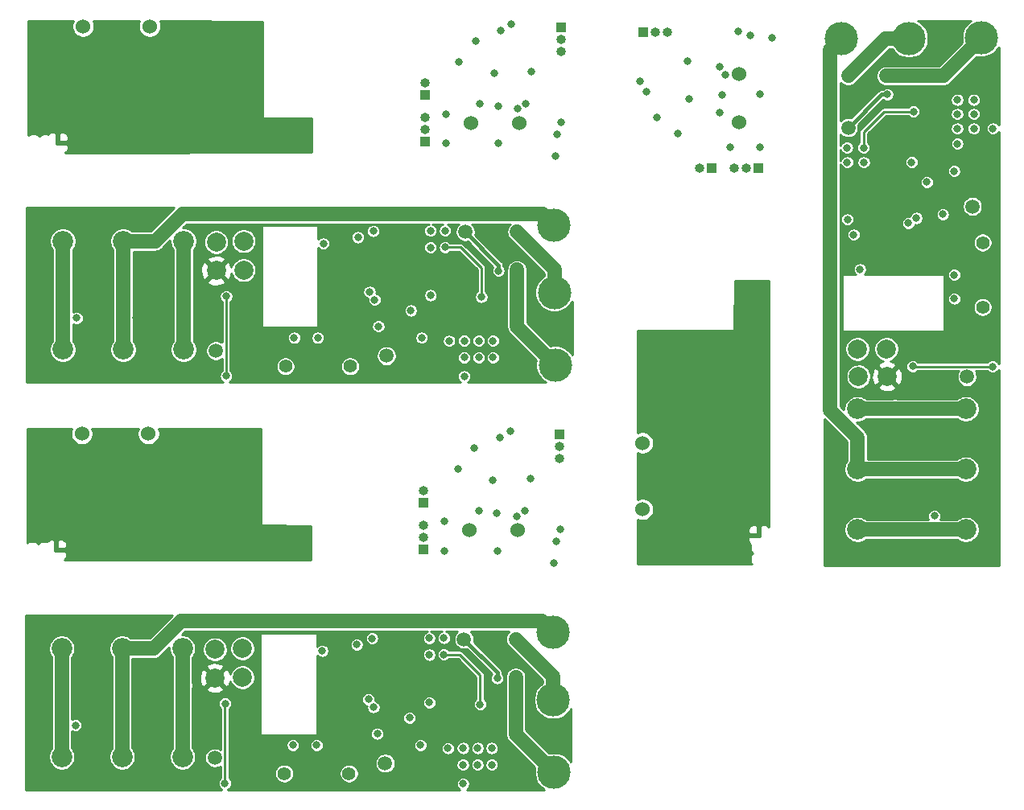
<source format=gbr>
G04 #@! TF.GenerationSoftware,KiCad,Pcbnew,(5.1.4)-1*
G04 #@! TF.CreationDate,2020-04-09T13:39:23+02:00*
G04 #@! TF.ProjectId,output.sky_panel_03_kits,6f757470-7574-42e7-936b-795f70616e65,rev?*
G04 #@! TF.SameCoordinates,Original*
G04 #@! TF.FileFunction,Copper,L3,Inr*
G04 #@! TF.FilePolarity,Positive*
%FSLAX46Y46*%
G04 Gerber Fmt 4.6, Leading zero omitted, Abs format (unit mm)*
G04 Created by KiCad (PCBNEW (5.1.4)-1) date 2020-04-09 13:39:23*
%MOMM*%
%LPD*%
G04 APERTURE LIST*
%ADD10C,2.000000*%
%ADD11C,3.500000*%
%ADD12C,1.400000*%
%ADD13C,2.175000*%
%ADD14C,1.524000*%
%ADD15O,1.000000X1.000000*%
%ADD16R,1.000000X1.000000*%
%ADD17C,0.800000*%
%ADD18C,1.500000*%
%ADD19C,0.400000*%
%ADD20C,1.500000*%
%ADD21C,0.250000*%
%ADD22C,0.254000*%
G04 APERTURE END LIST*
D10*
X222243000Y-110207000D03*
X203285001Y-111825001D03*
X203285001Y-108825001D03*
X200275000Y-109200000D03*
X203400000Y-106275000D03*
X200285001Y-111825001D03*
X200175000Y-115875000D03*
D11*
X232175000Y-74545000D03*
D12*
X232315000Y-102915000D03*
X232315000Y-96115000D03*
D11*
X217445000Y-74675000D03*
X224545000Y-74635000D03*
D13*
X219145000Y-126325000D03*
X219145000Y-119975000D03*
X219145000Y-113625000D03*
X230545000Y-126325000D03*
X230545000Y-119975000D03*
X230545000Y-113625000D03*
D10*
X200275000Y-106525000D03*
X219135000Y-107325000D03*
X219243000Y-110207000D03*
X222185000Y-107325000D03*
D14*
X206675000Y-78350000D03*
X206675000Y-83450000D03*
D15*
X206135000Y-88250000D03*
X207405000Y-88250000D03*
D16*
X208675000Y-88250000D03*
D15*
X202505000Y-88250000D03*
D16*
X203775000Y-88250000D03*
D15*
X199175000Y-73950000D03*
X197905000Y-73950000D03*
D16*
X196635000Y-73950000D03*
D14*
X196525000Y-124200000D03*
X196525000Y-117200000D03*
D10*
X151693000Y-99068000D03*
X155625000Y-80225000D03*
X153074999Y-80110001D03*
X146025000Y-77000000D03*
X150074999Y-77110001D03*
X152700000Y-77100000D03*
X150074999Y-80110001D03*
D12*
X165785000Y-109140000D03*
X158985000Y-109140000D03*
D11*
X187265000Y-101370000D03*
X187355000Y-109000000D03*
D13*
X148275000Y-107370000D03*
X141925000Y-107370000D03*
X135575000Y-107370000D03*
X148275000Y-95970000D03*
X141925000Y-95970000D03*
X135575000Y-95970000D03*
D11*
X187225000Y-94270000D03*
D10*
X155375000Y-77100000D03*
D14*
X144700000Y-73350000D03*
X137700000Y-73350000D03*
D10*
X154575000Y-99010000D03*
X151693000Y-96068000D03*
X154575000Y-95960000D03*
D16*
X173650000Y-85500000D03*
D15*
X173650000Y-84230000D03*
X173650000Y-82960000D03*
D14*
X178450000Y-83500000D03*
X183550000Y-83500000D03*
D16*
X173650000Y-80600000D03*
D15*
X173650000Y-79330000D03*
D16*
X187950000Y-73460000D03*
D15*
X187950000Y-74730000D03*
X187950000Y-76000000D03*
D10*
X151568000Y-141943000D03*
X151568000Y-138943000D03*
D13*
X135450000Y-138845000D03*
X141800000Y-138845000D03*
X148150000Y-138845000D03*
X135450000Y-150245000D03*
X141800000Y-150245000D03*
X148150000Y-150245000D03*
D10*
X154450000Y-138835000D03*
X154450000Y-141885000D03*
D11*
X187140000Y-144245000D03*
X187100000Y-137145000D03*
X187230000Y-151875000D03*
D12*
X158860000Y-152015000D03*
X165660000Y-152015000D03*
D14*
X137575000Y-116225000D03*
X144575000Y-116225000D03*
D10*
X149949999Y-122985001D03*
X155250000Y-119975000D03*
X152575000Y-119975000D03*
X149949999Y-119985001D03*
X155500000Y-123100000D03*
X152949999Y-122985001D03*
X145900000Y-119875000D03*
D15*
X187825000Y-118875000D03*
X187825000Y-117605000D03*
D16*
X187825000Y-116335000D03*
D15*
X173525000Y-122205000D03*
D16*
X173525000Y-123475000D03*
D14*
X183425000Y-126375000D03*
X178325000Y-126375000D03*
D15*
X173525000Y-125835000D03*
X173525000Y-127105000D03*
D16*
X173525000Y-128375000D03*
D17*
X163945000Y-152005000D03*
X163905000Y-141535000D03*
X143175000Y-146895000D03*
X164070000Y-109130000D03*
X143300000Y-104020000D03*
X164030000Y-98660000D03*
X232305000Y-97830000D03*
X221835000Y-97870000D03*
X227195000Y-118600000D03*
X181260000Y-141965000D03*
D18*
X177755000Y-137865000D03*
X148180000Y-142735000D03*
D17*
X181385000Y-99090000D03*
D18*
X177880000Y-94990000D03*
X148305000Y-99860000D03*
D17*
X222265000Y-80515000D03*
D18*
X223035000Y-113595000D03*
X218165000Y-84020000D03*
D17*
X174120000Y-144540000D03*
X174100000Y-139500000D03*
X179180000Y-151080000D03*
X180680000Y-151085000D03*
X159760000Y-149014999D03*
X174245000Y-101665000D03*
X174225000Y-96625000D03*
X159885000Y-106139999D03*
X180805000Y-108210000D03*
X179305000Y-108205000D03*
X224840000Y-87655000D03*
X219800000Y-87675000D03*
X229314999Y-102015000D03*
X231380000Y-82595000D03*
X231385000Y-81095000D03*
X177650000Y-151080000D03*
X152614999Y-153040001D03*
X152627000Y-144643000D03*
X177775000Y-108205000D03*
X152752000Y-101768000D03*
X152739999Y-110165001D03*
X231380000Y-84125000D03*
X224943000Y-109148000D03*
X233340001Y-109160001D03*
X179460000Y-144715000D03*
X175640000Y-139485000D03*
X179585000Y-101840000D03*
X175765000Y-96610000D03*
X225015000Y-82315000D03*
X219785000Y-86135000D03*
X162829412Y-139097037D03*
X162954412Y-96222037D03*
X219397037Y-98945588D03*
X175640000Y-137735000D03*
X166480000Y-138435000D03*
X175765000Y-94860000D03*
X166605000Y-95560000D03*
X218735000Y-95295000D03*
X218035000Y-86135000D03*
X180680000Y-149335000D03*
X172030000Y-146145000D03*
X136900000Y-146935000D03*
X137025000Y-104060000D03*
X180805000Y-106460000D03*
X172155000Y-103270000D03*
X226445000Y-89745000D03*
X227235000Y-124875000D03*
X229635000Y-81095000D03*
X177650000Y-149330000D03*
X177660000Y-153075000D03*
X168241141Y-145025381D03*
X177785000Y-110200000D03*
X168366141Y-102150381D03*
X177775000Y-106455000D03*
X229630000Y-84125000D03*
X233375000Y-84115000D03*
X225325381Y-93533859D03*
X176070000Y-149345000D03*
X168630000Y-147815000D03*
X176195000Y-106470000D03*
X168755000Y-104940000D03*
X228115000Y-93145000D03*
X229645000Y-85705000D03*
X162260000Y-149014999D03*
X173180000Y-149010000D03*
X173305000Y-106135000D03*
X162385000Y-106139999D03*
X229314999Y-99515000D03*
X229310000Y-88595000D03*
X174100000Y-137750000D03*
X168090000Y-137775000D03*
X174225000Y-94875000D03*
X168215000Y-94900000D03*
X218075000Y-93685000D03*
X218050000Y-87675000D03*
X179180000Y-149330000D03*
X167700014Y-144184438D03*
X167825014Y-101309438D03*
X179305000Y-106455000D03*
X224484438Y-94074986D03*
X229630000Y-82595000D03*
D18*
X169470000Y-150915000D03*
X151539999Y-150364999D03*
X169595000Y-108040000D03*
X151664999Y-107489999D03*
X231215000Y-92305000D03*
X230664999Y-110235001D03*
X183205000Y-137865000D03*
X183330000Y-94990000D03*
X218165000Y-78570000D03*
X183205000Y-141865000D03*
X183330000Y-98990000D03*
X222165000Y-78570000D03*
D17*
X187862347Y-126337653D03*
X184125000Y-124375002D03*
X175725000Y-128575000D03*
X175725000Y-125475000D03*
X181525000Y-116675000D03*
X181225000Y-124605000D03*
X187987347Y-83462653D03*
X184250000Y-81500002D03*
X181650000Y-73800000D03*
X175850000Y-82600000D03*
X181350000Y-81730000D03*
X175850000Y-85700000D03*
X205775000Y-86050000D03*
X208875000Y-86050000D03*
X206637653Y-73912653D03*
X204905000Y-80550000D03*
X204675002Y-77650000D03*
X196975000Y-80250000D03*
X187425000Y-127575000D03*
X181275000Y-128575000D03*
X187550000Y-84700000D03*
X181400000Y-85700000D03*
X207875000Y-74350000D03*
X208875000Y-80500000D03*
X187225000Y-129875000D03*
X187350000Y-87000000D03*
X210175000Y-74550000D03*
X180800000Y-121175000D03*
X179300000Y-124384800D03*
X180925000Y-78300000D03*
X179425000Y-81509800D03*
X204684800Y-82475000D03*
X201475000Y-80975000D03*
X178850000Y-117775000D03*
X178975000Y-74900000D03*
X198075000Y-82925000D03*
X183277000Y-124905000D03*
X183402000Y-82030000D03*
X205205000Y-78498000D03*
X184725000Y-120975000D03*
X184850000Y-78100000D03*
X201275000Y-77050000D03*
X182636432Y-115971210D03*
X177125000Y-119975000D03*
X182761432Y-73096210D03*
X177250000Y-77100000D03*
X196271210Y-79138568D03*
X200275000Y-84650000D03*
D19*
X181260000Y-141965000D02*
X181260000Y-141370000D01*
X181260000Y-141370000D02*
X177755000Y-137865000D01*
D20*
X148150000Y-138845000D02*
X148150000Y-142705000D01*
X148150000Y-142705000D02*
X148180000Y-142735000D01*
X148150000Y-142765000D02*
X148180000Y-142735000D01*
X148150000Y-150245000D02*
X148150000Y-142765000D01*
D19*
X181385000Y-99090000D02*
X181385000Y-98495000D01*
D20*
X148275000Y-99830000D02*
X148305000Y-99860000D01*
X148275000Y-107370000D02*
X148275000Y-99890000D01*
X148275000Y-95970000D02*
X148275000Y-99830000D01*
X148275000Y-99890000D02*
X148305000Y-99860000D01*
D19*
X181385000Y-98495000D02*
X177880000Y-94990000D01*
D20*
X223005000Y-113625000D02*
X223035000Y-113595000D01*
X230545000Y-113625000D02*
X223065000Y-113625000D01*
X219145000Y-113625000D02*
X223005000Y-113625000D01*
D19*
X222265000Y-80515000D02*
X221670000Y-80515000D01*
D20*
X223065000Y-113625000D02*
X223035000Y-113595000D01*
D19*
X221670000Y-80515000D02*
X218165000Y-84020000D01*
D21*
X152614999Y-153040001D02*
X152614999Y-144655001D01*
X152614999Y-144655001D02*
X152627000Y-144643000D01*
X152739999Y-110165001D02*
X152739999Y-101780001D01*
X152739999Y-101780001D02*
X152752000Y-101768000D01*
X233340001Y-109160001D02*
X224955001Y-109160001D01*
X224955001Y-109160001D02*
X224943000Y-109148000D01*
X179460000Y-144715000D02*
X179460000Y-141655000D01*
X179460000Y-141655000D02*
X177290000Y-139485000D01*
X177290000Y-139485000D02*
X175640000Y-139485000D01*
X179585000Y-101840000D02*
X179585000Y-98780000D01*
X179585000Y-98780000D02*
X177415000Y-96610000D01*
X177415000Y-96610000D02*
X175765000Y-96610000D01*
X225015000Y-82315000D02*
X221955000Y-82315000D01*
X221955000Y-82315000D02*
X219785000Y-84485000D01*
X219785000Y-84485000D02*
X219785000Y-86135000D01*
D20*
X141800000Y-138845000D02*
X141800000Y-150245000D01*
X185921010Y-135966010D02*
X187100000Y-137145000D01*
X148013488Y-135966010D02*
X185921010Y-135966010D01*
X141800000Y-138845000D02*
X145134498Y-138845000D01*
X145134498Y-138845000D02*
X148013488Y-135966010D01*
X148138488Y-93091010D02*
X186046010Y-93091010D01*
X141925000Y-95970000D02*
X145259498Y-95970000D01*
X145259498Y-95970000D02*
X148138488Y-93091010D01*
X141925000Y-95970000D02*
X141925000Y-107370000D01*
X186046010Y-93091010D02*
X187225000Y-94270000D01*
X219145000Y-116640502D02*
X216266010Y-113761512D01*
X216266010Y-113761512D02*
X216266010Y-75853990D01*
X219145000Y-119975000D02*
X219145000Y-116640502D01*
X219145000Y-119975000D02*
X230545000Y-119975000D01*
X216266010Y-75853990D02*
X217445000Y-74675000D01*
X135450000Y-138845000D02*
X135450000Y-150245000D01*
X135575000Y-95970000D02*
X135575000Y-107370000D01*
X219145000Y-126325000D02*
X230545000Y-126325000D01*
X187140000Y-144245000D02*
X187140000Y-141800000D01*
X187140000Y-141800000D02*
X183205000Y-137865000D01*
X187265000Y-101370000D02*
X187265000Y-98925000D01*
X187265000Y-98925000D02*
X183330000Y-94990000D01*
X224545000Y-74635000D02*
X222100000Y-74635000D01*
X222100000Y-74635000D02*
X218165000Y-78570000D01*
X187230000Y-151875000D02*
X183205000Y-147850000D01*
X183205000Y-147850000D02*
X183205000Y-141865000D01*
X187355000Y-109000000D02*
X183330000Y-104975000D01*
X183330000Y-104975000D02*
X183330000Y-98990000D01*
X232175000Y-74545000D02*
X228150000Y-78570000D01*
X228150000Y-78570000D02*
X222165000Y-78570000D01*
D22*
G36*
X144688391Y-137768000D02*
G01*
X142723405Y-137768000D01*
X142701691Y-137746286D01*
X142470017Y-137591487D01*
X142212594Y-137484859D01*
X141939316Y-137430500D01*
X141660684Y-137430500D01*
X141387406Y-137484859D01*
X141129983Y-137591487D01*
X140898309Y-137746286D01*
X140701286Y-137943309D01*
X140546487Y-138174983D01*
X140439859Y-138432406D01*
X140385500Y-138705684D01*
X140385500Y-138984316D01*
X140439859Y-139257594D01*
X140546487Y-139515017D01*
X140701286Y-139746691D01*
X140723000Y-139768405D01*
X140723001Y-149321594D01*
X140701286Y-149343309D01*
X140546487Y-149574983D01*
X140439859Y-149832406D01*
X140385500Y-150105684D01*
X140385500Y-150384316D01*
X140439859Y-150657594D01*
X140546487Y-150915017D01*
X140701286Y-151146691D01*
X140898309Y-151343714D01*
X141129983Y-151498513D01*
X141387406Y-151605141D01*
X141660684Y-151659500D01*
X141939316Y-151659500D01*
X142212594Y-151605141D01*
X142470017Y-151498513D01*
X142701691Y-151343714D01*
X142898714Y-151146691D01*
X143053513Y-150915017D01*
X143160141Y-150657594D01*
X143214500Y-150384316D01*
X143214500Y-150105684D01*
X143160141Y-149832406D01*
X143053513Y-149574983D01*
X142898714Y-149343309D01*
X142877000Y-149321595D01*
X142877000Y-139922000D01*
X145081591Y-139922000D01*
X145134498Y-139927211D01*
X145187405Y-139922000D01*
X145187407Y-139922000D01*
X145345627Y-139906417D01*
X145548642Y-139844833D01*
X145735742Y-139744826D01*
X145899737Y-139610239D01*
X145933471Y-139569134D01*
X146735500Y-138767105D01*
X146735500Y-138984316D01*
X146789859Y-139257594D01*
X146896487Y-139515017D01*
X147051286Y-139746691D01*
X147073000Y-139768405D01*
X147073001Y-142652083D01*
X147067789Y-142705000D01*
X147070744Y-142734999D01*
X147067789Y-142765000D01*
X147073001Y-142817917D01*
X147073000Y-149321595D01*
X147051286Y-149343309D01*
X146896487Y-149574983D01*
X146789859Y-149832406D01*
X146735500Y-150105684D01*
X146735500Y-150384316D01*
X146789859Y-150657594D01*
X146896487Y-150915017D01*
X147051286Y-151146691D01*
X147248309Y-151343714D01*
X147479983Y-151498513D01*
X147737406Y-151605141D01*
X148010684Y-151659500D01*
X148289316Y-151659500D01*
X148562594Y-151605141D01*
X148820017Y-151498513D01*
X149051691Y-151343714D01*
X149248714Y-151146691D01*
X149403513Y-150915017D01*
X149510141Y-150657594D01*
X149564500Y-150384316D01*
X149564500Y-150105684D01*
X149510141Y-149832406D01*
X149403513Y-149574983D01*
X149248714Y-149343309D01*
X149227000Y-149321595D01*
X149227000Y-143078413D01*
X150612192Y-143078413D01*
X150707956Y-143342814D01*
X150997571Y-143483704D01*
X151309108Y-143565384D01*
X151630595Y-143584718D01*
X151949675Y-143540961D01*
X152254088Y-143435795D01*
X152428044Y-143342814D01*
X152523808Y-143078413D01*
X151568000Y-142122605D01*
X150612192Y-143078413D01*
X149227000Y-143078413D01*
X149227000Y-142993652D01*
X149241416Y-142946129D01*
X149246627Y-142893223D01*
X149257000Y-142841075D01*
X149257000Y-142787907D01*
X149262211Y-142735001D01*
X149261809Y-142730913D01*
X149257000Y-142682093D01*
X149257000Y-142628925D01*
X149246627Y-142576777D01*
X149241416Y-142523871D01*
X149227000Y-142476348D01*
X149227000Y-142005595D01*
X149926282Y-142005595D01*
X149970039Y-142324675D01*
X150075205Y-142629088D01*
X150168186Y-142803044D01*
X150432587Y-142898808D01*
X151388395Y-141943000D01*
X151747605Y-141943000D01*
X152703413Y-142898808D01*
X152967814Y-142803044D01*
X153108704Y-142513429D01*
X153173128Y-142267708D01*
X153173996Y-142272072D01*
X153274028Y-142513570D01*
X153419252Y-142730913D01*
X153604087Y-142915748D01*
X153821430Y-143060972D01*
X154062928Y-143161004D01*
X154319302Y-143212000D01*
X154580698Y-143212000D01*
X154837072Y-143161004D01*
X155078570Y-143060972D01*
X155295913Y-142915748D01*
X155480748Y-142730913D01*
X155625972Y-142513570D01*
X155726004Y-142272072D01*
X155777000Y-142015698D01*
X155777000Y-141754302D01*
X155726004Y-141497928D01*
X155625972Y-141256430D01*
X155480748Y-141039087D01*
X155295913Y-140854252D01*
X155078570Y-140709028D01*
X154837072Y-140608996D01*
X154580698Y-140558000D01*
X154319302Y-140558000D01*
X154062928Y-140608996D01*
X153821430Y-140709028D01*
X153604087Y-140854252D01*
X153419252Y-141039087D01*
X153274028Y-141256430D01*
X153173996Y-141497928D01*
X153163057Y-141552920D01*
X153060795Y-141256912D01*
X152967814Y-141082956D01*
X152703413Y-140987192D01*
X151747605Y-141943000D01*
X151388395Y-141943000D01*
X150432587Y-140987192D01*
X150168186Y-141082956D01*
X150027296Y-141372571D01*
X149945616Y-141684108D01*
X149926282Y-142005595D01*
X149227000Y-142005595D01*
X149227000Y-140807587D01*
X150612192Y-140807587D01*
X151568000Y-141763395D01*
X152523808Y-140807587D01*
X152428044Y-140543186D01*
X152138429Y-140402296D01*
X151826892Y-140320616D01*
X151505405Y-140301282D01*
X151186325Y-140345039D01*
X150881912Y-140450205D01*
X150707956Y-140543186D01*
X150612192Y-140807587D01*
X149227000Y-140807587D01*
X149227000Y-139768405D01*
X149248714Y-139746691D01*
X149403513Y-139515017D01*
X149510141Y-139257594D01*
X149564500Y-138984316D01*
X149564500Y-138812302D01*
X150241000Y-138812302D01*
X150241000Y-139073698D01*
X150291996Y-139330072D01*
X150392028Y-139571570D01*
X150537252Y-139788913D01*
X150722087Y-139973748D01*
X150939430Y-140118972D01*
X151180928Y-140219004D01*
X151437302Y-140270000D01*
X151698698Y-140270000D01*
X151955072Y-140219004D01*
X152196570Y-140118972D01*
X152413913Y-139973748D01*
X152598748Y-139788913D01*
X152743972Y-139571570D01*
X152844004Y-139330072D01*
X152895000Y-139073698D01*
X152895000Y-138812302D01*
X152873518Y-138704302D01*
X153123000Y-138704302D01*
X153123000Y-138965698D01*
X153173996Y-139222072D01*
X153274028Y-139463570D01*
X153419252Y-139680913D01*
X153604087Y-139865748D01*
X153821430Y-140010972D01*
X154062928Y-140111004D01*
X154319302Y-140162000D01*
X154580698Y-140162000D01*
X154837072Y-140111004D01*
X155078570Y-140010972D01*
X155295913Y-139865748D01*
X155480748Y-139680913D01*
X155625972Y-139463570D01*
X155726004Y-139222072D01*
X155777000Y-138965698D01*
X155777000Y-138704302D01*
X155726004Y-138447928D01*
X155625972Y-138206430D01*
X155480748Y-137989087D01*
X155295913Y-137804252D01*
X155078570Y-137659028D01*
X154837072Y-137558996D01*
X154580698Y-137508000D01*
X154319302Y-137508000D01*
X154062928Y-137558996D01*
X153821430Y-137659028D01*
X153604087Y-137804252D01*
X153419252Y-137989087D01*
X153274028Y-138206430D01*
X153173996Y-138447928D01*
X153123000Y-138704302D01*
X152873518Y-138704302D01*
X152844004Y-138555928D01*
X152743972Y-138314430D01*
X152598748Y-138097087D01*
X152413913Y-137912252D01*
X152196570Y-137767028D01*
X151955072Y-137666996D01*
X151698698Y-137616000D01*
X151437302Y-137616000D01*
X151180928Y-137666996D01*
X150939430Y-137767028D01*
X150722087Y-137912252D01*
X150537252Y-138097087D01*
X150392028Y-138314430D01*
X150291996Y-138555928D01*
X150241000Y-138812302D01*
X149564500Y-138812302D01*
X149564500Y-138705684D01*
X149510141Y-138432406D01*
X149403513Y-138174983D01*
X149248714Y-137943309D01*
X149051691Y-137746286D01*
X148820017Y-137591487D01*
X148562594Y-137484859D01*
X148289316Y-137430500D01*
X148072106Y-137430500D01*
X148177606Y-137325000D01*
X156323000Y-137325000D01*
X156323000Y-147825000D01*
X156325440Y-147849776D01*
X156332667Y-147873601D01*
X156344403Y-147895557D01*
X156360197Y-147914803D01*
X156379443Y-147930597D01*
X156401399Y-147942333D01*
X156425224Y-147949560D01*
X156450000Y-147952000D01*
X162150000Y-147952000D01*
X162174776Y-147949560D01*
X162198601Y-147942333D01*
X162220557Y-147930597D01*
X162239803Y-147914803D01*
X162255597Y-147895557D01*
X162267333Y-147873601D01*
X162274560Y-147849776D01*
X162277000Y-147825000D01*
X162277000Y-147743397D01*
X167903000Y-147743397D01*
X167903000Y-147886603D01*
X167930938Y-148027058D01*
X167985741Y-148159364D01*
X168065302Y-148278436D01*
X168166564Y-148379698D01*
X168285636Y-148459259D01*
X168417942Y-148514062D01*
X168558397Y-148542000D01*
X168701603Y-148542000D01*
X168842058Y-148514062D01*
X168974364Y-148459259D01*
X169093436Y-148379698D01*
X169194698Y-148278436D01*
X169274259Y-148159364D01*
X169329062Y-148027058D01*
X169357000Y-147886603D01*
X169357000Y-147743397D01*
X169329062Y-147602942D01*
X169274259Y-147470636D01*
X169194698Y-147351564D01*
X169093436Y-147250302D01*
X168974364Y-147170741D01*
X168842058Y-147115938D01*
X168701603Y-147088000D01*
X168558397Y-147088000D01*
X168417942Y-147115938D01*
X168285636Y-147170741D01*
X168166564Y-147250302D01*
X168065302Y-147351564D01*
X167985741Y-147470636D01*
X167930938Y-147602942D01*
X167903000Y-147743397D01*
X162277000Y-147743397D01*
X162277000Y-146073397D01*
X171303000Y-146073397D01*
X171303000Y-146216603D01*
X171330938Y-146357058D01*
X171385741Y-146489364D01*
X171465302Y-146608436D01*
X171566564Y-146709698D01*
X171685636Y-146789259D01*
X171817942Y-146844062D01*
X171958397Y-146872000D01*
X172101603Y-146872000D01*
X172242058Y-146844062D01*
X172374364Y-146789259D01*
X172493436Y-146709698D01*
X172594698Y-146608436D01*
X172674259Y-146489364D01*
X172729062Y-146357058D01*
X172757000Y-146216603D01*
X172757000Y-146073397D01*
X172729062Y-145932942D01*
X172674259Y-145800636D01*
X172594698Y-145681564D01*
X172493436Y-145580302D01*
X172374364Y-145500741D01*
X172242058Y-145445938D01*
X172101603Y-145418000D01*
X171958397Y-145418000D01*
X171817942Y-145445938D01*
X171685636Y-145500741D01*
X171566564Y-145580302D01*
X171465302Y-145681564D01*
X171385741Y-145800636D01*
X171330938Y-145932942D01*
X171303000Y-146073397D01*
X162277000Y-146073397D01*
X162277000Y-144112835D01*
X166973014Y-144112835D01*
X166973014Y-144256041D01*
X167000952Y-144396496D01*
X167055755Y-144528802D01*
X167135316Y-144647874D01*
X167236578Y-144749136D01*
X167355650Y-144828697D01*
X167487956Y-144883500D01*
X167526591Y-144891185D01*
X167514141Y-144953778D01*
X167514141Y-145096984D01*
X167542079Y-145237439D01*
X167596882Y-145369745D01*
X167676443Y-145488817D01*
X167777705Y-145590079D01*
X167896777Y-145669640D01*
X168029083Y-145724443D01*
X168169538Y-145752381D01*
X168312744Y-145752381D01*
X168453199Y-145724443D01*
X168585505Y-145669640D01*
X168704577Y-145590079D01*
X168805839Y-145488817D01*
X168885400Y-145369745D01*
X168940203Y-145237439D01*
X168968141Y-145096984D01*
X168968141Y-144953778D01*
X168940203Y-144813323D01*
X168885400Y-144681017D01*
X168805839Y-144561945D01*
X168712291Y-144468397D01*
X173393000Y-144468397D01*
X173393000Y-144611603D01*
X173420938Y-144752058D01*
X173475741Y-144884364D01*
X173555302Y-145003436D01*
X173656564Y-145104698D01*
X173775636Y-145184259D01*
X173907942Y-145239062D01*
X174048397Y-145267000D01*
X174191603Y-145267000D01*
X174332058Y-145239062D01*
X174464364Y-145184259D01*
X174583436Y-145104698D01*
X174684698Y-145003436D01*
X174764259Y-144884364D01*
X174819062Y-144752058D01*
X174847000Y-144611603D01*
X174847000Y-144468397D01*
X174819062Y-144327942D01*
X174764259Y-144195636D01*
X174684698Y-144076564D01*
X174583436Y-143975302D01*
X174464364Y-143895741D01*
X174332058Y-143840938D01*
X174191603Y-143813000D01*
X174048397Y-143813000D01*
X173907942Y-143840938D01*
X173775636Y-143895741D01*
X173656564Y-143975302D01*
X173555302Y-144076564D01*
X173475741Y-144195636D01*
X173420938Y-144327942D01*
X173393000Y-144468397D01*
X168712291Y-144468397D01*
X168704577Y-144460683D01*
X168585505Y-144381122D01*
X168453199Y-144326319D01*
X168414564Y-144318634D01*
X168427014Y-144256041D01*
X168427014Y-144112835D01*
X168399076Y-143972380D01*
X168344273Y-143840074D01*
X168264712Y-143721002D01*
X168163450Y-143619740D01*
X168044378Y-143540179D01*
X167912072Y-143485376D01*
X167771617Y-143457438D01*
X167628411Y-143457438D01*
X167487956Y-143485376D01*
X167355650Y-143540179D01*
X167236578Y-143619740D01*
X167135316Y-143721002D01*
X167055755Y-143840074D01*
X167000952Y-143972380D01*
X166973014Y-144112835D01*
X162277000Y-144112835D01*
X162277000Y-139572759D01*
X162365976Y-139661735D01*
X162485048Y-139741296D01*
X162617354Y-139796099D01*
X162757809Y-139824037D01*
X162901015Y-139824037D01*
X163041470Y-139796099D01*
X163173776Y-139741296D01*
X163292848Y-139661735D01*
X163394110Y-139560473D01*
X163473671Y-139441401D01*
X163479057Y-139428397D01*
X173373000Y-139428397D01*
X173373000Y-139571603D01*
X173400938Y-139712058D01*
X173455741Y-139844364D01*
X173535302Y-139963436D01*
X173636564Y-140064698D01*
X173755636Y-140144259D01*
X173887942Y-140199062D01*
X174028397Y-140227000D01*
X174171603Y-140227000D01*
X174312058Y-140199062D01*
X174444364Y-140144259D01*
X174563436Y-140064698D01*
X174664698Y-139963436D01*
X174744259Y-139844364D01*
X174799062Y-139712058D01*
X174827000Y-139571603D01*
X174827000Y-139428397D01*
X174824017Y-139413397D01*
X174913000Y-139413397D01*
X174913000Y-139556603D01*
X174940938Y-139697058D01*
X174995741Y-139829364D01*
X175075302Y-139948436D01*
X175176564Y-140049698D01*
X175295636Y-140129259D01*
X175427942Y-140184062D01*
X175568397Y-140212000D01*
X175711603Y-140212000D01*
X175852058Y-140184062D01*
X175984364Y-140129259D01*
X176103436Y-140049698D01*
X176204698Y-139948436D01*
X176212339Y-139937000D01*
X177102777Y-139937000D01*
X179008001Y-141842226D01*
X179008000Y-144142661D01*
X178996564Y-144150302D01*
X178895302Y-144251564D01*
X178815741Y-144370636D01*
X178760938Y-144502942D01*
X178733000Y-144643397D01*
X178733000Y-144786603D01*
X178760938Y-144927058D01*
X178815741Y-145059364D01*
X178895302Y-145178436D01*
X178996564Y-145279698D01*
X179115636Y-145359259D01*
X179247942Y-145414062D01*
X179388397Y-145442000D01*
X179531603Y-145442000D01*
X179672058Y-145414062D01*
X179804364Y-145359259D01*
X179923436Y-145279698D01*
X180024698Y-145178436D01*
X180104259Y-145059364D01*
X180159062Y-144927058D01*
X180187000Y-144786603D01*
X180187000Y-144643397D01*
X180159062Y-144502942D01*
X180104259Y-144370636D01*
X180024698Y-144251564D01*
X179923436Y-144150302D01*
X179912000Y-144142661D01*
X179912000Y-141677202D01*
X179914187Y-141654999D01*
X179910802Y-141620636D01*
X179905460Y-141566393D01*
X179879614Y-141481190D01*
X179837643Y-141402667D01*
X179781159Y-141333841D01*
X179763911Y-141319686D01*
X177625323Y-139181100D01*
X177611159Y-139163841D01*
X177542333Y-139107357D01*
X177463810Y-139065386D01*
X177378607Y-139039540D01*
X177312205Y-139033000D01*
X177290000Y-139030813D01*
X177267795Y-139033000D01*
X176212339Y-139033000D01*
X176204698Y-139021564D01*
X176103436Y-138920302D01*
X175984364Y-138840741D01*
X175852058Y-138785938D01*
X175711603Y-138758000D01*
X175568397Y-138758000D01*
X175427942Y-138785938D01*
X175295636Y-138840741D01*
X175176564Y-138920302D01*
X175075302Y-139021564D01*
X174995741Y-139140636D01*
X174940938Y-139272942D01*
X174913000Y-139413397D01*
X174824017Y-139413397D01*
X174799062Y-139287942D01*
X174744259Y-139155636D01*
X174664698Y-139036564D01*
X174563436Y-138935302D01*
X174444364Y-138855741D01*
X174312058Y-138800938D01*
X174171603Y-138773000D01*
X174028397Y-138773000D01*
X173887942Y-138800938D01*
X173755636Y-138855741D01*
X173636564Y-138935302D01*
X173535302Y-139036564D01*
X173455741Y-139155636D01*
X173400938Y-139287942D01*
X173373000Y-139428397D01*
X163479057Y-139428397D01*
X163528474Y-139309095D01*
X163556412Y-139168640D01*
X163556412Y-139025434D01*
X163528474Y-138884979D01*
X163473671Y-138752673D01*
X163394110Y-138633601D01*
X163292848Y-138532339D01*
X163173776Y-138452778D01*
X163041470Y-138397975D01*
X162901015Y-138370037D01*
X162757809Y-138370037D01*
X162617354Y-138397975D01*
X162485048Y-138452778D01*
X162365976Y-138532339D01*
X162277000Y-138621315D01*
X162277000Y-138363397D01*
X165753000Y-138363397D01*
X165753000Y-138506603D01*
X165780938Y-138647058D01*
X165835741Y-138779364D01*
X165915302Y-138898436D01*
X166016564Y-138999698D01*
X166135636Y-139079259D01*
X166267942Y-139134062D01*
X166408397Y-139162000D01*
X166551603Y-139162000D01*
X166692058Y-139134062D01*
X166824364Y-139079259D01*
X166943436Y-138999698D01*
X167044698Y-138898436D01*
X167124259Y-138779364D01*
X167179062Y-138647058D01*
X167207000Y-138506603D01*
X167207000Y-138363397D01*
X167179062Y-138222942D01*
X167124259Y-138090636D01*
X167044698Y-137971564D01*
X166943436Y-137870302D01*
X166824364Y-137790741D01*
X166692058Y-137735938D01*
X166551603Y-137708000D01*
X166408397Y-137708000D01*
X166267942Y-137735938D01*
X166135636Y-137790741D01*
X166016564Y-137870302D01*
X165915302Y-137971564D01*
X165835741Y-138090636D01*
X165780938Y-138222942D01*
X165753000Y-138363397D01*
X162277000Y-138363397D01*
X162277000Y-137703397D01*
X167363000Y-137703397D01*
X167363000Y-137846603D01*
X167390938Y-137987058D01*
X167445741Y-138119364D01*
X167525302Y-138238436D01*
X167626564Y-138339698D01*
X167745636Y-138419259D01*
X167877942Y-138474062D01*
X168018397Y-138502000D01*
X168161603Y-138502000D01*
X168302058Y-138474062D01*
X168434364Y-138419259D01*
X168553436Y-138339698D01*
X168654698Y-138238436D01*
X168734259Y-138119364D01*
X168789062Y-137987058D01*
X168817000Y-137846603D01*
X168817000Y-137703397D01*
X168789062Y-137562942D01*
X168734259Y-137430636D01*
X168654698Y-137311564D01*
X168553436Y-137210302D01*
X168434364Y-137130741D01*
X168302058Y-137075938D01*
X168161603Y-137048000D01*
X168018397Y-137048000D01*
X167877942Y-137075938D01*
X167745636Y-137130741D01*
X167626564Y-137210302D01*
X167525302Y-137311564D01*
X167445741Y-137430636D01*
X167390938Y-137562942D01*
X167363000Y-137703397D01*
X162277000Y-137703397D01*
X162277000Y-137325000D01*
X162274560Y-137300224D01*
X162267333Y-137276399D01*
X162255597Y-137254443D01*
X162239803Y-137235197D01*
X162220557Y-137219403D01*
X162198601Y-137207667D01*
X162174776Y-137200440D01*
X162150000Y-137198000D01*
X156450000Y-137198000D01*
X156425224Y-137200440D01*
X156401399Y-137207667D01*
X156379443Y-137219403D01*
X156360197Y-137235197D01*
X156344403Y-137254443D01*
X156332667Y-137276399D01*
X156325440Y-137300224D01*
X156323000Y-137325000D01*
X148177606Y-137325000D01*
X148459596Y-137043010D01*
X173927799Y-137043010D01*
X173887942Y-137050938D01*
X173755636Y-137105741D01*
X173636564Y-137185302D01*
X173535302Y-137286564D01*
X173455741Y-137405636D01*
X173400938Y-137537942D01*
X173373000Y-137678397D01*
X173373000Y-137821603D01*
X173400938Y-137962058D01*
X173455741Y-138094364D01*
X173535302Y-138213436D01*
X173636564Y-138314698D01*
X173755636Y-138394259D01*
X173887942Y-138449062D01*
X174028397Y-138477000D01*
X174171603Y-138477000D01*
X174312058Y-138449062D01*
X174444364Y-138394259D01*
X174563436Y-138314698D01*
X174664698Y-138213436D01*
X174744259Y-138094364D01*
X174799062Y-137962058D01*
X174827000Y-137821603D01*
X174827000Y-137678397D01*
X174799062Y-137537942D01*
X174744259Y-137405636D01*
X174664698Y-137286564D01*
X174563436Y-137185302D01*
X174444364Y-137105741D01*
X174312058Y-137050938D01*
X174272201Y-137043010D01*
X175410869Y-137043010D01*
X175295636Y-137090741D01*
X175176564Y-137170302D01*
X175075302Y-137271564D01*
X174995741Y-137390636D01*
X174940938Y-137522942D01*
X174913000Y-137663397D01*
X174913000Y-137806603D01*
X174940938Y-137947058D01*
X174995741Y-138079364D01*
X175075302Y-138198436D01*
X175176564Y-138299698D01*
X175295636Y-138379259D01*
X175427942Y-138434062D01*
X175568397Y-138462000D01*
X175711603Y-138462000D01*
X175852058Y-138434062D01*
X175984364Y-138379259D01*
X176103436Y-138299698D01*
X176204698Y-138198436D01*
X176284259Y-138079364D01*
X176339062Y-137947058D01*
X176367000Y-137806603D01*
X176367000Y-137663397D01*
X176339062Y-137522942D01*
X176284259Y-137390636D01*
X176204698Y-137271564D01*
X176103436Y-137170302D01*
X175984364Y-137090741D01*
X175869131Y-137043010D01*
X177053883Y-137043010D01*
X176918440Y-137178453D01*
X176800575Y-137354849D01*
X176719389Y-137550851D01*
X176678000Y-137758925D01*
X176678000Y-137971075D01*
X176719389Y-138179149D01*
X176800575Y-138375151D01*
X176918440Y-138551547D01*
X177068453Y-138701560D01*
X177244849Y-138819425D01*
X177440851Y-138900611D01*
X177648925Y-138942000D01*
X177861075Y-138942000D01*
X178049275Y-138904564D01*
X180675664Y-141530955D01*
X180615741Y-141620636D01*
X180560938Y-141752942D01*
X180533000Y-141893397D01*
X180533000Y-142036603D01*
X180560938Y-142177058D01*
X180615741Y-142309364D01*
X180695302Y-142428436D01*
X180796564Y-142529698D01*
X180915636Y-142609259D01*
X181047942Y-142664062D01*
X181188397Y-142692000D01*
X181331603Y-142692000D01*
X181472058Y-142664062D01*
X181604364Y-142609259D01*
X181723436Y-142529698D01*
X181824698Y-142428436D01*
X181904259Y-142309364D01*
X181959062Y-142177058D01*
X181987000Y-142036603D01*
X181987000Y-141893397D01*
X181959062Y-141752942D01*
X181904259Y-141620636D01*
X181824698Y-141501564D01*
X181787000Y-141463866D01*
X181787000Y-141395881D01*
X181789549Y-141370000D01*
X181779374Y-141266690D01*
X181749239Y-141167351D01*
X181749239Y-141167350D01*
X181700304Y-141075798D01*
X181634448Y-140995552D01*
X181614345Y-140979054D01*
X178794564Y-138159275D01*
X178832000Y-137971075D01*
X178832000Y-137758925D01*
X178790611Y-137550851D01*
X178709425Y-137354849D01*
X178591560Y-137178453D01*
X178456117Y-137043010D01*
X182503883Y-137043010D01*
X182480857Y-137066036D01*
X182439762Y-137099762D01*
X182406036Y-137140857D01*
X182368440Y-137178453D01*
X182338901Y-137222661D01*
X182305175Y-137263756D01*
X182280116Y-137310638D01*
X182250575Y-137354849D01*
X182230227Y-137403974D01*
X182205168Y-137450856D01*
X182189736Y-137501729D01*
X182169389Y-137550851D01*
X182159016Y-137602998D01*
X182143584Y-137653871D01*
X182138373Y-137706776D01*
X182128000Y-137758925D01*
X182128000Y-137812093D01*
X182122789Y-137865000D01*
X182128000Y-137917907D01*
X182128000Y-137971075D01*
X182138373Y-138023224D01*
X182143584Y-138076129D01*
X182159016Y-138127002D01*
X182169389Y-138179149D01*
X182189736Y-138228271D01*
X182205168Y-138279144D01*
X182230227Y-138326026D01*
X182250575Y-138375151D01*
X182280116Y-138419362D01*
X182305175Y-138466244D01*
X182338901Y-138507340D01*
X182368440Y-138551547D01*
X182406034Y-138589141D01*
X186063001Y-142246109D01*
X186063001Y-142466641D01*
X185815989Y-142631689D01*
X185526689Y-142920989D01*
X185299386Y-143261171D01*
X185142818Y-143639161D01*
X185063000Y-144040433D01*
X185063000Y-144449567D01*
X185142818Y-144850839D01*
X185299386Y-145228829D01*
X185526689Y-145569011D01*
X185815989Y-145858311D01*
X186156171Y-146085614D01*
X186534161Y-146242182D01*
X186935433Y-146322000D01*
X187344567Y-146322000D01*
X187745839Y-146242182D01*
X188123829Y-146085614D01*
X188464011Y-145858311D01*
X188753311Y-145569011D01*
X188980614Y-145228829D01*
X188998000Y-145186854D01*
X188998000Y-150782497D01*
X188843311Y-150550989D01*
X188554011Y-150261689D01*
X188213829Y-150034386D01*
X187835839Y-149877818D01*
X187434567Y-149798000D01*
X187025433Y-149798000D01*
X186734065Y-149855957D01*
X184282000Y-147403893D01*
X184282000Y-141758925D01*
X184271628Y-141706784D01*
X184266417Y-141653871D01*
X184250982Y-141602988D01*
X184240611Y-141550851D01*
X184220268Y-141501738D01*
X184204833Y-141450856D01*
X184179770Y-141403966D01*
X184159425Y-141354849D01*
X184129889Y-141310646D01*
X184104826Y-141263756D01*
X184071094Y-141222653D01*
X184041560Y-141178453D01*
X184003973Y-141140866D01*
X183970239Y-141099761D01*
X183929134Y-141066027D01*
X183891547Y-141028440D01*
X183847347Y-140998906D01*
X183806244Y-140965174D01*
X183759354Y-140940111D01*
X183715151Y-140910575D01*
X183666034Y-140890230D01*
X183619144Y-140865167D01*
X183568262Y-140849732D01*
X183519149Y-140829389D01*
X183467012Y-140819018D01*
X183416129Y-140803583D01*
X183363216Y-140798372D01*
X183311075Y-140788000D01*
X183257909Y-140788000D01*
X183205000Y-140782789D01*
X183152091Y-140788000D01*
X183098925Y-140788000D01*
X183046783Y-140798372D01*
X182993872Y-140803583D01*
X182942991Y-140819018D01*
X182890851Y-140829389D01*
X182841735Y-140849733D01*
X182790857Y-140865167D01*
X182743970Y-140890228D01*
X182694849Y-140910575D01*
X182650642Y-140940114D01*
X182603757Y-140965174D01*
X182562659Y-140998902D01*
X182518453Y-141028440D01*
X182480861Y-141066032D01*
X182439762Y-141099761D01*
X182406033Y-141140860D01*
X182368440Y-141178453D01*
X182338902Y-141222660D01*
X182305175Y-141263756D01*
X182280116Y-141310638D01*
X182250575Y-141354849D01*
X182230227Y-141403974D01*
X182205168Y-141450856D01*
X182189736Y-141501729D01*
X182169389Y-141550851D01*
X182159016Y-141602998D01*
X182143584Y-141653871D01*
X182138374Y-141706774D01*
X182128000Y-141758925D01*
X182128000Y-141971075D01*
X182128001Y-141971080D01*
X182128000Y-147797093D01*
X182122789Y-147850000D01*
X182128000Y-147902907D01*
X182128000Y-147902908D01*
X182143583Y-148061128D01*
X182205167Y-148264143D01*
X182305174Y-148451244D01*
X182439761Y-148615239D01*
X182480866Y-148648973D01*
X185210957Y-151379065D01*
X185153000Y-151670433D01*
X185153000Y-152079567D01*
X185232818Y-152480839D01*
X185389386Y-152858829D01*
X185616689Y-153199011D01*
X185905989Y-153488311D01*
X186206340Y-153689000D01*
X178049650Y-153689000D01*
X178123436Y-153639698D01*
X178224698Y-153538436D01*
X178304259Y-153419364D01*
X178359062Y-153287058D01*
X178387000Y-153146603D01*
X178387000Y-153003397D01*
X178359062Y-152862942D01*
X178304259Y-152730636D01*
X178224698Y-152611564D01*
X178123436Y-152510302D01*
X178004364Y-152430741D01*
X177872058Y-152375938D01*
X177731603Y-152348000D01*
X177588397Y-152348000D01*
X177447942Y-152375938D01*
X177315636Y-152430741D01*
X177196564Y-152510302D01*
X177095302Y-152611564D01*
X177015741Y-152730636D01*
X176960938Y-152862942D01*
X176933000Y-153003397D01*
X176933000Y-153146603D01*
X176960938Y-153287058D01*
X177015741Y-153419364D01*
X177095302Y-153538436D01*
X177196564Y-153639698D01*
X177270350Y-153689000D01*
X152947920Y-153689000D01*
X152959363Y-153684260D01*
X153078435Y-153604699D01*
X153179697Y-153503437D01*
X153259258Y-153384365D01*
X153314061Y-153252059D01*
X153341999Y-153111604D01*
X153341999Y-152968398D01*
X153314061Y-152827943D01*
X153259258Y-152695637D01*
X153179697Y-152576565D01*
X153078435Y-152475303D01*
X153066999Y-152467662D01*
X153066999Y-151913849D01*
X157833000Y-151913849D01*
X157833000Y-152116151D01*
X157872467Y-152314565D01*
X157949885Y-152501467D01*
X158062277Y-152669674D01*
X158205326Y-152812723D01*
X158373533Y-152925115D01*
X158560435Y-153002533D01*
X158758849Y-153042000D01*
X158961151Y-153042000D01*
X159159565Y-153002533D01*
X159346467Y-152925115D01*
X159514674Y-152812723D01*
X159657723Y-152669674D01*
X159770115Y-152501467D01*
X159847533Y-152314565D01*
X159887000Y-152116151D01*
X159887000Y-151913849D01*
X164633000Y-151913849D01*
X164633000Y-152116151D01*
X164672467Y-152314565D01*
X164749885Y-152501467D01*
X164862277Y-152669674D01*
X165005326Y-152812723D01*
X165173533Y-152925115D01*
X165360435Y-153002533D01*
X165558849Y-153042000D01*
X165761151Y-153042000D01*
X165959565Y-153002533D01*
X166146467Y-152925115D01*
X166314674Y-152812723D01*
X166457723Y-152669674D01*
X166570115Y-152501467D01*
X166647533Y-152314565D01*
X166687000Y-152116151D01*
X166687000Y-151913849D01*
X166647533Y-151715435D01*
X166570115Y-151528533D01*
X166457723Y-151360326D01*
X166314674Y-151217277D01*
X166146467Y-151104885D01*
X165959565Y-151027467D01*
X165761151Y-150988000D01*
X165558849Y-150988000D01*
X165360435Y-151027467D01*
X165173533Y-151104885D01*
X165005326Y-151217277D01*
X164862277Y-151360326D01*
X164749885Y-151528533D01*
X164672467Y-151715435D01*
X164633000Y-151913849D01*
X159887000Y-151913849D01*
X159847533Y-151715435D01*
X159770115Y-151528533D01*
X159657723Y-151360326D01*
X159514674Y-151217277D01*
X159346467Y-151104885D01*
X159159565Y-151027467D01*
X158961151Y-150988000D01*
X158758849Y-150988000D01*
X158560435Y-151027467D01*
X158373533Y-151104885D01*
X158205326Y-151217277D01*
X158062277Y-151360326D01*
X157949885Y-151528533D01*
X157872467Y-151715435D01*
X157833000Y-151913849D01*
X153066999Y-151913849D01*
X153066999Y-150808925D01*
X168393000Y-150808925D01*
X168393000Y-151021075D01*
X168434389Y-151229149D01*
X168515575Y-151425151D01*
X168633440Y-151601547D01*
X168783453Y-151751560D01*
X168959849Y-151869425D01*
X169155851Y-151950611D01*
X169363925Y-151992000D01*
X169576075Y-151992000D01*
X169784149Y-151950611D01*
X169980151Y-151869425D01*
X170156547Y-151751560D01*
X170306560Y-151601547D01*
X170424425Y-151425151D01*
X170505611Y-151229149D01*
X170547000Y-151021075D01*
X170547000Y-151008397D01*
X176923000Y-151008397D01*
X176923000Y-151151603D01*
X176950938Y-151292058D01*
X177005741Y-151424364D01*
X177085302Y-151543436D01*
X177186564Y-151644698D01*
X177305636Y-151724259D01*
X177437942Y-151779062D01*
X177578397Y-151807000D01*
X177721603Y-151807000D01*
X177862058Y-151779062D01*
X177994364Y-151724259D01*
X178113436Y-151644698D01*
X178214698Y-151543436D01*
X178294259Y-151424364D01*
X178349062Y-151292058D01*
X178377000Y-151151603D01*
X178377000Y-151008397D01*
X178453000Y-151008397D01*
X178453000Y-151151603D01*
X178480938Y-151292058D01*
X178535741Y-151424364D01*
X178615302Y-151543436D01*
X178716564Y-151644698D01*
X178835636Y-151724259D01*
X178967942Y-151779062D01*
X179108397Y-151807000D01*
X179251603Y-151807000D01*
X179392058Y-151779062D01*
X179524364Y-151724259D01*
X179643436Y-151644698D01*
X179744698Y-151543436D01*
X179824259Y-151424364D01*
X179879062Y-151292058D01*
X179907000Y-151151603D01*
X179907000Y-151013397D01*
X179953000Y-151013397D01*
X179953000Y-151156603D01*
X179980938Y-151297058D01*
X180035741Y-151429364D01*
X180115302Y-151548436D01*
X180216564Y-151649698D01*
X180335636Y-151729259D01*
X180467942Y-151784062D01*
X180608397Y-151812000D01*
X180751603Y-151812000D01*
X180892058Y-151784062D01*
X181024364Y-151729259D01*
X181143436Y-151649698D01*
X181244698Y-151548436D01*
X181324259Y-151429364D01*
X181379062Y-151297058D01*
X181407000Y-151156603D01*
X181407000Y-151013397D01*
X181379062Y-150872942D01*
X181324259Y-150740636D01*
X181244698Y-150621564D01*
X181143436Y-150520302D01*
X181024364Y-150440741D01*
X180892058Y-150385938D01*
X180751603Y-150358000D01*
X180608397Y-150358000D01*
X180467942Y-150385938D01*
X180335636Y-150440741D01*
X180216564Y-150520302D01*
X180115302Y-150621564D01*
X180035741Y-150740636D01*
X179980938Y-150872942D01*
X179953000Y-151013397D01*
X179907000Y-151013397D01*
X179907000Y-151008397D01*
X179879062Y-150867942D01*
X179824259Y-150735636D01*
X179744698Y-150616564D01*
X179643436Y-150515302D01*
X179524364Y-150435741D01*
X179392058Y-150380938D01*
X179251603Y-150353000D01*
X179108397Y-150353000D01*
X178967942Y-150380938D01*
X178835636Y-150435741D01*
X178716564Y-150515302D01*
X178615302Y-150616564D01*
X178535741Y-150735636D01*
X178480938Y-150867942D01*
X178453000Y-151008397D01*
X178377000Y-151008397D01*
X178349062Y-150867942D01*
X178294259Y-150735636D01*
X178214698Y-150616564D01*
X178113436Y-150515302D01*
X177994364Y-150435741D01*
X177862058Y-150380938D01*
X177721603Y-150353000D01*
X177578397Y-150353000D01*
X177437942Y-150380938D01*
X177305636Y-150435741D01*
X177186564Y-150515302D01*
X177085302Y-150616564D01*
X177005741Y-150735636D01*
X176950938Y-150867942D01*
X176923000Y-151008397D01*
X170547000Y-151008397D01*
X170547000Y-150808925D01*
X170505611Y-150600851D01*
X170424425Y-150404849D01*
X170306560Y-150228453D01*
X170156547Y-150078440D01*
X169980151Y-149960575D01*
X169784149Y-149879389D01*
X169576075Y-149838000D01*
X169363925Y-149838000D01*
X169155851Y-149879389D01*
X168959849Y-149960575D01*
X168783453Y-150078440D01*
X168633440Y-150228453D01*
X168515575Y-150404849D01*
X168434389Y-150600851D01*
X168393000Y-150808925D01*
X153066999Y-150808925D01*
X153066999Y-148943396D01*
X159033000Y-148943396D01*
X159033000Y-149086602D01*
X159060938Y-149227057D01*
X159115741Y-149359363D01*
X159195302Y-149478435D01*
X159296564Y-149579697D01*
X159415636Y-149659258D01*
X159547942Y-149714061D01*
X159688397Y-149741999D01*
X159831603Y-149741999D01*
X159972058Y-149714061D01*
X160104364Y-149659258D01*
X160223436Y-149579697D01*
X160324698Y-149478435D01*
X160404259Y-149359363D01*
X160459062Y-149227057D01*
X160487000Y-149086602D01*
X160487000Y-148943396D01*
X161533000Y-148943396D01*
X161533000Y-149086602D01*
X161560938Y-149227057D01*
X161615741Y-149359363D01*
X161695302Y-149478435D01*
X161796564Y-149579697D01*
X161915636Y-149659258D01*
X162047942Y-149714061D01*
X162188397Y-149741999D01*
X162331603Y-149741999D01*
X162472058Y-149714061D01*
X162604364Y-149659258D01*
X162723436Y-149579697D01*
X162824698Y-149478435D01*
X162904259Y-149359363D01*
X162959062Y-149227057D01*
X162987000Y-149086602D01*
X162987000Y-148943396D01*
X162986006Y-148938397D01*
X172453000Y-148938397D01*
X172453000Y-149081603D01*
X172480938Y-149222058D01*
X172535741Y-149354364D01*
X172615302Y-149473436D01*
X172716564Y-149574698D01*
X172835636Y-149654259D01*
X172967942Y-149709062D01*
X173108397Y-149737000D01*
X173251603Y-149737000D01*
X173392058Y-149709062D01*
X173524364Y-149654259D01*
X173643436Y-149574698D01*
X173744698Y-149473436D01*
X173824259Y-149354364D01*
X173857796Y-149273397D01*
X175343000Y-149273397D01*
X175343000Y-149416603D01*
X175370938Y-149557058D01*
X175425741Y-149689364D01*
X175505302Y-149808436D01*
X175606564Y-149909698D01*
X175725636Y-149989259D01*
X175857942Y-150044062D01*
X175998397Y-150072000D01*
X176141603Y-150072000D01*
X176282058Y-150044062D01*
X176414364Y-149989259D01*
X176533436Y-149909698D01*
X176634698Y-149808436D01*
X176714259Y-149689364D01*
X176769062Y-149557058D01*
X176797000Y-149416603D01*
X176797000Y-149273397D01*
X176794017Y-149258397D01*
X176923000Y-149258397D01*
X176923000Y-149401603D01*
X176950938Y-149542058D01*
X177005741Y-149674364D01*
X177085302Y-149793436D01*
X177186564Y-149894698D01*
X177305636Y-149974259D01*
X177437942Y-150029062D01*
X177578397Y-150057000D01*
X177721603Y-150057000D01*
X177862058Y-150029062D01*
X177994364Y-149974259D01*
X178113436Y-149894698D01*
X178214698Y-149793436D01*
X178294259Y-149674364D01*
X178349062Y-149542058D01*
X178377000Y-149401603D01*
X178377000Y-149258397D01*
X178453000Y-149258397D01*
X178453000Y-149401603D01*
X178480938Y-149542058D01*
X178535741Y-149674364D01*
X178615302Y-149793436D01*
X178716564Y-149894698D01*
X178835636Y-149974259D01*
X178967942Y-150029062D01*
X179108397Y-150057000D01*
X179251603Y-150057000D01*
X179392058Y-150029062D01*
X179524364Y-149974259D01*
X179643436Y-149894698D01*
X179744698Y-149793436D01*
X179824259Y-149674364D01*
X179879062Y-149542058D01*
X179907000Y-149401603D01*
X179907000Y-149263397D01*
X179953000Y-149263397D01*
X179953000Y-149406603D01*
X179980938Y-149547058D01*
X180035741Y-149679364D01*
X180115302Y-149798436D01*
X180216564Y-149899698D01*
X180335636Y-149979259D01*
X180467942Y-150034062D01*
X180608397Y-150062000D01*
X180751603Y-150062000D01*
X180892058Y-150034062D01*
X181024364Y-149979259D01*
X181143436Y-149899698D01*
X181244698Y-149798436D01*
X181324259Y-149679364D01*
X181379062Y-149547058D01*
X181407000Y-149406603D01*
X181407000Y-149263397D01*
X181379062Y-149122942D01*
X181324259Y-148990636D01*
X181244698Y-148871564D01*
X181143436Y-148770302D01*
X181024364Y-148690741D01*
X180892058Y-148635938D01*
X180751603Y-148608000D01*
X180608397Y-148608000D01*
X180467942Y-148635938D01*
X180335636Y-148690741D01*
X180216564Y-148770302D01*
X180115302Y-148871564D01*
X180035741Y-148990636D01*
X179980938Y-149122942D01*
X179953000Y-149263397D01*
X179907000Y-149263397D01*
X179907000Y-149258397D01*
X179879062Y-149117942D01*
X179824259Y-148985636D01*
X179744698Y-148866564D01*
X179643436Y-148765302D01*
X179524364Y-148685741D01*
X179392058Y-148630938D01*
X179251603Y-148603000D01*
X179108397Y-148603000D01*
X178967942Y-148630938D01*
X178835636Y-148685741D01*
X178716564Y-148765302D01*
X178615302Y-148866564D01*
X178535741Y-148985636D01*
X178480938Y-149117942D01*
X178453000Y-149258397D01*
X178377000Y-149258397D01*
X178349062Y-149117942D01*
X178294259Y-148985636D01*
X178214698Y-148866564D01*
X178113436Y-148765302D01*
X177994364Y-148685741D01*
X177862058Y-148630938D01*
X177721603Y-148603000D01*
X177578397Y-148603000D01*
X177437942Y-148630938D01*
X177305636Y-148685741D01*
X177186564Y-148765302D01*
X177085302Y-148866564D01*
X177005741Y-148985636D01*
X176950938Y-149117942D01*
X176923000Y-149258397D01*
X176794017Y-149258397D01*
X176769062Y-149132942D01*
X176714259Y-149000636D01*
X176634698Y-148881564D01*
X176533436Y-148780302D01*
X176414364Y-148700741D01*
X176282058Y-148645938D01*
X176141603Y-148618000D01*
X175998397Y-148618000D01*
X175857942Y-148645938D01*
X175725636Y-148700741D01*
X175606564Y-148780302D01*
X175505302Y-148881564D01*
X175425741Y-149000636D01*
X175370938Y-149132942D01*
X175343000Y-149273397D01*
X173857796Y-149273397D01*
X173879062Y-149222058D01*
X173907000Y-149081603D01*
X173907000Y-148938397D01*
X173879062Y-148797942D01*
X173824259Y-148665636D01*
X173744698Y-148546564D01*
X173643436Y-148445302D01*
X173524364Y-148365741D01*
X173392058Y-148310938D01*
X173251603Y-148283000D01*
X173108397Y-148283000D01*
X172967942Y-148310938D01*
X172835636Y-148365741D01*
X172716564Y-148445302D01*
X172615302Y-148546564D01*
X172535741Y-148665636D01*
X172480938Y-148797942D01*
X172453000Y-148938397D01*
X162986006Y-148938397D01*
X162959062Y-148802941D01*
X162904259Y-148670635D01*
X162824698Y-148551563D01*
X162723436Y-148450301D01*
X162604364Y-148370740D01*
X162472058Y-148315937D01*
X162331603Y-148287999D01*
X162188397Y-148287999D01*
X162047942Y-148315937D01*
X161915636Y-148370740D01*
X161796564Y-148450301D01*
X161695302Y-148551563D01*
X161615741Y-148670635D01*
X161560938Y-148802941D01*
X161533000Y-148943396D01*
X160487000Y-148943396D01*
X160459062Y-148802941D01*
X160404259Y-148670635D01*
X160324698Y-148551563D01*
X160223436Y-148450301D01*
X160104364Y-148370740D01*
X159972058Y-148315937D01*
X159831603Y-148287999D01*
X159688397Y-148287999D01*
X159547942Y-148315937D01*
X159415636Y-148370740D01*
X159296564Y-148450301D01*
X159195302Y-148551563D01*
X159115741Y-148670635D01*
X159060938Y-148802941D01*
X159033000Y-148943396D01*
X153066999Y-148943396D01*
X153066999Y-145223358D01*
X153090436Y-145207698D01*
X153191698Y-145106436D01*
X153271259Y-144987364D01*
X153326062Y-144855058D01*
X153354000Y-144714603D01*
X153354000Y-144571397D01*
X153326062Y-144430942D01*
X153271259Y-144298636D01*
X153191698Y-144179564D01*
X153090436Y-144078302D01*
X152971364Y-143998741D01*
X152839058Y-143943938D01*
X152698603Y-143916000D01*
X152555397Y-143916000D01*
X152414942Y-143943938D01*
X152282636Y-143998741D01*
X152163564Y-144078302D01*
X152062302Y-144179564D01*
X151982741Y-144298636D01*
X151927938Y-144430942D01*
X151900000Y-144571397D01*
X151900000Y-144714603D01*
X151927938Y-144855058D01*
X151982741Y-144987364D01*
X152062302Y-145106436D01*
X152163000Y-145207134D01*
X152162999Y-149485978D01*
X152050150Y-149410574D01*
X151854148Y-149329388D01*
X151646074Y-149287999D01*
X151433924Y-149287999D01*
X151225850Y-149329388D01*
X151029848Y-149410574D01*
X150853452Y-149528439D01*
X150703439Y-149678452D01*
X150585574Y-149854848D01*
X150504388Y-150050850D01*
X150462999Y-150258924D01*
X150462999Y-150471074D01*
X150504388Y-150679148D01*
X150585574Y-150875150D01*
X150703439Y-151051546D01*
X150853452Y-151201559D01*
X151029848Y-151319424D01*
X151225850Y-151400610D01*
X151433924Y-151441999D01*
X151646074Y-151441999D01*
X151854148Y-151400610D01*
X152050150Y-151319424D01*
X152162999Y-151244020D01*
X152162999Y-152467662D01*
X152151563Y-152475303D01*
X152050301Y-152576565D01*
X151970740Y-152695637D01*
X151915937Y-152827943D01*
X151887999Y-152968398D01*
X151887999Y-153111604D01*
X151915937Y-153252059D01*
X151970740Y-153384365D01*
X152050301Y-153503437D01*
X152151563Y-153604699D01*
X152270635Y-153684260D01*
X152282078Y-153689000D01*
X131652000Y-153689000D01*
X131652000Y-138705684D01*
X134035500Y-138705684D01*
X134035500Y-138984316D01*
X134089859Y-139257594D01*
X134196487Y-139515017D01*
X134351286Y-139746691D01*
X134373000Y-139768405D01*
X134373001Y-149321594D01*
X134351286Y-149343309D01*
X134196487Y-149574983D01*
X134089859Y-149832406D01*
X134035500Y-150105684D01*
X134035500Y-150384316D01*
X134089859Y-150657594D01*
X134196487Y-150915017D01*
X134351286Y-151146691D01*
X134548309Y-151343714D01*
X134779983Y-151498513D01*
X135037406Y-151605141D01*
X135310684Y-151659500D01*
X135589316Y-151659500D01*
X135862594Y-151605141D01*
X136120017Y-151498513D01*
X136351691Y-151343714D01*
X136548714Y-151146691D01*
X136703513Y-150915017D01*
X136810141Y-150657594D01*
X136864500Y-150384316D01*
X136864500Y-150105684D01*
X136810141Y-149832406D01*
X136703513Y-149574983D01*
X136548714Y-149343309D01*
X136527000Y-149321595D01*
X136527000Y-147560125D01*
X136555636Y-147579259D01*
X136687942Y-147634062D01*
X136828397Y-147662000D01*
X136971603Y-147662000D01*
X137112058Y-147634062D01*
X137244364Y-147579259D01*
X137363436Y-147499698D01*
X137464698Y-147398436D01*
X137544259Y-147279364D01*
X137599062Y-147147058D01*
X137627000Y-147006603D01*
X137627000Y-146863397D01*
X137599062Y-146722942D01*
X137544259Y-146590636D01*
X137464698Y-146471564D01*
X137363436Y-146370302D01*
X137244364Y-146290741D01*
X137112058Y-146235938D01*
X136971603Y-146208000D01*
X136828397Y-146208000D01*
X136687942Y-146235938D01*
X136555636Y-146290741D01*
X136527000Y-146309875D01*
X136527000Y-139768405D01*
X136548714Y-139746691D01*
X136703513Y-139515017D01*
X136810141Y-139257594D01*
X136864500Y-138984316D01*
X136864500Y-138705684D01*
X136810141Y-138432406D01*
X136703513Y-138174983D01*
X136548714Y-137943309D01*
X136351691Y-137746286D01*
X136120017Y-137591487D01*
X135862594Y-137484859D01*
X135589316Y-137430500D01*
X135310684Y-137430500D01*
X135037406Y-137484859D01*
X134779983Y-137591487D01*
X134548309Y-137746286D01*
X134351286Y-137943309D01*
X134196487Y-138174983D01*
X134089859Y-138432406D01*
X134035500Y-138705684D01*
X131652000Y-138705684D01*
X131652000Y-135343000D01*
X147113390Y-135343000D01*
X144688391Y-137768000D01*
X144688391Y-137768000D01*
G37*
X144688391Y-137768000D02*
X142723405Y-137768000D01*
X142701691Y-137746286D01*
X142470017Y-137591487D01*
X142212594Y-137484859D01*
X141939316Y-137430500D01*
X141660684Y-137430500D01*
X141387406Y-137484859D01*
X141129983Y-137591487D01*
X140898309Y-137746286D01*
X140701286Y-137943309D01*
X140546487Y-138174983D01*
X140439859Y-138432406D01*
X140385500Y-138705684D01*
X140385500Y-138984316D01*
X140439859Y-139257594D01*
X140546487Y-139515017D01*
X140701286Y-139746691D01*
X140723000Y-139768405D01*
X140723001Y-149321594D01*
X140701286Y-149343309D01*
X140546487Y-149574983D01*
X140439859Y-149832406D01*
X140385500Y-150105684D01*
X140385500Y-150384316D01*
X140439859Y-150657594D01*
X140546487Y-150915017D01*
X140701286Y-151146691D01*
X140898309Y-151343714D01*
X141129983Y-151498513D01*
X141387406Y-151605141D01*
X141660684Y-151659500D01*
X141939316Y-151659500D01*
X142212594Y-151605141D01*
X142470017Y-151498513D01*
X142701691Y-151343714D01*
X142898714Y-151146691D01*
X143053513Y-150915017D01*
X143160141Y-150657594D01*
X143214500Y-150384316D01*
X143214500Y-150105684D01*
X143160141Y-149832406D01*
X143053513Y-149574983D01*
X142898714Y-149343309D01*
X142877000Y-149321595D01*
X142877000Y-139922000D01*
X145081591Y-139922000D01*
X145134498Y-139927211D01*
X145187405Y-139922000D01*
X145187407Y-139922000D01*
X145345627Y-139906417D01*
X145548642Y-139844833D01*
X145735742Y-139744826D01*
X145899737Y-139610239D01*
X145933471Y-139569134D01*
X146735500Y-138767105D01*
X146735500Y-138984316D01*
X146789859Y-139257594D01*
X146896487Y-139515017D01*
X147051286Y-139746691D01*
X147073000Y-139768405D01*
X147073001Y-142652083D01*
X147067789Y-142705000D01*
X147070744Y-142734999D01*
X147067789Y-142765000D01*
X147073001Y-142817917D01*
X147073000Y-149321595D01*
X147051286Y-149343309D01*
X146896487Y-149574983D01*
X146789859Y-149832406D01*
X146735500Y-150105684D01*
X146735500Y-150384316D01*
X146789859Y-150657594D01*
X146896487Y-150915017D01*
X147051286Y-151146691D01*
X147248309Y-151343714D01*
X147479983Y-151498513D01*
X147737406Y-151605141D01*
X148010684Y-151659500D01*
X148289316Y-151659500D01*
X148562594Y-151605141D01*
X148820017Y-151498513D01*
X149051691Y-151343714D01*
X149248714Y-151146691D01*
X149403513Y-150915017D01*
X149510141Y-150657594D01*
X149564500Y-150384316D01*
X149564500Y-150105684D01*
X149510141Y-149832406D01*
X149403513Y-149574983D01*
X149248714Y-149343309D01*
X149227000Y-149321595D01*
X149227000Y-143078413D01*
X150612192Y-143078413D01*
X150707956Y-143342814D01*
X150997571Y-143483704D01*
X151309108Y-143565384D01*
X151630595Y-143584718D01*
X151949675Y-143540961D01*
X152254088Y-143435795D01*
X152428044Y-143342814D01*
X152523808Y-143078413D01*
X151568000Y-142122605D01*
X150612192Y-143078413D01*
X149227000Y-143078413D01*
X149227000Y-142993652D01*
X149241416Y-142946129D01*
X149246627Y-142893223D01*
X149257000Y-142841075D01*
X149257000Y-142787907D01*
X149262211Y-142735001D01*
X149261809Y-142730913D01*
X149257000Y-142682093D01*
X149257000Y-142628925D01*
X149246627Y-142576777D01*
X149241416Y-142523871D01*
X149227000Y-142476348D01*
X149227000Y-142005595D01*
X149926282Y-142005595D01*
X149970039Y-142324675D01*
X150075205Y-142629088D01*
X150168186Y-142803044D01*
X150432587Y-142898808D01*
X151388395Y-141943000D01*
X151747605Y-141943000D01*
X152703413Y-142898808D01*
X152967814Y-142803044D01*
X153108704Y-142513429D01*
X153173128Y-142267708D01*
X153173996Y-142272072D01*
X153274028Y-142513570D01*
X153419252Y-142730913D01*
X153604087Y-142915748D01*
X153821430Y-143060972D01*
X154062928Y-143161004D01*
X154319302Y-143212000D01*
X154580698Y-143212000D01*
X154837072Y-143161004D01*
X155078570Y-143060972D01*
X155295913Y-142915748D01*
X155480748Y-142730913D01*
X155625972Y-142513570D01*
X155726004Y-142272072D01*
X155777000Y-142015698D01*
X155777000Y-141754302D01*
X155726004Y-141497928D01*
X155625972Y-141256430D01*
X155480748Y-141039087D01*
X155295913Y-140854252D01*
X155078570Y-140709028D01*
X154837072Y-140608996D01*
X154580698Y-140558000D01*
X154319302Y-140558000D01*
X154062928Y-140608996D01*
X153821430Y-140709028D01*
X153604087Y-140854252D01*
X153419252Y-141039087D01*
X153274028Y-141256430D01*
X153173996Y-141497928D01*
X153163057Y-141552920D01*
X153060795Y-141256912D01*
X152967814Y-141082956D01*
X152703413Y-140987192D01*
X151747605Y-141943000D01*
X151388395Y-141943000D01*
X150432587Y-140987192D01*
X150168186Y-141082956D01*
X150027296Y-141372571D01*
X149945616Y-141684108D01*
X149926282Y-142005595D01*
X149227000Y-142005595D01*
X149227000Y-140807587D01*
X150612192Y-140807587D01*
X151568000Y-141763395D01*
X152523808Y-140807587D01*
X152428044Y-140543186D01*
X152138429Y-140402296D01*
X151826892Y-140320616D01*
X151505405Y-140301282D01*
X151186325Y-140345039D01*
X150881912Y-140450205D01*
X150707956Y-140543186D01*
X150612192Y-140807587D01*
X149227000Y-140807587D01*
X149227000Y-139768405D01*
X149248714Y-139746691D01*
X149403513Y-139515017D01*
X149510141Y-139257594D01*
X149564500Y-138984316D01*
X149564500Y-138812302D01*
X150241000Y-138812302D01*
X150241000Y-139073698D01*
X150291996Y-139330072D01*
X150392028Y-139571570D01*
X150537252Y-139788913D01*
X150722087Y-139973748D01*
X150939430Y-140118972D01*
X151180928Y-140219004D01*
X151437302Y-140270000D01*
X151698698Y-140270000D01*
X151955072Y-140219004D01*
X152196570Y-140118972D01*
X152413913Y-139973748D01*
X152598748Y-139788913D01*
X152743972Y-139571570D01*
X152844004Y-139330072D01*
X152895000Y-139073698D01*
X152895000Y-138812302D01*
X152873518Y-138704302D01*
X153123000Y-138704302D01*
X153123000Y-138965698D01*
X153173996Y-139222072D01*
X153274028Y-139463570D01*
X153419252Y-139680913D01*
X153604087Y-139865748D01*
X153821430Y-140010972D01*
X154062928Y-140111004D01*
X154319302Y-140162000D01*
X154580698Y-140162000D01*
X154837072Y-140111004D01*
X155078570Y-140010972D01*
X155295913Y-139865748D01*
X155480748Y-139680913D01*
X155625972Y-139463570D01*
X155726004Y-139222072D01*
X155777000Y-138965698D01*
X155777000Y-138704302D01*
X155726004Y-138447928D01*
X155625972Y-138206430D01*
X155480748Y-137989087D01*
X155295913Y-137804252D01*
X155078570Y-137659028D01*
X154837072Y-137558996D01*
X154580698Y-137508000D01*
X154319302Y-137508000D01*
X154062928Y-137558996D01*
X153821430Y-137659028D01*
X153604087Y-137804252D01*
X153419252Y-137989087D01*
X153274028Y-138206430D01*
X153173996Y-138447928D01*
X153123000Y-138704302D01*
X152873518Y-138704302D01*
X152844004Y-138555928D01*
X152743972Y-138314430D01*
X152598748Y-138097087D01*
X152413913Y-137912252D01*
X152196570Y-137767028D01*
X151955072Y-137666996D01*
X151698698Y-137616000D01*
X151437302Y-137616000D01*
X151180928Y-137666996D01*
X150939430Y-137767028D01*
X150722087Y-137912252D01*
X150537252Y-138097087D01*
X150392028Y-138314430D01*
X150291996Y-138555928D01*
X150241000Y-138812302D01*
X149564500Y-138812302D01*
X149564500Y-138705684D01*
X149510141Y-138432406D01*
X149403513Y-138174983D01*
X149248714Y-137943309D01*
X149051691Y-137746286D01*
X148820017Y-137591487D01*
X148562594Y-137484859D01*
X148289316Y-137430500D01*
X148072106Y-137430500D01*
X148177606Y-137325000D01*
X156323000Y-137325000D01*
X156323000Y-147825000D01*
X156325440Y-147849776D01*
X156332667Y-147873601D01*
X156344403Y-147895557D01*
X156360197Y-147914803D01*
X156379443Y-147930597D01*
X156401399Y-147942333D01*
X156425224Y-147949560D01*
X156450000Y-147952000D01*
X162150000Y-147952000D01*
X162174776Y-147949560D01*
X162198601Y-147942333D01*
X162220557Y-147930597D01*
X162239803Y-147914803D01*
X162255597Y-147895557D01*
X162267333Y-147873601D01*
X162274560Y-147849776D01*
X162277000Y-147825000D01*
X162277000Y-147743397D01*
X167903000Y-147743397D01*
X167903000Y-147886603D01*
X167930938Y-148027058D01*
X167985741Y-148159364D01*
X168065302Y-148278436D01*
X168166564Y-148379698D01*
X168285636Y-148459259D01*
X168417942Y-148514062D01*
X168558397Y-148542000D01*
X168701603Y-148542000D01*
X168842058Y-148514062D01*
X168974364Y-148459259D01*
X169093436Y-148379698D01*
X169194698Y-148278436D01*
X169274259Y-148159364D01*
X169329062Y-148027058D01*
X169357000Y-147886603D01*
X169357000Y-147743397D01*
X169329062Y-147602942D01*
X169274259Y-147470636D01*
X169194698Y-147351564D01*
X169093436Y-147250302D01*
X168974364Y-147170741D01*
X168842058Y-147115938D01*
X168701603Y-147088000D01*
X168558397Y-147088000D01*
X168417942Y-147115938D01*
X168285636Y-147170741D01*
X168166564Y-147250302D01*
X168065302Y-147351564D01*
X167985741Y-147470636D01*
X167930938Y-147602942D01*
X167903000Y-147743397D01*
X162277000Y-147743397D01*
X162277000Y-146073397D01*
X171303000Y-146073397D01*
X171303000Y-146216603D01*
X171330938Y-146357058D01*
X171385741Y-146489364D01*
X171465302Y-146608436D01*
X171566564Y-146709698D01*
X171685636Y-146789259D01*
X171817942Y-146844062D01*
X171958397Y-146872000D01*
X172101603Y-146872000D01*
X172242058Y-146844062D01*
X172374364Y-146789259D01*
X172493436Y-146709698D01*
X172594698Y-146608436D01*
X172674259Y-146489364D01*
X172729062Y-146357058D01*
X172757000Y-146216603D01*
X172757000Y-146073397D01*
X172729062Y-145932942D01*
X172674259Y-145800636D01*
X172594698Y-145681564D01*
X172493436Y-145580302D01*
X172374364Y-145500741D01*
X172242058Y-145445938D01*
X172101603Y-145418000D01*
X171958397Y-145418000D01*
X171817942Y-145445938D01*
X171685636Y-145500741D01*
X171566564Y-145580302D01*
X171465302Y-145681564D01*
X171385741Y-145800636D01*
X171330938Y-145932942D01*
X171303000Y-146073397D01*
X162277000Y-146073397D01*
X162277000Y-144112835D01*
X166973014Y-144112835D01*
X166973014Y-144256041D01*
X167000952Y-144396496D01*
X167055755Y-144528802D01*
X167135316Y-144647874D01*
X167236578Y-144749136D01*
X167355650Y-144828697D01*
X167487956Y-144883500D01*
X167526591Y-144891185D01*
X167514141Y-144953778D01*
X167514141Y-145096984D01*
X167542079Y-145237439D01*
X167596882Y-145369745D01*
X167676443Y-145488817D01*
X167777705Y-145590079D01*
X167896777Y-145669640D01*
X168029083Y-145724443D01*
X168169538Y-145752381D01*
X168312744Y-145752381D01*
X168453199Y-145724443D01*
X168585505Y-145669640D01*
X168704577Y-145590079D01*
X168805839Y-145488817D01*
X168885400Y-145369745D01*
X168940203Y-145237439D01*
X168968141Y-145096984D01*
X168968141Y-144953778D01*
X168940203Y-144813323D01*
X168885400Y-144681017D01*
X168805839Y-144561945D01*
X168712291Y-144468397D01*
X173393000Y-144468397D01*
X173393000Y-144611603D01*
X173420938Y-144752058D01*
X173475741Y-144884364D01*
X173555302Y-145003436D01*
X173656564Y-145104698D01*
X173775636Y-145184259D01*
X173907942Y-145239062D01*
X174048397Y-145267000D01*
X174191603Y-145267000D01*
X174332058Y-145239062D01*
X174464364Y-145184259D01*
X174583436Y-145104698D01*
X174684698Y-145003436D01*
X174764259Y-144884364D01*
X174819062Y-144752058D01*
X174847000Y-144611603D01*
X174847000Y-144468397D01*
X174819062Y-144327942D01*
X174764259Y-144195636D01*
X174684698Y-144076564D01*
X174583436Y-143975302D01*
X174464364Y-143895741D01*
X174332058Y-143840938D01*
X174191603Y-143813000D01*
X174048397Y-143813000D01*
X173907942Y-143840938D01*
X173775636Y-143895741D01*
X173656564Y-143975302D01*
X173555302Y-144076564D01*
X173475741Y-144195636D01*
X173420938Y-144327942D01*
X173393000Y-144468397D01*
X168712291Y-144468397D01*
X168704577Y-144460683D01*
X168585505Y-144381122D01*
X168453199Y-144326319D01*
X168414564Y-144318634D01*
X168427014Y-144256041D01*
X168427014Y-144112835D01*
X168399076Y-143972380D01*
X168344273Y-143840074D01*
X168264712Y-143721002D01*
X168163450Y-143619740D01*
X168044378Y-143540179D01*
X167912072Y-143485376D01*
X167771617Y-143457438D01*
X167628411Y-143457438D01*
X167487956Y-143485376D01*
X167355650Y-143540179D01*
X167236578Y-143619740D01*
X167135316Y-143721002D01*
X167055755Y-143840074D01*
X167000952Y-143972380D01*
X166973014Y-144112835D01*
X162277000Y-144112835D01*
X162277000Y-139572759D01*
X162365976Y-139661735D01*
X162485048Y-139741296D01*
X162617354Y-139796099D01*
X162757809Y-139824037D01*
X162901015Y-139824037D01*
X163041470Y-139796099D01*
X163173776Y-139741296D01*
X163292848Y-139661735D01*
X163394110Y-139560473D01*
X163473671Y-139441401D01*
X163479057Y-139428397D01*
X173373000Y-139428397D01*
X173373000Y-139571603D01*
X173400938Y-139712058D01*
X173455741Y-139844364D01*
X173535302Y-139963436D01*
X173636564Y-140064698D01*
X173755636Y-140144259D01*
X173887942Y-140199062D01*
X174028397Y-140227000D01*
X174171603Y-140227000D01*
X174312058Y-140199062D01*
X174444364Y-140144259D01*
X174563436Y-140064698D01*
X174664698Y-139963436D01*
X174744259Y-139844364D01*
X174799062Y-139712058D01*
X174827000Y-139571603D01*
X174827000Y-139428397D01*
X174824017Y-139413397D01*
X174913000Y-139413397D01*
X174913000Y-139556603D01*
X174940938Y-139697058D01*
X174995741Y-139829364D01*
X175075302Y-139948436D01*
X175176564Y-140049698D01*
X175295636Y-140129259D01*
X175427942Y-140184062D01*
X175568397Y-140212000D01*
X175711603Y-140212000D01*
X175852058Y-140184062D01*
X175984364Y-140129259D01*
X176103436Y-140049698D01*
X176204698Y-139948436D01*
X176212339Y-139937000D01*
X177102777Y-139937000D01*
X179008001Y-141842226D01*
X179008000Y-144142661D01*
X178996564Y-144150302D01*
X178895302Y-144251564D01*
X178815741Y-144370636D01*
X178760938Y-144502942D01*
X178733000Y-144643397D01*
X178733000Y-144786603D01*
X178760938Y-144927058D01*
X178815741Y-145059364D01*
X178895302Y-145178436D01*
X178996564Y-145279698D01*
X179115636Y-145359259D01*
X179247942Y-145414062D01*
X179388397Y-145442000D01*
X179531603Y-145442000D01*
X179672058Y-145414062D01*
X179804364Y-145359259D01*
X179923436Y-145279698D01*
X180024698Y-145178436D01*
X180104259Y-145059364D01*
X180159062Y-144927058D01*
X180187000Y-144786603D01*
X180187000Y-144643397D01*
X180159062Y-144502942D01*
X180104259Y-144370636D01*
X180024698Y-144251564D01*
X179923436Y-144150302D01*
X179912000Y-144142661D01*
X179912000Y-141677202D01*
X179914187Y-141654999D01*
X179910802Y-141620636D01*
X179905460Y-141566393D01*
X179879614Y-141481190D01*
X179837643Y-141402667D01*
X179781159Y-141333841D01*
X179763911Y-141319686D01*
X177625323Y-139181100D01*
X177611159Y-139163841D01*
X177542333Y-139107357D01*
X177463810Y-139065386D01*
X177378607Y-139039540D01*
X177312205Y-139033000D01*
X177290000Y-139030813D01*
X177267795Y-139033000D01*
X176212339Y-139033000D01*
X176204698Y-139021564D01*
X176103436Y-138920302D01*
X175984364Y-138840741D01*
X175852058Y-138785938D01*
X175711603Y-138758000D01*
X175568397Y-138758000D01*
X175427942Y-138785938D01*
X175295636Y-138840741D01*
X175176564Y-138920302D01*
X175075302Y-139021564D01*
X174995741Y-139140636D01*
X174940938Y-139272942D01*
X174913000Y-139413397D01*
X174824017Y-139413397D01*
X174799062Y-139287942D01*
X174744259Y-139155636D01*
X174664698Y-139036564D01*
X174563436Y-138935302D01*
X174444364Y-138855741D01*
X174312058Y-138800938D01*
X174171603Y-138773000D01*
X174028397Y-138773000D01*
X173887942Y-138800938D01*
X173755636Y-138855741D01*
X173636564Y-138935302D01*
X173535302Y-139036564D01*
X173455741Y-139155636D01*
X173400938Y-139287942D01*
X173373000Y-139428397D01*
X163479057Y-139428397D01*
X163528474Y-139309095D01*
X163556412Y-139168640D01*
X163556412Y-139025434D01*
X163528474Y-138884979D01*
X163473671Y-138752673D01*
X163394110Y-138633601D01*
X163292848Y-138532339D01*
X163173776Y-138452778D01*
X163041470Y-138397975D01*
X162901015Y-138370037D01*
X162757809Y-138370037D01*
X162617354Y-138397975D01*
X162485048Y-138452778D01*
X162365976Y-138532339D01*
X162277000Y-138621315D01*
X162277000Y-138363397D01*
X165753000Y-138363397D01*
X165753000Y-138506603D01*
X165780938Y-138647058D01*
X165835741Y-138779364D01*
X165915302Y-138898436D01*
X166016564Y-138999698D01*
X166135636Y-139079259D01*
X166267942Y-139134062D01*
X166408397Y-139162000D01*
X166551603Y-139162000D01*
X166692058Y-139134062D01*
X166824364Y-139079259D01*
X166943436Y-138999698D01*
X167044698Y-138898436D01*
X167124259Y-138779364D01*
X167179062Y-138647058D01*
X167207000Y-138506603D01*
X167207000Y-138363397D01*
X167179062Y-138222942D01*
X167124259Y-138090636D01*
X167044698Y-137971564D01*
X166943436Y-137870302D01*
X166824364Y-137790741D01*
X166692058Y-137735938D01*
X166551603Y-137708000D01*
X166408397Y-137708000D01*
X166267942Y-137735938D01*
X166135636Y-137790741D01*
X166016564Y-137870302D01*
X165915302Y-137971564D01*
X165835741Y-138090636D01*
X165780938Y-138222942D01*
X165753000Y-138363397D01*
X162277000Y-138363397D01*
X162277000Y-137703397D01*
X167363000Y-137703397D01*
X167363000Y-137846603D01*
X167390938Y-137987058D01*
X167445741Y-138119364D01*
X167525302Y-138238436D01*
X167626564Y-138339698D01*
X167745636Y-138419259D01*
X167877942Y-138474062D01*
X168018397Y-138502000D01*
X168161603Y-138502000D01*
X168302058Y-138474062D01*
X168434364Y-138419259D01*
X168553436Y-138339698D01*
X168654698Y-138238436D01*
X168734259Y-138119364D01*
X168789062Y-137987058D01*
X168817000Y-137846603D01*
X168817000Y-137703397D01*
X168789062Y-137562942D01*
X168734259Y-137430636D01*
X168654698Y-137311564D01*
X168553436Y-137210302D01*
X168434364Y-137130741D01*
X168302058Y-137075938D01*
X168161603Y-137048000D01*
X168018397Y-137048000D01*
X167877942Y-137075938D01*
X167745636Y-137130741D01*
X167626564Y-137210302D01*
X167525302Y-137311564D01*
X167445741Y-137430636D01*
X167390938Y-137562942D01*
X167363000Y-137703397D01*
X162277000Y-137703397D01*
X162277000Y-137325000D01*
X162274560Y-137300224D01*
X162267333Y-137276399D01*
X162255597Y-137254443D01*
X162239803Y-137235197D01*
X162220557Y-137219403D01*
X162198601Y-137207667D01*
X162174776Y-137200440D01*
X162150000Y-137198000D01*
X156450000Y-137198000D01*
X156425224Y-137200440D01*
X156401399Y-137207667D01*
X156379443Y-137219403D01*
X156360197Y-137235197D01*
X156344403Y-137254443D01*
X156332667Y-137276399D01*
X156325440Y-137300224D01*
X156323000Y-137325000D01*
X148177606Y-137325000D01*
X148459596Y-137043010D01*
X173927799Y-137043010D01*
X173887942Y-137050938D01*
X173755636Y-137105741D01*
X173636564Y-137185302D01*
X173535302Y-137286564D01*
X173455741Y-137405636D01*
X173400938Y-137537942D01*
X173373000Y-137678397D01*
X173373000Y-137821603D01*
X173400938Y-137962058D01*
X173455741Y-138094364D01*
X173535302Y-138213436D01*
X173636564Y-138314698D01*
X173755636Y-138394259D01*
X173887942Y-138449062D01*
X174028397Y-138477000D01*
X174171603Y-138477000D01*
X174312058Y-138449062D01*
X174444364Y-138394259D01*
X174563436Y-138314698D01*
X174664698Y-138213436D01*
X174744259Y-138094364D01*
X174799062Y-137962058D01*
X174827000Y-137821603D01*
X174827000Y-137678397D01*
X174799062Y-137537942D01*
X174744259Y-137405636D01*
X174664698Y-137286564D01*
X174563436Y-137185302D01*
X174444364Y-137105741D01*
X174312058Y-137050938D01*
X174272201Y-137043010D01*
X175410869Y-137043010D01*
X175295636Y-137090741D01*
X175176564Y-137170302D01*
X175075302Y-137271564D01*
X174995741Y-137390636D01*
X174940938Y-137522942D01*
X174913000Y-137663397D01*
X174913000Y-137806603D01*
X174940938Y-137947058D01*
X174995741Y-138079364D01*
X175075302Y-138198436D01*
X175176564Y-138299698D01*
X175295636Y-138379259D01*
X175427942Y-138434062D01*
X175568397Y-138462000D01*
X175711603Y-138462000D01*
X175852058Y-138434062D01*
X175984364Y-138379259D01*
X176103436Y-138299698D01*
X176204698Y-138198436D01*
X176284259Y-138079364D01*
X176339062Y-137947058D01*
X176367000Y-137806603D01*
X176367000Y-137663397D01*
X176339062Y-137522942D01*
X176284259Y-137390636D01*
X176204698Y-137271564D01*
X176103436Y-137170302D01*
X175984364Y-137090741D01*
X175869131Y-137043010D01*
X177053883Y-137043010D01*
X176918440Y-137178453D01*
X176800575Y-137354849D01*
X176719389Y-137550851D01*
X176678000Y-137758925D01*
X176678000Y-137971075D01*
X176719389Y-138179149D01*
X176800575Y-138375151D01*
X176918440Y-138551547D01*
X177068453Y-138701560D01*
X177244849Y-138819425D01*
X177440851Y-138900611D01*
X177648925Y-138942000D01*
X177861075Y-138942000D01*
X178049275Y-138904564D01*
X180675664Y-141530955D01*
X180615741Y-141620636D01*
X180560938Y-141752942D01*
X180533000Y-141893397D01*
X180533000Y-142036603D01*
X180560938Y-142177058D01*
X180615741Y-142309364D01*
X180695302Y-142428436D01*
X180796564Y-142529698D01*
X180915636Y-142609259D01*
X181047942Y-142664062D01*
X181188397Y-142692000D01*
X181331603Y-142692000D01*
X181472058Y-142664062D01*
X181604364Y-142609259D01*
X181723436Y-142529698D01*
X181824698Y-142428436D01*
X181904259Y-142309364D01*
X181959062Y-142177058D01*
X181987000Y-142036603D01*
X181987000Y-141893397D01*
X181959062Y-141752942D01*
X181904259Y-141620636D01*
X181824698Y-141501564D01*
X181787000Y-141463866D01*
X181787000Y-141395881D01*
X181789549Y-141370000D01*
X181779374Y-141266690D01*
X181749239Y-141167351D01*
X181749239Y-141167350D01*
X181700304Y-141075798D01*
X181634448Y-140995552D01*
X181614345Y-140979054D01*
X178794564Y-138159275D01*
X178832000Y-137971075D01*
X178832000Y-137758925D01*
X178790611Y-137550851D01*
X178709425Y-137354849D01*
X178591560Y-137178453D01*
X178456117Y-137043010D01*
X182503883Y-137043010D01*
X182480857Y-137066036D01*
X182439762Y-137099762D01*
X182406036Y-137140857D01*
X182368440Y-137178453D01*
X182338901Y-137222661D01*
X182305175Y-137263756D01*
X182280116Y-137310638D01*
X182250575Y-137354849D01*
X182230227Y-137403974D01*
X182205168Y-137450856D01*
X182189736Y-137501729D01*
X182169389Y-137550851D01*
X182159016Y-137602998D01*
X182143584Y-137653871D01*
X182138373Y-137706776D01*
X182128000Y-137758925D01*
X182128000Y-137812093D01*
X182122789Y-137865000D01*
X182128000Y-137917907D01*
X182128000Y-137971075D01*
X182138373Y-138023224D01*
X182143584Y-138076129D01*
X182159016Y-138127002D01*
X182169389Y-138179149D01*
X182189736Y-138228271D01*
X182205168Y-138279144D01*
X182230227Y-138326026D01*
X182250575Y-138375151D01*
X182280116Y-138419362D01*
X182305175Y-138466244D01*
X182338901Y-138507340D01*
X182368440Y-138551547D01*
X182406034Y-138589141D01*
X186063001Y-142246109D01*
X186063001Y-142466641D01*
X185815989Y-142631689D01*
X185526689Y-142920989D01*
X185299386Y-143261171D01*
X185142818Y-143639161D01*
X185063000Y-144040433D01*
X185063000Y-144449567D01*
X185142818Y-144850839D01*
X185299386Y-145228829D01*
X185526689Y-145569011D01*
X185815989Y-145858311D01*
X186156171Y-146085614D01*
X186534161Y-146242182D01*
X186935433Y-146322000D01*
X187344567Y-146322000D01*
X187745839Y-146242182D01*
X188123829Y-146085614D01*
X188464011Y-145858311D01*
X188753311Y-145569011D01*
X188980614Y-145228829D01*
X188998000Y-145186854D01*
X188998000Y-150782497D01*
X188843311Y-150550989D01*
X188554011Y-150261689D01*
X188213829Y-150034386D01*
X187835839Y-149877818D01*
X187434567Y-149798000D01*
X187025433Y-149798000D01*
X186734065Y-149855957D01*
X184282000Y-147403893D01*
X184282000Y-141758925D01*
X184271628Y-141706784D01*
X184266417Y-141653871D01*
X184250982Y-141602988D01*
X184240611Y-141550851D01*
X184220268Y-141501738D01*
X184204833Y-141450856D01*
X184179770Y-141403966D01*
X184159425Y-141354849D01*
X184129889Y-141310646D01*
X184104826Y-141263756D01*
X184071094Y-141222653D01*
X184041560Y-141178453D01*
X184003973Y-141140866D01*
X183970239Y-141099761D01*
X183929134Y-141066027D01*
X183891547Y-141028440D01*
X183847347Y-140998906D01*
X183806244Y-140965174D01*
X183759354Y-140940111D01*
X183715151Y-140910575D01*
X183666034Y-140890230D01*
X183619144Y-140865167D01*
X183568262Y-140849732D01*
X183519149Y-140829389D01*
X183467012Y-140819018D01*
X183416129Y-140803583D01*
X183363216Y-140798372D01*
X183311075Y-140788000D01*
X183257909Y-140788000D01*
X183205000Y-140782789D01*
X183152091Y-140788000D01*
X183098925Y-140788000D01*
X183046783Y-140798372D01*
X182993872Y-140803583D01*
X182942991Y-140819018D01*
X182890851Y-140829389D01*
X182841735Y-140849733D01*
X182790857Y-140865167D01*
X182743970Y-140890228D01*
X182694849Y-140910575D01*
X182650642Y-140940114D01*
X182603757Y-140965174D01*
X182562659Y-140998902D01*
X182518453Y-141028440D01*
X182480861Y-141066032D01*
X182439762Y-141099761D01*
X182406033Y-141140860D01*
X182368440Y-141178453D01*
X182338902Y-141222660D01*
X182305175Y-141263756D01*
X182280116Y-141310638D01*
X182250575Y-141354849D01*
X182230227Y-141403974D01*
X182205168Y-141450856D01*
X182189736Y-141501729D01*
X182169389Y-141550851D01*
X182159016Y-141602998D01*
X182143584Y-141653871D01*
X182138374Y-141706774D01*
X182128000Y-141758925D01*
X182128000Y-141971075D01*
X182128001Y-141971080D01*
X182128000Y-147797093D01*
X182122789Y-147850000D01*
X182128000Y-147902907D01*
X182128000Y-147902908D01*
X182143583Y-148061128D01*
X182205167Y-148264143D01*
X182305174Y-148451244D01*
X182439761Y-148615239D01*
X182480866Y-148648973D01*
X185210957Y-151379065D01*
X185153000Y-151670433D01*
X185153000Y-152079567D01*
X185232818Y-152480839D01*
X185389386Y-152858829D01*
X185616689Y-153199011D01*
X185905989Y-153488311D01*
X186206340Y-153689000D01*
X178049650Y-153689000D01*
X178123436Y-153639698D01*
X178224698Y-153538436D01*
X178304259Y-153419364D01*
X178359062Y-153287058D01*
X178387000Y-153146603D01*
X178387000Y-153003397D01*
X178359062Y-152862942D01*
X178304259Y-152730636D01*
X178224698Y-152611564D01*
X178123436Y-152510302D01*
X178004364Y-152430741D01*
X177872058Y-152375938D01*
X177731603Y-152348000D01*
X177588397Y-152348000D01*
X177447942Y-152375938D01*
X177315636Y-152430741D01*
X177196564Y-152510302D01*
X177095302Y-152611564D01*
X177015741Y-152730636D01*
X176960938Y-152862942D01*
X176933000Y-153003397D01*
X176933000Y-153146603D01*
X176960938Y-153287058D01*
X177015741Y-153419364D01*
X177095302Y-153538436D01*
X177196564Y-153639698D01*
X177270350Y-153689000D01*
X152947920Y-153689000D01*
X152959363Y-153684260D01*
X153078435Y-153604699D01*
X153179697Y-153503437D01*
X153259258Y-153384365D01*
X153314061Y-153252059D01*
X153341999Y-153111604D01*
X153341999Y-152968398D01*
X153314061Y-152827943D01*
X153259258Y-152695637D01*
X153179697Y-152576565D01*
X153078435Y-152475303D01*
X153066999Y-152467662D01*
X153066999Y-151913849D01*
X157833000Y-151913849D01*
X157833000Y-152116151D01*
X157872467Y-152314565D01*
X157949885Y-152501467D01*
X158062277Y-152669674D01*
X158205326Y-152812723D01*
X158373533Y-152925115D01*
X158560435Y-153002533D01*
X158758849Y-153042000D01*
X158961151Y-153042000D01*
X159159565Y-153002533D01*
X159346467Y-152925115D01*
X159514674Y-152812723D01*
X159657723Y-152669674D01*
X159770115Y-152501467D01*
X159847533Y-152314565D01*
X159887000Y-152116151D01*
X159887000Y-151913849D01*
X164633000Y-151913849D01*
X164633000Y-152116151D01*
X164672467Y-152314565D01*
X164749885Y-152501467D01*
X164862277Y-152669674D01*
X165005326Y-152812723D01*
X165173533Y-152925115D01*
X165360435Y-153002533D01*
X165558849Y-153042000D01*
X165761151Y-153042000D01*
X165959565Y-153002533D01*
X166146467Y-152925115D01*
X166314674Y-152812723D01*
X166457723Y-152669674D01*
X166570115Y-152501467D01*
X166647533Y-152314565D01*
X166687000Y-152116151D01*
X166687000Y-151913849D01*
X166647533Y-151715435D01*
X166570115Y-151528533D01*
X166457723Y-151360326D01*
X166314674Y-151217277D01*
X166146467Y-151104885D01*
X165959565Y-151027467D01*
X165761151Y-150988000D01*
X165558849Y-150988000D01*
X165360435Y-151027467D01*
X165173533Y-151104885D01*
X165005326Y-151217277D01*
X164862277Y-151360326D01*
X164749885Y-151528533D01*
X164672467Y-151715435D01*
X164633000Y-151913849D01*
X159887000Y-151913849D01*
X159847533Y-151715435D01*
X159770115Y-151528533D01*
X159657723Y-151360326D01*
X159514674Y-151217277D01*
X159346467Y-151104885D01*
X159159565Y-151027467D01*
X158961151Y-150988000D01*
X158758849Y-150988000D01*
X158560435Y-151027467D01*
X158373533Y-151104885D01*
X158205326Y-151217277D01*
X158062277Y-151360326D01*
X157949885Y-151528533D01*
X157872467Y-151715435D01*
X157833000Y-151913849D01*
X153066999Y-151913849D01*
X153066999Y-150808925D01*
X168393000Y-150808925D01*
X168393000Y-151021075D01*
X168434389Y-151229149D01*
X168515575Y-151425151D01*
X168633440Y-151601547D01*
X168783453Y-151751560D01*
X168959849Y-151869425D01*
X169155851Y-151950611D01*
X169363925Y-151992000D01*
X169576075Y-151992000D01*
X169784149Y-151950611D01*
X169980151Y-151869425D01*
X170156547Y-151751560D01*
X170306560Y-151601547D01*
X170424425Y-151425151D01*
X170505611Y-151229149D01*
X170547000Y-151021075D01*
X170547000Y-151008397D01*
X176923000Y-151008397D01*
X176923000Y-151151603D01*
X176950938Y-151292058D01*
X177005741Y-151424364D01*
X177085302Y-151543436D01*
X177186564Y-151644698D01*
X177305636Y-151724259D01*
X177437942Y-151779062D01*
X177578397Y-151807000D01*
X177721603Y-151807000D01*
X177862058Y-151779062D01*
X177994364Y-151724259D01*
X178113436Y-151644698D01*
X178214698Y-151543436D01*
X178294259Y-151424364D01*
X178349062Y-151292058D01*
X178377000Y-151151603D01*
X178377000Y-151008397D01*
X178453000Y-151008397D01*
X178453000Y-151151603D01*
X178480938Y-151292058D01*
X178535741Y-151424364D01*
X178615302Y-151543436D01*
X178716564Y-151644698D01*
X178835636Y-151724259D01*
X178967942Y-151779062D01*
X179108397Y-151807000D01*
X179251603Y-151807000D01*
X179392058Y-151779062D01*
X179524364Y-151724259D01*
X179643436Y-151644698D01*
X179744698Y-151543436D01*
X179824259Y-151424364D01*
X179879062Y-151292058D01*
X179907000Y-151151603D01*
X179907000Y-151013397D01*
X179953000Y-151013397D01*
X179953000Y-151156603D01*
X179980938Y-151297058D01*
X180035741Y-151429364D01*
X180115302Y-151548436D01*
X180216564Y-151649698D01*
X180335636Y-151729259D01*
X180467942Y-151784062D01*
X180608397Y-151812000D01*
X180751603Y-151812000D01*
X180892058Y-151784062D01*
X181024364Y-151729259D01*
X181143436Y-151649698D01*
X181244698Y-151548436D01*
X181324259Y-151429364D01*
X181379062Y-151297058D01*
X181407000Y-151156603D01*
X181407000Y-151013397D01*
X181379062Y-150872942D01*
X181324259Y-150740636D01*
X181244698Y-150621564D01*
X181143436Y-150520302D01*
X181024364Y-150440741D01*
X180892058Y-150385938D01*
X180751603Y-150358000D01*
X180608397Y-150358000D01*
X180467942Y-150385938D01*
X180335636Y-150440741D01*
X180216564Y-150520302D01*
X180115302Y-150621564D01*
X180035741Y-150740636D01*
X179980938Y-150872942D01*
X179953000Y-151013397D01*
X179907000Y-151013397D01*
X179907000Y-151008397D01*
X179879062Y-150867942D01*
X179824259Y-150735636D01*
X179744698Y-150616564D01*
X179643436Y-150515302D01*
X179524364Y-150435741D01*
X179392058Y-150380938D01*
X179251603Y-150353000D01*
X179108397Y-150353000D01*
X178967942Y-150380938D01*
X178835636Y-150435741D01*
X178716564Y-150515302D01*
X178615302Y-150616564D01*
X178535741Y-150735636D01*
X178480938Y-150867942D01*
X178453000Y-151008397D01*
X178377000Y-151008397D01*
X178349062Y-150867942D01*
X178294259Y-150735636D01*
X178214698Y-150616564D01*
X178113436Y-150515302D01*
X177994364Y-150435741D01*
X177862058Y-150380938D01*
X177721603Y-150353000D01*
X177578397Y-150353000D01*
X177437942Y-150380938D01*
X177305636Y-150435741D01*
X177186564Y-150515302D01*
X177085302Y-150616564D01*
X177005741Y-150735636D01*
X176950938Y-150867942D01*
X176923000Y-151008397D01*
X170547000Y-151008397D01*
X170547000Y-150808925D01*
X170505611Y-150600851D01*
X170424425Y-150404849D01*
X170306560Y-150228453D01*
X170156547Y-150078440D01*
X169980151Y-149960575D01*
X169784149Y-149879389D01*
X169576075Y-149838000D01*
X169363925Y-149838000D01*
X169155851Y-149879389D01*
X168959849Y-149960575D01*
X168783453Y-150078440D01*
X168633440Y-150228453D01*
X168515575Y-150404849D01*
X168434389Y-150600851D01*
X168393000Y-150808925D01*
X153066999Y-150808925D01*
X153066999Y-148943396D01*
X159033000Y-148943396D01*
X159033000Y-149086602D01*
X159060938Y-149227057D01*
X159115741Y-149359363D01*
X159195302Y-149478435D01*
X159296564Y-149579697D01*
X159415636Y-149659258D01*
X159547942Y-149714061D01*
X159688397Y-149741999D01*
X159831603Y-149741999D01*
X159972058Y-149714061D01*
X160104364Y-149659258D01*
X160223436Y-149579697D01*
X160324698Y-149478435D01*
X160404259Y-149359363D01*
X160459062Y-149227057D01*
X160487000Y-149086602D01*
X160487000Y-148943396D01*
X161533000Y-148943396D01*
X161533000Y-149086602D01*
X161560938Y-149227057D01*
X161615741Y-149359363D01*
X161695302Y-149478435D01*
X161796564Y-149579697D01*
X161915636Y-149659258D01*
X162047942Y-149714061D01*
X162188397Y-149741999D01*
X162331603Y-149741999D01*
X162472058Y-149714061D01*
X162604364Y-149659258D01*
X162723436Y-149579697D01*
X162824698Y-149478435D01*
X162904259Y-149359363D01*
X162959062Y-149227057D01*
X162987000Y-149086602D01*
X162987000Y-148943396D01*
X162986006Y-148938397D01*
X172453000Y-148938397D01*
X172453000Y-149081603D01*
X172480938Y-149222058D01*
X172535741Y-149354364D01*
X172615302Y-149473436D01*
X172716564Y-149574698D01*
X172835636Y-149654259D01*
X172967942Y-149709062D01*
X173108397Y-149737000D01*
X173251603Y-149737000D01*
X173392058Y-149709062D01*
X173524364Y-149654259D01*
X173643436Y-149574698D01*
X173744698Y-149473436D01*
X173824259Y-149354364D01*
X173857796Y-149273397D01*
X175343000Y-149273397D01*
X175343000Y-149416603D01*
X175370938Y-149557058D01*
X175425741Y-149689364D01*
X175505302Y-149808436D01*
X175606564Y-149909698D01*
X175725636Y-149989259D01*
X175857942Y-150044062D01*
X175998397Y-150072000D01*
X176141603Y-150072000D01*
X176282058Y-150044062D01*
X176414364Y-149989259D01*
X176533436Y-149909698D01*
X176634698Y-149808436D01*
X176714259Y-149689364D01*
X176769062Y-149557058D01*
X176797000Y-149416603D01*
X176797000Y-149273397D01*
X176794017Y-149258397D01*
X176923000Y-149258397D01*
X176923000Y-149401603D01*
X176950938Y-149542058D01*
X177005741Y-149674364D01*
X177085302Y-149793436D01*
X177186564Y-149894698D01*
X177305636Y-149974259D01*
X177437942Y-150029062D01*
X177578397Y-150057000D01*
X177721603Y-150057000D01*
X177862058Y-150029062D01*
X177994364Y-149974259D01*
X178113436Y-149894698D01*
X178214698Y-149793436D01*
X178294259Y-149674364D01*
X178349062Y-149542058D01*
X178377000Y-149401603D01*
X178377000Y-149258397D01*
X178453000Y-149258397D01*
X178453000Y-149401603D01*
X178480938Y-149542058D01*
X178535741Y-149674364D01*
X178615302Y-149793436D01*
X178716564Y-149894698D01*
X178835636Y-149974259D01*
X178967942Y-150029062D01*
X179108397Y-150057000D01*
X179251603Y-150057000D01*
X179392058Y-150029062D01*
X179524364Y-149974259D01*
X179643436Y-149894698D01*
X179744698Y-149793436D01*
X179824259Y-149674364D01*
X179879062Y-149542058D01*
X179907000Y-149401603D01*
X179907000Y-149263397D01*
X179953000Y-149263397D01*
X179953000Y-149406603D01*
X179980938Y-149547058D01*
X180035741Y-149679364D01*
X180115302Y-149798436D01*
X180216564Y-149899698D01*
X180335636Y-149979259D01*
X180467942Y-150034062D01*
X180608397Y-150062000D01*
X180751603Y-150062000D01*
X180892058Y-150034062D01*
X181024364Y-149979259D01*
X181143436Y-149899698D01*
X181244698Y-149798436D01*
X181324259Y-149679364D01*
X181379062Y-149547058D01*
X181407000Y-149406603D01*
X181407000Y-149263397D01*
X181379062Y-149122942D01*
X181324259Y-148990636D01*
X181244698Y-148871564D01*
X181143436Y-148770302D01*
X181024364Y-148690741D01*
X180892058Y-148635938D01*
X180751603Y-148608000D01*
X180608397Y-148608000D01*
X180467942Y-148635938D01*
X180335636Y-148690741D01*
X180216564Y-148770302D01*
X180115302Y-148871564D01*
X180035741Y-148990636D01*
X179980938Y-149122942D01*
X179953000Y-149263397D01*
X179907000Y-149263397D01*
X179907000Y-149258397D01*
X179879062Y-149117942D01*
X179824259Y-148985636D01*
X179744698Y-148866564D01*
X179643436Y-148765302D01*
X179524364Y-148685741D01*
X179392058Y-148630938D01*
X179251603Y-148603000D01*
X179108397Y-148603000D01*
X178967942Y-148630938D01*
X178835636Y-148685741D01*
X178716564Y-148765302D01*
X178615302Y-148866564D01*
X178535741Y-148985636D01*
X178480938Y-149117942D01*
X178453000Y-149258397D01*
X178377000Y-149258397D01*
X178349062Y-149117942D01*
X178294259Y-148985636D01*
X178214698Y-148866564D01*
X178113436Y-148765302D01*
X177994364Y-148685741D01*
X177862058Y-148630938D01*
X177721603Y-148603000D01*
X177578397Y-148603000D01*
X177437942Y-148630938D01*
X177305636Y-148685741D01*
X177186564Y-148765302D01*
X177085302Y-148866564D01*
X177005741Y-148985636D01*
X176950938Y-149117942D01*
X176923000Y-149258397D01*
X176794017Y-149258397D01*
X176769062Y-149132942D01*
X176714259Y-149000636D01*
X176634698Y-148881564D01*
X176533436Y-148780302D01*
X176414364Y-148700741D01*
X176282058Y-148645938D01*
X176141603Y-148618000D01*
X175998397Y-148618000D01*
X175857942Y-148645938D01*
X175725636Y-148700741D01*
X175606564Y-148780302D01*
X175505302Y-148881564D01*
X175425741Y-149000636D01*
X175370938Y-149132942D01*
X175343000Y-149273397D01*
X173857796Y-149273397D01*
X173879062Y-149222058D01*
X173907000Y-149081603D01*
X173907000Y-148938397D01*
X173879062Y-148797942D01*
X173824259Y-148665636D01*
X173744698Y-148546564D01*
X173643436Y-148445302D01*
X173524364Y-148365741D01*
X173392058Y-148310938D01*
X173251603Y-148283000D01*
X173108397Y-148283000D01*
X172967942Y-148310938D01*
X172835636Y-148365741D01*
X172716564Y-148445302D01*
X172615302Y-148546564D01*
X172535741Y-148665636D01*
X172480938Y-148797942D01*
X172453000Y-148938397D01*
X162986006Y-148938397D01*
X162959062Y-148802941D01*
X162904259Y-148670635D01*
X162824698Y-148551563D01*
X162723436Y-148450301D01*
X162604364Y-148370740D01*
X162472058Y-148315937D01*
X162331603Y-148287999D01*
X162188397Y-148287999D01*
X162047942Y-148315937D01*
X161915636Y-148370740D01*
X161796564Y-148450301D01*
X161695302Y-148551563D01*
X161615741Y-148670635D01*
X161560938Y-148802941D01*
X161533000Y-148943396D01*
X160487000Y-148943396D01*
X160459062Y-148802941D01*
X160404259Y-148670635D01*
X160324698Y-148551563D01*
X160223436Y-148450301D01*
X160104364Y-148370740D01*
X159972058Y-148315937D01*
X159831603Y-148287999D01*
X159688397Y-148287999D01*
X159547942Y-148315937D01*
X159415636Y-148370740D01*
X159296564Y-148450301D01*
X159195302Y-148551563D01*
X159115741Y-148670635D01*
X159060938Y-148802941D01*
X159033000Y-148943396D01*
X153066999Y-148943396D01*
X153066999Y-145223358D01*
X153090436Y-145207698D01*
X153191698Y-145106436D01*
X153271259Y-144987364D01*
X153326062Y-144855058D01*
X153354000Y-144714603D01*
X153354000Y-144571397D01*
X153326062Y-144430942D01*
X153271259Y-144298636D01*
X153191698Y-144179564D01*
X153090436Y-144078302D01*
X152971364Y-143998741D01*
X152839058Y-143943938D01*
X152698603Y-143916000D01*
X152555397Y-143916000D01*
X152414942Y-143943938D01*
X152282636Y-143998741D01*
X152163564Y-144078302D01*
X152062302Y-144179564D01*
X151982741Y-144298636D01*
X151927938Y-144430942D01*
X151900000Y-144571397D01*
X151900000Y-144714603D01*
X151927938Y-144855058D01*
X151982741Y-144987364D01*
X152062302Y-145106436D01*
X152163000Y-145207134D01*
X152162999Y-149485978D01*
X152050150Y-149410574D01*
X151854148Y-149329388D01*
X151646074Y-149287999D01*
X151433924Y-149287999D01*
X151225850Y-149329388D01*
X151029848Y-149410574D01*
X150853452Y-149528439D01*
X150703439Y-149678452D01*
X150585574Y-149854848D01*
X150504388Y-150050850D01*
X150462999Y-150258924D01*
X150462999Y-150471074D01*
X150504388Y-150679148D01*
X150585574Y-150875150D01*
X150703439Y-151051546D01*
X150853452Y-151201559D01*
X151029848Y-151319424D01*
X151225850Y-151400610D01*
X151433924Y-151441999D01*
X151646074Y-151441999D01*
X151854148Y-151400610D01*
X152050150Y-151319424D01*
X152162999Y-151244020D01*
X152162999Y-152467662D01*
X152151563Y-152475303D01*
X152050301Y-152576565D01*
X151970740Y-152695637D01*
X151915937Y-152827943D01*
X151887999Y-152968398D01*
X151887999Y-153111604D01*
X151915937Y-153252059D01*
X151970740Y-153384365D01*
X152050301Y-153503437D01*
X152151563Y-153604699D01*
X152270635Y-153684260D01*
X152282078Y-153689000D01*
X131652000Y-153689000D01*
X131652000Y-138705684D01*
X134035500Y-138705684D01*
X134035500Y-138984316D01*
X134089859Y-139257594D01*
X134196487Y-139515017D01*
X134351286Y-139746691D01*
X134373000Y-139768405D01*
X134373001Y-149321594D01*
X134351286Y-149343309D01*
X134196487Y-149574983D01*
X134089859Y-149832406D01*
X134035500Y-150105684D01*
X134035500Y-150384316D01*
X134089859Y-150657594D01*
X134196487Y-150915017D01*
X134351286Y-151146691D01*
X134548309Y-151343714D01*
X134779983Y-151498513D01*
X135037406Y-151605141D01*
X135310684Y-151659500D01*
X135589316Y-151659500D01*
X135862594Y-151605141D01*
X136120017Y-151498513D01*
X136351691Y-151343714D01*
X136548714Y-151146691D01*
X136703513Y-150915017D01*
X136810141Y-150657594D01*
X136864500Y-150384316D01*
X136864500Y-150105684D01*
X136810141Y-149832406D01*
X136703513Y-149574983D01*
X136548714Y-149343309D01*
X136527000Y-149321595D01*
X136527000Y-147560125D01*
X136555636Y-147579259D01*
X136687942Y-147634062D01*
X136828397Y-147662000D01*
X136971603Y-147662000D01*
X137112058Y-147634062D01*
X137244364Y-147579259D01*
X137363436Y-147499698D01*
X137464698Y-147398436D01*
X137544259Y-147279364D01*
X137599062Y-147147058D01*
X137627000Y-147006603D01*
X137627000Y-146863397D01*
X137599062Y-146722942D01*
X137544259Y-146590636D01*
X137464698Y-146471564D01*
X137363436Y-146370302D01*
X137244364Y-146290741D01*
X137112058Y-146235938D01*
X136971603Y-146208000D01*
X136828397Y-146208000D01*
X136687942Y-146235938D01*
X136555636Y-146290741D01*
X136527000Y-146309875D01*
X136527000Y-139768405D01*
X136548714Y-139746691D01*
X136703513Y-139515017D01*
X136810141Y-139257594D01*
X136864500Y-138984316D01*
X136864500Y-138705684D01*
X136810141Y-138432406D01*
X136703513Y-138174983D01*
X136548714Y-137943309D01*
X136351691Y-137746286D01*
X136120017Y-137591487D01*
X135862594Y-137484859D01*
X135589316Y-137430500D01*
X135310684Y-137430500D01*
X135037406Y-137484859D01*
X134779983Y-137591487D01*
X134548309Y-137746286D01*
X134351286Y-137943309D01*
X134196487Y-138174983D01*
X134089859Y-138432406D01*
X134035500Y-138705684D01*
X131652000Y-138705684D01*
X131652000Y-135343000D01*
X147113390Y-135343000D01*
X144688391Y-137768000D01*
G36*
X131809650Y-115684796D02*
G01*
X136500244Y-115691777D01*
X136424000Y-115875848D01*
X136378000Y-116107106D01*
X136378000Y-116342894D01*
X136424000Y-116574152D01*
X136514232Y-116791992D01*
X136645229Y-116988043D01*
X136811957Y-117154771D01*
X137008008Y-117285768D01*
X137225848Y-117376000D01*
X137457106Y-117422000D01*
X137692894Y-117422000D01*
X137924152Y-117376000D01*
X138141992Y-117285768D01*
X138338043Y-117154771D01*
X138504771Y-116988043D01*
X138635768Y-116791992D01*
X138726000Y-116574152D01*
X138772000Y-116342894D01*
X138772000Y-116107106D01*
X138726000Y-115875848D01*
X138651082Y-115694978D01*
X143495932Y-115702189D01*
X143424000Y-115875848D01*
X143378000Y-116107106D01*
X143378000Y-116342894D01*
X143424000Y-116574152D01*
X143514232Y-116791992D01*
X143645229Y-116988043D01*
X143811957Y-117154771D01*
X144008008Y-117285768D01*
X144225848Y-117376000D01*
X144457106Y-117422000D01*
X144692894Y-117422000D01*
X144924152Y-117376000D01*
X145141992Y-117285768D01*
X145338043Y-117154771D01*
X145504771Y-116988043D01*
X145635768Y-116791992D01*
X145726000Y-116574152D01*
X145772000Y-116342894D01*
X145772000Y-116107106D01*
X145726000Y-115875848D01*
X145655400Y-115705403D01*
X156398000Y-115721392D01*
X156398000Y-125758000D01*
X156400282Y-125781966D01*
X156407354Y-125805837D01*
X156418947Y-125827869D01*
X156434615Y-125847217D01*
X156453757Y-125863136D01*
X156475637Y-125875014D01*
X156499414Y-125882396D01*
X156524174Y-125884997D01*
X161640004Y-125918263D01*
X161640004Y-129504092D01*
X135722765Y-129509134D01*
X135729494Y-129505537D01*
X135826185Y-129426185D01*
X135905537Y-129329494D01*
X135964502Y-129219180D01*
X136000812Y-129099482D01*
X136013072Y-128975000D01*
X136010000Y-128760750D01*
X135851250Y-128602000D01*
X135002000Y-128602000D01*
X135002000Y-128348000D01*
X135851250Y-128348000D01*
X136010000Y-128189250D01*
X136013072Y-127975000D01*
X136000812Y-127850518D01*
X135964502Y-127730820D01*
X135905537Y-127620506D01*
X135826185Y-127523815D01*
X135729494Y-127444463D01*
X135619180Y-127385498D01*
X135499482Y-127349188D01*
X135375000Y-127336928D01*
X135160750Y-127340000D01*
X135002000Y-127498750D01*
X135002000Y-128348000D01*
X135002000Y-128602000D01*
X135002000Y-128622000D01*
X134748000Y-128622000D01*
X134748000Y-128602000D01*
X134728000Y-128602000D01*
X134728000Y-128348000D01*
X134748000Y-128348000D01*
X134748000Y-127498750D01*
X134589250Y-127340000D01*
X134375000Y-127336928D01*
X134250518Y-127349188D01*
X134130820Y-127385498D01*
X134020506Y-127444463D01*
X133923815Y-127523815D01*
X133877277Y-127580522D01*
X133788292Y-127553529D01*
X133605000Y-127535476D01*
X133421708Y-127553529D01*
X133245460Y-127606993D01*
X133083028Y-127693814D01*
X132970000Y-127786574D01*
X132856972Y-127693814D01*
X132694540Y-127606993D01*
X132518292Y-127553529D01*
X132335000Y-127535476D01*
X132151708Y-127553529D01*
X131975460Y-127606993D01*
X131813028Y-127693814D01*
X131801574Y-127703214D01*
X131809650Y-115684796D01*
X131809650Y-115684796D01*
G37*
X131809650Y-115684796D02*
X136500244Y-115691777D01*
X136424000Y-115875848D01*
X136378000Y-116107106D01*
X136378000Y-116342894D01*
X136424000Y-116574152D01*
X136514232Y-116791992D01*
X136645229Y-116988043D01*
X136811957Y-117154771D01*
X137008008Y-117285768D01*
X137225848Y-117376000D01*
X137457106Y-117422000D01*
X137692894Y-117422000D01*
X137924152Y-117376000D01*
X138141992Y-117285768D01*
X138338043Y-117154771D01*
X138504771Y-116988043D01*
X138635768Y-116791992D01*
X138726000Y-116574152D01*
X138772000Y-116342894D01*
X138772000Y-116107106D01*
X138726000Y-115875848D01*
X138651082Y-115694978D01*
X143495932Y-115702189D01*
X143424000Y-115875848D01*
X143378000Y-116107106D01*
X143378000Y-116342894D01*
X143424000Y-116574152D01*
X143514232Y-116791992D01*
X143645229Y-116988043D01*
X143811957Y-117154771D01*
X144008008Y-117285768D01*
X144225848Y-117376000D01*
X144457106Y-117422000D01*
X144692894Y-117422000D01*
X144924152Y-117376000D01*
X145141992Y-117285768D01*
X145338043Y-117154771D01*
X145504771Y-116988043D01*
X145635768Y-116791992D01*
X145726000Y-116574152D01*
X145772000Y-116342894D01*
X145772000Y-116107106D01*
X145726000Y-115875848D01*
X145655400Y-115705403D01*
X156398000Y-115721392D01*
X156398000Y-125758000D01*
X156400282Y-125781966D01*
X156407354Y-125805837D01*
X156418947Y-125827869D01*
X156434615Y-125847217D01*
X156453757Y-125863136D01*
X156475637Y-125875014D01*
X156499414Y-125882396D01*
X156524174Y-125884997D01*
X161640004Y-125918263D01*
X161640004Y-129504092D01*
X135722765Y-129509134D01*
X135729494Y-129505537D01*
X135826185Y-129426185D01*
X135905537Y-129329494D01*
X135964502Y-129219180D01*
X136000812Y-129099482D01*
X136013072Y-128975000D01*
X136010000Y-128760750D01*
X135851250Y-128602000D01*
X135002000Y-128602000D01*
X135002000Y-128348000D01*
X135851250Y-128348000D01*
X136010000Y-128189250D01*
X136013072Y-127975000D01*
X136000812Y-127850518D01*
X135964502Y-127730820D01*
X135905537Y-127620506D01*
X135826185Y-127523815D01*
X135729494Y-127444463D01*
X135619180Y-127385498D01*
X135499482Y-127349188D01*
X135375000Y-127336928D01*
X135160750Y-127340000D01*
X135002000Y-127498750D01*
X135002000Y-128348000D01*
X135002000Y-128602000D01*
X135002000Y-128622000D01*
X134748000Y-128622000D01*
X134748000Y-128602000D01*
X134728000Y-128602000D01*
X134728000Y-128348000D01*
X134748000Y-128348000D01*
X134748000Y-127498750D01*
X134589250Y-127340000D01*
X134375000Y-127336928D01*
X134250518Y-127349188D01*
X134130820Y-127385498D01*
X134020506Y-127444463D01*
X133923815Y-127523815D01*
X133877277Y-127580522D01*
X133788292Y-127553529D01*
X133605000Y-127535476D01*
X133421708Y-127553529D01*
X133245460Y-127606993D01*
X133083028Y-127693814D01*
X132970000Y-127786574D01*
X132856972Y-127693814D01*
X132694540Y-127606993D01*
X132518292Y-127553529D01*
X132335000Y-127535476D01*
X132151708Y-127553529D01*
X131975460Y-127606993D01*
X131813028Y-127693814D01*
X131801574Y-127703214D01*
X131809650Y-115684796D01*
G36*
X131934650Y-72809796D02*
G01*
X136625244Y-72816777D01*
X136549000Y-73000848D01*
X136503000Y-73232106D01*
X136503000Y-73467894D01*
X136549000Y-73699152D01*
X136639232Y-73916992D01*
X136770229Y-74113043D01*
X136936957Y-74279771D01*
X137133008Y-74410768D01*
X137350848Y-74501000D01*
X137582106Y-74547000D01*
X137817894Y-74547000D01*
X138049152Y-74501000D01*
X138266992Y-74410768D01*
X138463043Y-74279771D01*
X138629771Y-74113043D01*
X138760768Y-73916992D01*
X138851000Y-73699152D01*
X138897000Y-73467894D01*
X138897000Y-73232106D01*
X138851000Y-73000848D01*
X138776082Y-72819978D01*
X143620932Y-72827189D01*
X143549000Y-73000848D01*
X143503000Y-73232106D01*
X143503000Y-73467894D01*
X143549000Y-73699152D01*
X143639232Y-73916992D01*
X143770229Y-74113043D01*
X143936957Y-74279771D01*
X144133008Y-74410768D01*
X144350848Y-74501000D01*
X144582106Y-74547000D01*
X144817894Y-74547000D01*
X145049152Y-74501000D01*
X145266992Y-74410768D01*
X145463043Y-74279771D01*
X145629771Y-74113043D01*
X145760768Y-73916992D01*
X145851000Y-73699152D01*
X145897000Y-73467894D01*
X145897000Y-73232106D01*
X145851000Y-73000848D01*
X145780400Y-72830403D01*
X156523000Y-72846392D01*
X156523000Y-82883000D01*
X156525282Y-82906966D01*
X156532354Y-82930837D01*
X156543947Y-82952869D01*
X156559615Y-82972217D01*
X156578757Y-82988136D01*
X156600637Y-83000014D01*
X156624414Y-83007396D01*
X156649174Y-83009997D01*
X161765004Y-83043263D01*
X161765004Y-86629092D01*
X135847765Y-86634134D01*
X135854494Y-86630537D01*
X135951185Y-86551185D01*
X136030537Y-86454494D01*
X136089502Y-86344180D01*
X136125812Y-86224482D01*
X136138072Y-86100000D01*
X136135000Y-85885750D01*
X135976250Y-85727000D01*
X135127000Y-85727000D01*
X135127000Y-85473000D01*
X135976250Y-85473000D01*
X136135000Y-85314250D01*
X136138072Y-85100000D01*
X136125812Y-84975518D01*
X136089502Y-84855820D01*
X136030537Y-84745506D01*
X135951185Y-84648815D01*
X135854494Y-84569463D01*
X135744180Y-84510498D01*
X135624482Y-84474188D01*
X135500000Y-84461928D01*
X135285750Y-84465000D01*
X135127000Y-84623750D01*
X135127000Y-85473000D01*
X135127000Y-85727000D01*
X135127000Y-85747000D01*
X134873000Y-85747000D01*
X134873000Y-85727000D01*
X134853000Y-85727000D01*
X134853000Y-85473000D01*
X134873000Y-85473000D01*
X134873000Y-84623750D01*
X134714250Y-84465000D01*
X134500000Y-84461928D01*
X134375518Y-84474188D01*
X134255820Y-84510498D01*
X134145506Y-84569463D01*
X134048815Y-84648815D01*
X134002277Y-84705522D01*
X133913292Y-84678529D01*
X133730000Y-84660476D01*
X133546708Y-84678529D01*
X133370460Y-84731993D01*
X133208028Y-84818814D01*
X133095000Y-84911574D01*
X132981972Y-84818814D01*
X132819540Y-84731993D01*
X132643292Y-84678529D01*
X132460000Y-84660476D01*
X132276708Y-84678529D01*
X132100460Y-84731993D01*
X131938028Y-84818814D01*
X131926574Y-84828214D01*
X131934650Y-72809796D01*
X131934650Y-72809796D01*
G37*
X131934650Y-72809796D02*
X136625244Y-72816777D01*
X136549000Y-73000848D01*
X136503000Y-73232106D01*
X136503000Y-73467894D01*
X136549000Y-73699152D01*
X136639232Y-73916992D01*
X136770229Y-74113043D01*
X136936957Y-74279771D01*
X137133008Y-74410768D01*
X137350848Y-74501000D01*
X137582106Y-74547000D01*
X137817894Y-74547000D01*
X138049152Y-74501000D01*
X138266992Y-74410768D01*
X138463043Y-74279771D01*
X138629771Y-74113043D01*
X138760768Y-73916992D01*
X138851000Y-73699152D01*
X138897000Y-73467894D01*
X138897000Y-73232106D01*
X138851000Y-73000848D01*
X138776082Y-72819978D01*
X143620932Y-72827189D01*
X143549000Y-73000848D01*
X143503000Y-73232106D01*
X143503000Y-73467894D01*
X143549000Y-73699152D01*
X143639232Y-73916992D01*
X143770229Y-74113043D01*
X143936957Y-74279771D01*
X144133008Y-74410768D01*
X144350848Y-74501000D01*
X144582106Y-74547000D01*
X144817894Y-74547000D01*
X145049152Y-74501000D01*
X145266992Y-74410768D01*
X145463043Y-74279771D01*
X145629771Y-74113043D01*
X145760768Y-73916992D01*
X145851000Y-73699152D01*
X145897000Y-73467894D01*
X145897000Y-73232106D01*
X145851000Y-73000848D01*
X145780400Y-72830403D01*
X156523000Y-72846392D01*
X156523000Y-82883000D01*
X156525282Y-82906966D01*
X156532354Y-82930837D01*
X156543947Y-82952869D01*
X156559615Y-82972217D01*
X156578757Y-82988136D01*
X156600637Y-83000014D01*
X156624414Y-83007396D01*
X156649174Y-83009997D01*
X161765004Y-83043263D01*
X161765004Y-86629092D01*
X135847765Y-86634134D01*
X135854494Y-86630537D01*
X135951185Y-86551185D01*
X136030537Y-86454494D01*
X136089502Y-86344180D01*
X136125812Y-86224482D01*
X136138072Y-86100000D01*
X136135000Y-85885750D01*
X135976250Y-85727000D01*
X135127000Y-85727000D01*
X135127000Y-85473000D01*
X135976250Y-85473000D01*
X136135000Y-85314250D01*
X136138072Y-85100000D01*
X136125812Y-84975518D01*
X136089502Y-84855820D01*
X136030537Y-84745506D01*
X135951185Y-84648815D01*
X135854494Y-84569463D01*
X135744180Y-84510498D01*
X135624482Y-84474188D01*
X135500000Y-84461928D01*
X135285750Y-84465000D01*
X135127000Y-84623750D01*
X135127000Y-85473000D01*
X135127000Y-85727000D01*
X135127000Y-85747000D01*
X134873000Y-85747000D01*
X134873000Y-85727000D01*
X134853000Y-85727000D01*
X134853000Y-85473000D01*
X134873000Y-85473000D01*
X134873000Y-84623750D01*
X134714250Y-84465000D01*
X134500000Y-84461928D01*
X134375518Y-84474188D01*
X134255820Y-84510498D01*
X134145506Y-84569463D01*
X134048815Y-84648815D01*
X134002277Y-84705522D01*
X133913292Y-84678529D01*
X133730000Y-84660476D01*
X133546708Y-84678529D01*
X133370460Y-84731993D01*
X133208028Y-84818814D01*
X133095000Y-84911574D01*
X132981972Y-84818814D01*
X132819540Y-84731993D01*
X132643292Y-84678529D01*
X132460000Y-84660476D01*
X132276708Y-84678529D01*
X132100460Y-84731993D01*
X131938028Y-84818814D01*
X131926574Y-84828214D01*
X131934650Y-72809796D01*
G36*
X144813391Y-94893000D02*
G01*
X142848405Y-94893000D01*
X142826691Y-94871286D01*
X142595017Y-94716487D01*
X142337594Y-94609859D01*
X142064316Y-94555500D01*
X141785684Y-94555500D01*
X141512406Y-94609859D01*
X141254983Y-94716487D01*
X141023309Y-94871286D01*
X140826286Y-95068309D01*
X140671487Y-95299983D01*
X140564859Y-95557406D01*
X140510500Y-95830684D01*
X140510500Y-96109316D01*
X140564859Y-96382594D01*
X140671487Y-96640017D01*
X140826286Y-96871691D01*
X140848000Y-96893405D01*
X140848001Y-106446594D01*
X140826286Y-106468309D01*
X140671487Y-106699983D01*
X140564859Y-106957406D01*
X140510500Y-107230684D01*
X140510500Y-107509316D01*
X140564859Y-107782594D01*
X140671487Y-108040017D01*
X140826286Y-108271691D01*
X141023309Y-108468714D01*
X141254983Y-108623513D01*
X141512406Y-108730141D01*
X141785684Y-108784500D01*
X142064316Y-108784500D01*
X142337594Y-108730141D01*
X142595017Y-108623513D01*
X142826691Y-108468714D01*
X143023714Y-108271691D01*
X143178513Y-108040017D01*
X143285141Y-107782594D01*
X143339500Y-107509316D01*
X143339500Y-107230684D01*
X143285141Y-106957406D01*
X143178513Y-106699983D01*
X143023714Y-106468309D01*
X143002000Y-106446595D01*
X143002000Y-97047000D01*
X145206591Y-97047000D01*
X145259498Y-97052211D01*
X145312405Y-97047000D01*
X145312407Y-97047000D01*
X145470627Y-97031417D01*
X145673642Y-96969833D01*
X145860742Y-96869826D01*
X146024737Y-96735239D01*
X146058471Y-96694134D01*
X146860500Y-95892105D01*
X146860500Y-96109316D01*
X146914859Y-96382594D01*
X147021487Y-96640017D01*
X147176286Y-96871691D01*
X147198000Y-96893405D01*
X147198001Y-99777083D01*
X147192789Y-99830000D01*
X147195744Y-99859999D01*
X147192789Y-99890000D01*
X147198001Y-99942917D01*
X147198000Y-106446595D01*
X147176286Y-106468309D01*
X147021487Y-106699983D01*
X146914859Y-106957406D01*
X146860500Y-107230684D01*
X146860500Y-107509316D01*
X146914859Y-107782594D01*
X147021487Y-108040017D01*
X147176286Y-108271691D01*
X147373309Y-108468714D01*
X147604983Y-108623513D01*
X147862406Y-108730141D01*
X148135684Y-108784500D01*
X148414316Y-108784500D01*
X148687594Y-108730141D01*
X148945017Y-108623513D01*
X149176691Y-108468714D01*
X149373714Y-108271691D01*
X149528513Y-108040017D01*
X149635141Y-107782594D01*
X149689500Y-107509316D01*
X149689500Y-107230684D01*
X149635141Y-106957406D01*
X149528513Y-106699983D01*
X149373714Y-106468309D01*
X149352000Y-106446595D01*
X149352000Y-100203413D01*
X150737192Y-100203413D01*
X150832956Y-100467814D01*
X151122571Y-100608704D01*
X151434108Y-100690384D01*
X151755595Y-100709718D01*
X152074675Y-100665961D01*
X152379088Y-100560795D01*
X152553044Y-100467814D01*
X152648808Y-100203413D01*
X151693000Y-99247605D01*
X150737192Y-100203413D01*
X149352000Y-100203413D01*
X149352000Y-100118652D01*
X149366416Y-100071129D01*
X149371627Y-100018223D01*
X149382000Y-99966075D01*
X149382000Y-99912907D01*
X149387211Y-99860001D01*
X149386809Y-99855913D01*
X149382000Y-99807093D01*
X149382000Y-99753925D01*
X149371627Y-99701777D01*
X149366416Y-99648871D01*
X149352000Y-99601348D01*
X149352000Y-99130595D01*
X150051282Y-99130595D01*
X150095039Y-99449675D01*
X150200205Y-99754088D01*
X150293186Y-99928044D01*
X150557587Y-100023808D01*
X151513395Y-99068000D01*
X151872605Y-99068000D01*
X152828413Y-100023808D01*
X153092814Y-99928044D01*
X153233704Y-99638429D01*
X153298128Y-99392708D01*
X153298996Y-99397072D01*
X153399028Y-99638570D01*
X153544252Y-99855913D01*
X153729087Y-100040748D01*
X153946430Y-100185972D01*
X154187928Y-100286004D01*
X154444302Y-100337000D01*
X154705698Y-100337000D01*
X154962072Y-100286004D01*
X155203570Y-100185972D01*
X155420913Y-100040748D01*
X155605748Y-99855913D01*
X155750972Y-99638570D01*
X155851004Y-99397072D01*
X155902000Y-99140698D01*
X155902000Y-98879302D01*
X155851004Y-98622928D01*
X155750972Y-98381430D01*
X155605748Y-98164087D01*
X155420913Y-97979252D01*
X155203570Y-97834028D01*
X154962072Y-97733996D01*
X154705698Y-97683000D01*
X154444302Y-97683000D01*
X154187928Y-97733996D01*
X153946430Y-97834028D01*
X153729087Y-97979252D01*
X153544252Y-98164087D01*
X153399028Y-98381430D01*
X153298996Y-98622928D01*
X153288057Y-98677920D01*
X153185795Y-98381912D01*
X153092814Y-98207956D01*
X152828413Y-98112192D01*
X151872605Y-99068000D01*
X151513395Y-99068000D01*
X150557587Y-98112192D01*
X150293186Y-98207956D01*
X150152296Y-98497571D01*
X150070616Y-98809108D01*
X150051282Y-99130595D01*
X149352000Y-99130595D01*
X149352000Y-97932587D01*
X150737192Y-97932587D01*
X151693000Y-98888395D01*
X152648808Y-97932587D01*
X152553044Y-97668186D01*
X152263429Y-97527296D01*
X151951892Y-97445616D01*
X151630405Y-97426282D01*
X151311325Y-97470039D01*
X151006912Y-97575205D01*
X150832956Y-97668186D01*
X150737192Y-97932587D01*
X149352000Y-97932587D01*
X149352000Y-96893405D01*
X149373714Y-96871691D01*
X149528513Y-96640017D01*
X149635141Y-96382594D01*
X149689500Y-96109316D01*
X149689500Y-95937302D01*
X150366000Y-95937302D01*
X150366000Y-96198698D01*
X150416996Y-96455072D01*
X150517028Y-96696570D01*
X150662252Y-96913913D01*
X150847087Y-97098748D01*
X151064430Y-97243972D01*
X151305928Y-97344004D01*
X151562302Y-97395000D01*
X151823698Y-97395000D01*
X152080072Y-97344004D01*
X152321570Y-97243972D01*
X152538913Y-97098748D01*
X152723748Y-96913913D01*
X152868972Y-96696570D01*
X152969004Y-96455072D01*
X153020000Y-96198698D01*
X153020000Y-95937302D01*
X152998518Y-95829302D01*
X153248000Y-95829302D01*
X153248000Y-96090698D01*
X153298996Y-96347072D01*
X153399028Y-96588570D01*
X153544252Y-96805913D01*
X153729087Y-96990748D01*
X153946430Y-97135972D01*
X154187928Y-97236004D01*
X154444302Y-97287000D01*
X154705698Y-97287000D01*
X154962072Y-97236004D01*
X155203570Y-97135972D01*
X155420913Y-96990748D01*
X155605748Y-96805913D01*
X155750972Y-96588570D01*
X155851004Y-96347072D01*
X155902000Y-96090698D01*
X155902000Y-95829302D01*
X155851004Y-95572928D01*
X155750972Y-95331430D01*
X155605748Y-95114087D01*
X155420913Y-94929252D01*
X155203570Y-94784028D01*
X154962072Y-94683996D01*
X154705698Y-94633000D01*
X154444302Y-94633000D01*
X154187928Y-94683996D01*
X153946430Y-94784028D01*
X153729087Y-94929252D01*
X153544252Y-95114087D01*
X153399028Y-95331430D01*
X153298996Y-95572928D01*
X153248000Y-95829302D01*
X152998518Y-95829302D01*
X152969004Y-95680928D01*
X152868972Y-95439430D01*
X152723748Y-95222087D01*
X152538913Y-95037252D01*
X152321570Y-94892028D01*
X152080072Y-94791996D01*
X151823698Y-94741000D01*
X151562302Y-94741000D01*
X151305928Y-94791996D01*
X151064430Y-94892028D01*
X150847087Y-95037252D01*
X150662252Y-95222087D01*
X150517028Y-95439430D01*
X150416996Y-95680928D01*
X150366000Y-95937302D01*
X149689500Y-95937302D01*
X149689500Y-95830684D01*
X149635141Y-95557406D01*
X149528513Y-95299983D01*
X149373714Y-95068309D01*
X149176691Y-94871286D01*
X148945017Y-94716487D01*
X148687594Y-94609859D01*
X148414316Y-94555500D01*
X148197106Y-94555500D01*
X148302606Y-94450000D01*
X156448000Y-94450000D01*
X156448000Y-104950000D01*
X156450440Y-104974776D01*
X156457667Y-104998601D01*
X156469403Y-105020557D01*
X156485197Y-105039803D01*
X156504443Y-105055597D01*
X156526399Y-105067333D01*
X156550224Y-105074560D01*
X156575000Y-105077000D01*
X162275000Y-105077000D01*
X162299776Y-105074560D01*
X162323601Y-105067333D01*
X162345557Y-105055597D01*
X162364803Y-105039803D01*
X162380597Y-105020557D01*
X162392333Y-104998601D01*
X162399560Y-104974776D01*
X162402000Y-104950000D01*
X162402000Y-104868397D01*
X168028000Y-104868397D01*
X168028000Y-105011603D01*
X168055938Y-105152058D01*
X168110741Y-105284364D01*
X168190302Y-105403436D01*
X168291564Y-105504698D01*
X168410636Y-105584259D01*
X168542942Y-105639062D01*
X168683397Y-105667000D01*
X168826603Y-105667000D01*
X168967058Y-105639062D01*
X169099364Y-105584259D01*
X169218436Y-105504698D01*
X169319698Y-105403436D01*
X169399259Y-105284364D01*
X169454062Y-105152058D01*
X169482000Y-105011603D01*
X169482000Y-104868397D01*
X169454062Y-104727942D01*
X169399259Y-104595636D01*
X169319698Y-104476564D01*
X169218436Y-104375302D01*
X169099364Y-104295741D01*
X168967058Y-104240938D01*
X168826603Y-104213000D01*
X168683397Y-104213000D01*
X168542942Y-104240938D01*
X168410636Y-104295741D01*
X168291564Y-104375302D01*
X168190302Y-104476564D01*
X168110741Y-104595636D01*
X168055938Y-104727942D01*
X168028000Y-104868397D01*
X162402000Y-104868397D01*
X162402000Y-103198397D01*
X171428000Y-103198397D01*
X171428000Y-103341603D01*
X171455938Y-103482058D01*
X171510741Y-103614364D01*
X171590302Y-103733436D01*
X171691564Y-103834698D01*
X171810636Y-103914259D01*
X171942942Y-103969062D01*
X172083397Y-103997000D01*
X172226603Y-103997000D01*
X172367058Y-103969062D01*
X172499364Y-103914259D01*
X172618436Y-103834698D01*
X172719698Y-103733436D01*
X172799259Y-103614364D01*
X172854062Y-103482058D01*
X172882000Y-103341603D01*
X172882000Y-103198397D01*
X172854062Y-103057942D01*
X172799259Y-102925636D01*
X172719698Y-102806564D01*
X172618436Y-102705302D01*
X172499364Y-102625741D01*
X172367058Y-102570938D01*
X172226603Y-102543000D01*
X172083397Y-102543000D01*
X171942942Y-102570938D01*
X171810636Y-102625741D01*
X171691564Y-102705302D01*
X171590302Y-102806564D01*
X171510741Y-102925636D01*
X171455938Y-103057942D01*
X171428000Y-103198397D01*
X162402000Y-103198397D01*
X162402000Y-101237835D01*
X167098014Y-101237835D01*
X167098014Y-101381041D01*
X167125952Y-101521496D01*
X167180755Y-101653802D01*
X167260316Y-101772874D01*
X167361578Y-101874136D01*
X167480650Y-101953697D01*
X167612956Y-102008500D01*
X167651591Y-102016185D01*
X167639141Y-102078778D01*
X167639141Y-102221984D01*
X167667079Y-102362439D01*
X167721882Y-102494745D01*
X167801443Y-102613817D01*
X167902705Y-102715079D01*
X168021777Y-102794640D01*
X168154083Y-102849443D01*
X168294538Y-102877381D01*
X168437744Y-102877381D01*
X168578199Y-102849443D01*
X168710505Y-102794640D01*
X168829577Y-102715079D01*
X168930839Y-102613817D01*
X169010400Y-102494745D01*
X169065203Y-102362439D01*
X169093141Y-102221984D01*
X169093141Y-102078778D01*
X169065203Y-101938323D01*
X169010400Y-101806017D01*
X168930839Y-101686945D01*
X168837291Y-101593397D01*
X173518000Y-101593397D01*
X173518000Y-101736603D01*
X173545938Y-101877058D01*
X173600741Y-102009364D01*
X173680302Y-102128436D01*
X173781564Y-102229698D01*
X173900636Y-102309259D01*
X174032942Y-102364062D01*
X174173397Y-102392000D01*
X174316603Y-102392000D01*
X174457058Y-102364062D01*
X174589364Y-102309259D01*
X174708436Y-102229698D01*
X174809698Y-102128436D01*
X174889259Y-102009364D01*
X174944062Y-101877058D01*
X174972000Y-101736603D01*
X174972000Y-101593397D01*
X174944062Y-101452942D01*
X174889259Y-101320636D01*
X174809698Y-101201564D01*
X174708436Y-101100302D01*
X174589364Y-101020741D01*
X174457058Y-100965938D01*
X174316603Y-100938000D01*
X174173397Y-100938000D01*
X174032942Y-100965938D01*
X173900636Y-101020741D01*
X173781564Y-101100302D01*
X173680302Y-101201564D01*
X173600741Y-101320636D01*
X173545938Y-101452942D01*
X173518000Y-101593397D01*
X168837291Y-101593397D01*
X168829577Y-101585683D01*
X168710505Y-101506122D01*
X168578199Y-101451319D01*
X168539564Y-101443634D01*
X168552014Y-101381041D01*
X168552014Y-101237835D01*
X168524076Y-101097380D01*
X168469273Y-100965074D01*
X168389712Y-100846002D01*
X168288450Y-100744740D01*
X168169378Y-100665179D01*
X168037072Y-100610376D01*
X167896617Y-100582438D01*
X167753411Y-100582438D01*
X167612956Y-100610376D01*
X167480650Y-100665179D01*
X167361578Y-100744740D01*
X167260316Y-100846002D01*
X167180755Y-100965074D01*
X167125952Y-101097380D01*
X167098014Y-101237835D01*
X162402000Y-101237835D01*
X162402000Y-96697759D01*
X162490976Y-96786735D01*
X162610048Y-96866296D01*
X162742354Y-96921099D01*
X162882809Y-96949037D01*
X163026015Y-96949037D01*
X163166470Y-96921099D01*
X163298776Y-96866296D01*
X163417848Y-96786735D01*
X163519110Y-96685473D01*
X163598671Y-96566401D01*
X163604057Y-96553397D01*
X173498000Y-96553397D01*
X173498000Y-96696603D01*
X173525938Y-96837058D01*
X173580741Y-96969364D01*
X173660302Y-97088436D01*
X173761564Y-97189698D01*
X173880636Y-97269259D01*
X174012942Y-97324062D01*
X174153397Y-97352000D01*
X174296603Y-97352000D01*
X174437058Y-97324062D01*
X174569364Y-97269259D01*
X174688436Y-97189698D01*
X174789698Y-97088436D01*
X174869259Y-96969364D01*
X174924062Y-96837058D01*
X174952000Y-96696603D01*
X174952000Y-96553397D01*
X174949017Y-96538397D01*
X175038000Y-96538397D01*
X175038000Y-96681603D01*
X175065938Y-96822058D01*
X175120741Y-96954364D01*
X175200302Y-97073436D01*
X175301564Y-97174698D01*
X175420636Y-97254259D01*
X175552942Y-97309062D01*
X175693397Y-97337000D01*
X175836603Y-97337000D01*
X175977058Y-97309062D01*
X176109364Y-97254259D01*
X176228436Y-97174698D01*
X176329698Y-97073436D01*
X176337339Y-97062000D01*
X177227777Y-97062000D01*
X179133001Y-98967226D01*
X179133000Y-101267661D01*
X179121564Y-101275302D01*
X179020302Y-101376564D01*
X178940741Y-101495636D01*
X178885938Y-101627942D01*
X178858000Y-101768397D01*
X178858000Y-101911603D01*
X178885938Y-102052058D01*
X178940741Y-102184364D01*
X179020302Y-102303436D01*
X179121564Y-102404698D01*
X179240636Y-102484259D01*
X179372942Y-102539062D01*
X179513397Y-102567000D01*
X179656603Y-102567000D01*
X179797058Y-102539062D01*
X179929364Y-102484259D01*
X180048436Y-102404698D01*
X180149698Y-102303436D01*
X180229259Y-102184364D01*
X180284062Y-102052058D01*
X180312000Y-101911603D01*
X180312000Y-101768397D01*
X180284062Y-101627942D01*
X180229259Y-101495636D01*
X180149698Y-101376564D01*
X180048436Y-101275302D01*
X180037000Y-101267661D01*
X180037000Y-98802202D01*
X180039187Y-98779999D01*
X180035802Y-98745636D01*
X180030460Y-98691393D01*
X180004614Y-98606190D01*
X179962643Y-98527667D01*
X179906159Y-98458841D01*
X179888911Y-98444686D01*
X177750323Y-96306100D01*
X177736159Y-96288841D01*
X177667333Y-96232357D01*
X177588810Y-96190386D01*
X177503607Y-96164540D01*
X177437205Y-96158000D01*
X177415000Y-96155813D01*
X177392795Y-96158000D01*
X176337339Y-96158000D01*
X176329698Y-96146564D01*
X176228436Y-96045302D01*
X176109364Y-95965741D01*
X175977058Y-95910938D01*
X175836603Y-95883000D01*
X175693397Y-95883000D01*
X175552942Y-95910938D01*
X175420636Y-95965741D01*
X175301564Y-96045302D01*
X175200302Y-96146564D01*
X175120741Y-96265636D01*
X175065938Y-96397942D01*
X175038000Y-96538397D01*
X174949017Y-96538397D01*
X174924062Y-96412942D01*
X174869259Y-96280636D01*
X174789698Y-96161564D01*
X174688436Y-96060302D01*
X174569364Y-95980741D01*
X174437058Y-95925938D01*
X174296603Y-95898000D01*
X174153397Y-95898000D01*
X174012942Y-95925938D01*
X173880636Y-95980741D01*
X173761564Y-96060302D01*
X173660302Y-96161564D01*
X173580741Y-96280636D01*
X173525938Y-96412942D01*
X173498000Y-96553397D01*
X163604057Y-96553397D01*
X163653474Y-96434095D01*
X163681412Y-96293640D01*
X163681412Y-96150434D01*
X163653474Y-96009979D01*
X163598671Y-95877673D01*
X163519110Y-95758601D01*
X163417848Y-95657339D01*
X163298776Y-95577778D01*
X163166470Y-95522975D01*
X163026015Y-95495037D01*
X162882809Y-95495037D01*
X162742354Y-95522975D01*
X162610048Y-95577778D01*
X162490976Y-95657339D01*
X162402000Y-95746315D01*
X162402000Y-95488397D01*
X165878000Y-95488397D01*
X165878000Y-95631603D01*
X165905938Y-95772058D01*
X165960741Y-95904364D01*
X166040302Y-96023436D01*
X166141564Y-96124698D01*
X166260636Y-96204259D01*
X166392942Y-96259062D01*
X166533397Y-96287000D01*
X166676603Y-96287000D01*
X166817058Y-96259062D01*
X166949364Y-96204259D01*
X167068436Y-96124698D01*
X167169698Y-96023436D01*
X167249259Y-95904364D01*
X167304062Y-95772058D01*
X167332000Y-95631603D01*
X167332000Y-95488397D01*
X167304062Y-95347942D01*
X167249259Y-95215636D01*
X167169698Y-95096564D01*
X167068436Y-94995302D01*
X166949364Y-94915741D01*
X166817058Y-94860938D01*
X166676603Y-94833000D01*
X166533397Y-94833000D01*
X166392942Y-94860938D01*
X166260636Y-94915741D01*
X166141564Y-94995302D01*
X166040302Y-95096564D01*
X165960741Y-95215636D01*
X165905938Y-95347942D01*
X165878000Y-95488397D01*
X162402000Y-95488397D01*
X162402000Y-94828397D01*
X167488000Y-94828397D01*
X167488000Y-94971603D01*
X167515938Y-95112058D01*
X167570741Y-95244364D01*
X167650302Y-95363436D01*
X167751564Y-95464698D01*
X167870636Y-95544259D01*
X168002942Y-95599062D01*
X168143397Y-95627000D01*
X168286603Y-95627000D01*
X168427058Y-95599062D01*
X168559364Y-95544259D01*
X168678436Y-95464698D01*
X168779698Y-95363436D01*
X168859259Y-95244364D01*
X168914062Y-95112058D01*
X168942000Y-94971603D01*
X168942000Y-94828397D01*
X168914062Y-94687942D01*
X168859259Y-94555636D01*
X168779698Y-94436564D01*
X168678436Y-94335302D01*
X168559364Y-94255741D01*
X168427058Y-94200938D01*
X168286603Y-94173000D01*
X168143397Y-94173000D01*
X168002942Y-94200938D01*
X167870636Y-94255741D01*
X167751564Y-94335302D01*
X167650302Y-94436564D01*
X167570741Y-94555636D01*
X167515938Y-94687942D01*
X167488000Y-94828397D01*
X162402000Y-94828397D01*
X162402000Y-94450000D01*
X162399560Y-94425224D01*
X162392333Y-94401399D01*
X162380597Y-94379443D01*
X162364803Y-94360197D01*
X162345557Y-94344403D01*
X162323601Y-94332667D01*
X162299776Y-94325440D01*
X162275000Y-94323000D01*
X156575000Y-94323000D01*
X156550224Y-94325440D01*
X156526399Y-94332667D01*
X156504443Y-94344403D01*
X156485197Y-94360197D01*
X156469403Y-94379443D01*
X156457667Y-94401399D01*
X156450440Y-94425224D01*
X156448000Y-94450000D01*
X148302606Y-94450000D01*
X148584596Y-94168010D01*
X174052799Y-94168010D01*
X174012942Y-94175938D01*
X173880636Y-94230741D01*
X173761564Y-94310302D01*
X173660302Y-94411564D01*
X173580741Y-94530636D01*
X173525938Y-94662942D01*
X173498000Y-94803397D01*
X173498000Y-94946603D01*
X173525938Y-95087058D01*
X173580741Y-95219364D01*
X173660302Y-95338436D01*
X173761564Y-95439698D01*
X173880636Y-95519259D01*
X174012942Y-95574062D01*
X174153397Y-95602000D01*
X174296603Y-95602000D01*
X174437058Y-95574062D01*
X174569364Y-95519259D01*
X174688436Y-95439698D01*
X174789698Y-95338436D01*
X174869259Y-95219364D01*
X174924062Y-95087058D01*
X174952000Y-94946603D01*
X174952000Y-94803397D01*
X174924062Y-94662942D01*
X174869259Y-94530636D01*
X174789698Y-94411564D01*
X174688436Y-94310302D01*
X174569364Y-94230741D01*
X174437058Y-94175938D01*
X174397201Y-94168010D01*
X175535869Y-94168010D01*
X175420636Y-94215741D01*
X175301564Y-94295302D01*
X175200302Y-94396564D01*
X175120741Y-94515636D01*
X175065938Y-94647942D01*
X175038000Y-94788397D01*
X175038000Y-94931603D01*
X175065938Y-95072058D01*
X175120741Y-95204364D01*
X175200302Y-95323436D01*
X175301564Y-95424698D01*
X175420636Y-95504259D01*
X175552942Y-95559062D01*
X175693397Y-95587000D01*
X175836603Y-95587000D01*
X175977058Y-95559062D01*
X176109364Y-95504259D01*
X176228436Y-95424698D01*
X176329698Y-95323436D01*
X176409259Y-95204364D01*
X176464062Y-95072058D01*
X176492000Y-94931603D01*
X176492000Y-94788397D01*
X176464062Y-94647942D01*
X176409259Y-94515636D01*
X176329698Y-94396564D01*
X176228436Y-94295302D01*
X176109364Y-94215741D01*
X175994131Y-94168010D01*
X177178883Y-94168010D01*
X177043440Y-94303453D01*
X176925575Y-94479849D01*
X176844389Y-94675851D01*
X176803000Y-94883925D01*
X176803000Y-95096075D01*
X176844389Y-95304149D01*
X176925575Y-95500151D01*
X177043440Y-95676547D01*
X177193453Y-95826560D01*
X177369849Y-95944425D01*
X177565851Y-96025611D01*
X177773925Y-96067000D01*
X177986075Y-96067000D01*
X178174275Y-96029564D01*
X180800664Y-98655955D01*
X180740741Y-98745636D01*
X180685938Y-98877942D01*
X180658000Y-99018397D01*
X180658000Y-99161603D01*
X180685938Y-99302058D01*
X180740741Y-99434364D01*
X180820302Y-99553436D01*
X180921564Y-99654698D01*
X181040636Y-99734259D01*
X181172942Y-99789062D01*
X181313397Y-99817000D01*
X181456603Y-99817000D01*
X181597058Y-99789062D01*
X181729364Y-99734259D01*
X181848436Y-99654698D01*
X181949698Y-99553436D01*
X182029259Y-99434364D01*
X182084062Y-99302058D01*
X182112000Y-99161603D01*
X182112000Y-99018397D01*
X182084062Y-98877942D01*
X182029259Y-98745636D01*
X181949698Y-98626564D01*
X181912000Y-98588866D01*
X181912000Y-98520881D01*
X181914549Y-98495000D01*
X181904374Y-98391690D01*
X181874239Y-98292351D01*
X181874239Y-98292350D01*
X181825304Y-98200798D01*
X181759448Y-98120552D01*
X181739345Y-98104054D01*
X178919564Y-95284275D01*
X178957000Y-95096075D01*
X178957000Y-94883925D01*
X178915611Y-94675851D01*
X178834425Y-94479849D01*
X178716560Y-94303453D01*
X178581117Y-94168010D01*
X182628883Y-94168010D01*
X182605857Y-94191036D01*
X182564762Y-94224762D01*
X182531036Y-94265857D01*
X182493440Y-94303453D01*
X182463901Y-94347661D01*
X182430175Y-94388756D01*
X182405116Y-94435638D01*
X182375575Y-94479849D01*
X182355227Y-94528974D01*
X182330168Y-94575856D01*
X182314736Y-94626729D01*
X182294389Y-94675851D01*
X182284016Y-94727998D01*
X182268584Y-94778871D01*
X182263373Y-94831776D01*
X182253000Y-94883925D01*
X182253000Y-94937093D01*
X182247789Y-94990000D01*
X182253000Y-95042907D01*
X182253000Y-95096075D01*
X182263373Y-95148224D01*
X182268584Y-95201129D01*
X182284016Y-95252002D01*
X182294389Y-95304149D01*
X182314736Y-95353271D01*
X182330168Y-95404144D01*
X182355227Y-95451026D01*
X182375575Y-95500151D01*
X182405116Y-95544362D01*
X182430175Y-95591244D01*
X182463901Y-95632340D01*
X182493440Y-95676547D01*
X182531034Y-95714141D01*
X186188001Y-99371109D01*
X186188001Y-99591641D01*
X185940989Y-99756689D01*
X185651689Y-100045989D01*
X185424386Y-100386171D01*
X185267818Y-100764161D01*
X185188000Y-101165433D01*
X185188000Y-101574567D01*
X185267818Y-101975839D01*
X185424386Y-102353829D01*
X185651689Y-102694011D01*
X185940989Y-102983311D01*
X186281171Y-103210614D01*
X186659161Y-103367182D01*
X187060433Y-103447000D01*
X187469567Y-103447000D01*
X187870839Y-103367182D01*
X188248829Y-103210614D01*
X188589011Y-102983311D01*
X188878311Y-102694011D01*
X189105614Y-102353829D01*
X189123000Y-102311854D01*
X189123000Y-107907497D01*
X188968311Y-107675989D01*
X188679011Y-107386689D01*
X188338829Y-107159386D01*
X187960839Y-107002818D01*
X187559567Y-106923000D01*
X187150433Y-106923000D01*
X186859065Y-106980957D01*
X184407000Y-104528893D01*
X184407000Y-98883925D01*
X184396628Y-98831784D01*
X184391417Y-98778871D01*
X184375982Y-98727988D01*
X184365611Y-98675851D01*
X184345268Y-98626738D01*
X184329833Y-98575856D01*
X184304770Y-98528966D01*
X184284425Y-98479849D01*
X184254889Y-98435646D01*
X184229826Y-98388756D01*
X184196094Y-98347653D01*
X184166560Y-98303453D01*
X184128973Y-98265866D01*
X184095239Y-98224761D01*
X184054134Y-98191027D01*
X184016547Y-98153440D01*
X183972347Y-98123906D01*
X183931244Y-98090174D01*
X183884354Y-98065111D01*
X183840151Y-98035575D01*
X183791034Y-98015230D01*
X183744144Y-97990167D01*
X183693262Y-97974732D01*
X183644149Y-97954389D01*
X183592012Y-97944018D01*
X183541129Y-97928583D01*
X183488216Y-97923372D01*
X183436075Y-97913000D01*
X183382909Y-97913000D01*
X183330000Y-97907789D01*
X183277091Y-97913000D01*
X183223925Y-97913000D01*
X183171783Y-97923372D01*
X183118872Y-97928583D01*
X183067991Y-97944018D01*
X183015851Y-97954389D01*
X182966735Y-97974733D01*
X182915857Y-97990167D01*
X182868970Y-98015228D01*
X182819849Y-98035575D01*
X182775642Y-98065114D01*
X182728757Y-98090174D01*
X182687659Y-98123902D01*
X182643453Y-98153440D01*
X182605861Y-98191032D01*
X182564762Y-98224761D01*
X182531033Y-98265860D01*
X182493440Y-98303453D01*
X182463902Y-98347660D01*
X182430175Y-98388756D01*
X182405116Y-98435638D01*
X182375575Y-98479849D01*
X182355227Y-98528974D01*
X182330168Y-98575856D01*
X182314736Y-98626729D01*
X182294389Y-98675851D01*
X182284016Y-98727998D01*
X182268584Y-98778871D01*
X182263374Y-98831774D01*
X182253000Y-98883925D01*
X182253000Y-99096075D01*
X182253001Y-99096080D01*
X182253000Y-104922093D01*
X182247789Y-104975000D01*
X182253000Y-105027907D01*
X182253000Y-105027908D01*
X182268583Y-105186128D01*
X182330167Y-105389143D01*
X182430174Y-105576244D01*
X182564761Y-105740239D01*
X182605866Y-105773973D01*
X185335957Y-108504065D01*
X185278000Y-108795433D01*
X185278000Y-109204567D01*
X185357818Y-109605839D01*
X185514386Y-109983829D01*
X185741689Y-110324011D01*
X186030989Y-110613311D01*
X186331340Y-110814000D01*
X178174650Y-110814000D01*
X178248436Y-110764698D01*
X178349698Y-110663436D01*
X178429259Y-110544364D01*
X178484062Y-110412058D01*
X178512000Y-110271603D01*
X178512000Y-110128397D01*
X178484062Y-109987942D01*
X178429259Y-109855636D01*
X178349698Y-109736564D01*
X178248436Y-109635302D01*
X178129364Y-109555741D01*
X177997058Y-109500938D01*
X177856603Y-109473000D01*
X177713397Y-109473000D01*
X177572942Y-109500938D01*
X177440636Y-109555741D01*
X177321564Y-109635302D01*
X177220302Y-109736564D01*
X177140741Y-109855636D01*
X177085938Y-109987942D01*
X177058000Y-110128397D01*
X177058000Y-110271603D01*
X177085938Y-110412058D01*
X177140741Y-110544364D01*
X177220302Y-110663436D01*
X177321564Y-110764698D01*
X177395350Y-110814000D01*
X153072920Y-110814000D01*
X153084363Y-110809260D01*
X153203435Y-110729699D01*
X153304697Y-110628437D01*
X153384258Y-110509365D01*
X153439061Y-110377059D01*
X153466999Y-110236604D01*
X153466999Y-110093398D01*
X153439061Y-109952943D01*
X153384258Y-109820637D01*
X153304697Y-109701565D01*
X153203435Y-109600303D01*
X153191999Y-109592662D01*
X153191999Y-109038849D01*
X157958000Y-109038849D01*
X157958000Y-109241151D01*
X157997467Y-109439565D01*
X158074885Y-109626467D01*
X158187277Y-109794674D01*
X158330326Y-109937723D01*
X158498533Y-110050115D01*
X158685435Y-110127533D01*
X158883849Y-110167000D01*
X159086151Y-110167000D01*
X159284565Y-110127533D01*
X159471467Y-110050115D01*
X159639674Y-109937723D01*
X159782723Y-109794674D01*
X159895115Y-109626467D01*
X159972533Y-109439565D01*
X160012000Y-109241151D01*
X160012000Y-109038849D01*
X164758000Y-109038849D01*
X164758000Y-109241151D01*
X164797467Y-109439565D01*
X164874885Y-109626467D01*
X164987277Y-109794674D01*
X165130326Y-109937723D01*
X165298533Y-110050115D01*
X165485435Y-110127533D01*
X165683849Y-110167000D01*
X165886151Y-110167000D01*
X166084565Y-110127533D01*
X166271467Y-110050115D01*
X166439674Y-109937723D01*
X166582723Y-109794674D01*
X166695115Y-109626467D01*
X166772533Y-109439565D01*
X166812000Y-109241151D01*
X166812000Y-109038849D01*
X166772533Y-108840435D01*
X166695115Y-108653533D01*
X166582723Y-108485326D01*
X166439674Y-108342277D01*
X166271467Y-108229885D01*
X166084565Y-108152467D01*
X165886151Y-108113000D01*
X165683849Y-108113000D01*
X165485435Y-108152467D01*
X165298533Y-108229885D01*
X165130326Y-108342277D01*
X164987277Y-108485326D01*
X164874885Y-108653533D01*
X164797467Y-108840435D01*
X164758000Y-109038849D01*
X160012000Y-109038849D01*
X159972533Y-108840435D01*
X159895115Y-108653533D01*
X159782723Y-108485326D01*
X159639674Y-108342277D01*
X159471467Y-108229885D01*
X159284565Y-108152467D01*
X159086151Y-108113000D01*
X158883849Y-108113000D01*
X158685435Y-108152467D01*
X158498533Y-108229885D01*
X158330326Y-108342277D01*
X158187277Y-108485326D01*
X158074885Y-108653533D01*
X157997467Y-108840435D01*
X157958000Y-109038849D01*
X153191999Y-109038849D01*
X153191999Y-107933925D01*
X168518000Y-107933925D01*
X168518000Y-108146075D01*
X168559389Y-108354149D01*
X168640575Y-108550151D01*
X168758440Y-108726547D01*
X168908453Y-108876560D01*
X169084849Y-108994425D01*
X169280851Y-109075611D01*
X169488925Y-109117000D01*
X169701075Y-109117000D01*
X169909149Y-109075611D01*
X170105151Y-108994425D01*
X170281547Y-108876560D01*
X170431560Y-108726547D01*
X170549425Y-108550151D01*
X170630611Y-108354149D01*
X170672000Y-108146075D01*
X170672000Y-108133397D01*
X177048000Y-108133397D01*
X177048000Y-108276603D01*
X177075938Y-108417058D01*
X177130741Y-108549364D01*
X177210302Y-108668436D01*
X177311564Y-108769698D01*
X177430636Y-108849259D01*
X177562942Y-108904062D01*
X177703397Y-108932000D01*
X177846603Y-108932000D01*
X177987058Y-108904062D01*
X178119364Y-108849259D01*
X178238436Y-108769698D01*
X178339698Y-108668436D01*
X178419259Y-108549364D01*
X178474062Y-108417058D01*
X178502000Y-108276603D01*
X178502000Y-108133397D01*
X178578000Y-108133397D01*
X178578000Y-108276603D01*
X178605938Y-108417058D01*
X178660741Y-108549364D01*
X178740302Y-108668436D01*
X178841564Y-108769698D01*
X178960636Y-108849259D01*
X179092942Y-108904062D01*
X179233397Y-108932000D01*
X179376603Y-108932000D01*
X179517058Y-108904062D01*
X179649364Y-108849259D01*
X179768436Y-108769698D01*
X179869698Y-108668436D01*
X179949259Y-108549364D01*
X180004062Y-108417058D01*
X180032000Y-108276603D01*
X180032000Y-108138397D01*
X180078000Y-108138397D01*
X180078000Y-108281603D01*
X180105938Y-108422058D01*
X180160741Y-108554364D01*
X180240302Y-108673436D01*
X180341564Y-108774698D01*
X180460636Y-108854259D01*
X180592942Y-108909062D01*
X180733397Y-108937000D01*
X180876603Y-108937000D01*
X181017058Y-108909062D01*
X181149364Y-108854259D01*
X181268436Y-108774698D01*
X181369698Y-108673436D01*
X181449259Y-108554364D01*
X181504062Y-108422058D01*
X181532000Y-108281603D01*
X181532000Y-108138397D01*
X181504062Y-107997942D01*
X181449259Y-107865636D01*
X181369698Y-107746564D01*
X181268436Y-107645302D01*
X181149364Y-107565741D01*
X181017058Y-107510938D01*
X180876603Y-107483000D01*
X180733397Y-107483000D01*
X180592942Y-107510938D01*
X180460636Y-107565741D01*
X180341564Y-107645302D01*
X180240302Y-107746564D01*
X180160741Y-107865636D01*
X180105938Y-107997942D01*
X180078000Y-108138397D01*
X180032000Y-108138397D01*
X180032000Y-108133397D01*
X180004062Y-107992942D01*
X179949259Y-107860636D01*
X179869698Y-107741564D01*
X179768436Y-107640302D01*
X179649364Y-107560741D01*
X179517058Y-107505938D01*
X179376603Y-107478000D01*
X179233397Y-107478000D01*
X179092942Y-107505938D01*
X178960636Y-107560741D01*
X178841564Y-107640302D01*
X178740302Y-107741564D01*
X178660741Y-107860636D01*
X178605938Y-107992942D01*
X178578000Y-108133397D01*
X178502000Y-108133397D01*
X178474062Y-107992942D01*
X178419259Y-107860636D01*
X178339698Y-107741564D01*
X178238436Y-107640302D01*
X178119364Y-107560741D01*
X177987058Y-107505938D01*
X177846603Y-107478000D01*
X177703397Y-107478000D01*
X177562942Y-107505938D01*
X177430636Y-107560741D01*
X177311564Y-107640302D01*
X177210302Y-107741564D01*
X177130741Y-107860636D01*
X177075938Y-107992942D01*
X177048000Y-108133397D01*
X170672000Y-108133397D01*
X170672000Y-107933925D01*
X170630611Y-107725851D01*
X170549425Y-107529849D01*
X170431560Y-107353453D01*
X170281547Y-107203440D01*
X170105151Y-107085575D01*
X169909149Y-107004389D01*
X169701075Y-106963000D01*
X169488925Y-106963000D01*
X169280851Y-107004389D01*
X169084849Y-107085575D01*
X168908453Y-107203440D01*
X168758440Y-107353453D01*
X168640575Y-107529849D01*
X168559389Y-107725851D01*
X168518000Y-107933925D01*
X153191999Y-107933925D01*
X153191999Y-106068396D01*
X159158000Y-106068396D01*
X159158000Y-106211602D01*
X159185938Y-106352057D01*
X159240741Y-106484363D01*
X159320302Y-106603435D01*
X159421564Y-106704697D01*
X159540636Y-106784258D01*
X159672942Y-106839061D01*
X159813397Y-106866999D01*
X159956603Y-106866999D01*
X160097058Y-106839061D01*
X160229364Y-106784258D01*
X160348436Y-106704697D01*
X160449698Y-106603435D01*
X160529259Y-106484363D01*
X160584062Y-106352057D01*
X160612000Y-106211602D01*
X160612000Y-106068396D01*
X161658000Y-106068396D01*
X161658000Y-106211602D01*
X161685938Y-106352057D01*
X161740741Y-106484363D01*
X161820302Y-106603435D01*
X161921564Y-106704697D01*
X162040636Y-106784258D01*
X162172942Y-106839061D01*
X162313397Y-106866999D01*
X162456603Y-106866999D01*
X162597058Y-106839061D01*
X162729364Y-106784258D01*
X162848436Y-106704697D01*
X162949698Y-106603435D01*
X163029259Y-106484363D01*
X163084062Y-106352057D01*
X163112000Y-106211602D01*
X163112000Y-106068396D01*
X163111006Y-106063397D01*
X172578000Y-106063397D01*
X172578000Y-106206603D01*
X172605938Y-106347058D01*
X172660741Y-106479364D01*
X172740302Y-106598436D01*
X172841564Y-106699698D01*
X172960636Y-106779259D01*
X173092942Y-106834062D01*
X173233397Y-106862000D01*
X173376603Y-106862000D01*
X173517058Y-106834062D01*
X173649364Y-106779259D01*
X173768436Y-106699698D01*
X173869698Y-106598436D01*
X173949259Y-106479364D01*
X173982796Y-106398397D01*
X175468000Y-106398397D01*
X175468000Y-106541603D01*
X175495938Y-106682058D01*
X175550741Y-106814364D01*
X175630302Y-106933436D01*
X175731564Y-107034698D01*
X175850636Y-107114259D01*
X175982942Y-107169062D01*
X176123397Y-107197000D01*
X176266603Y-107197000D01*
X176407058Y-107169062D01*
X176539364Y-107114259D01*
X176658436Y-107034698D01*
X176759698Y-106933436D01*
X176839259Y-106814364D01*
X176894062Y-106682058D01*
X176922000Y-106541603D01*
X176922000Y-106398397D01*
X176919017Y-106383397D01*
X177048000Y-106383397D01*
X177048000Y-106526603D01*
X177075938Y-106667058D01*
X177130741Y-106799364D01*
X177210302Y-106918436D01*
X177311564Y-107019698D01*
X177430636Y-107099259D01*
X177562942Y-107154062D01*
X177703397Y-107182000D01*
X177846603Y-107182000D01*
X177987058Y-107154062D01*
X178119364Y-107099259D01*
X178238436Y-107019698D01*
X178339698Y-106918436D01*
X178419259Y-106799364D01*
X178474062Y-106667058D01*
X178502000Y-106526603D01*
X178502000Y-106383397D01*
X178578000Y-106383397D01*
X178578000Y-106526603D01*
X178605938Y-106667058D01*
X178660741Y-106799364D01*
X178740302Y-106918436D01*
X178841564Y-107019698D01*
X178960636Y-107099259D01*
X179092942Y-107154062D01*
X179233397Y-107182000D01*
X179376603Y-107182000D01*
X179517058Y-107154062D01*
X179649364Y-107099259D01*
X179768436Y-107019698D01*
X179869698Y-106918436D01*
X179949259Y-106799364D01*
X180004062Y-106667058D01*
X180032000Y-106526603D01*
X180032000Y-106388397D01*
X180078000Y-106388397D01*
X180078000Y-106531603D01*
X180105938Y-106672058D01*
X180160741Y-106804364D01*
X180240302Y-106923436D01*
X180341564Y-107024698D01*
X180460636Y-107104259D01*
X180592942Y-107159062D01*
X180733397Y-107187000D01*
X180876603Y-107187000D01*
X181017058Y-107159062D01*
X181149364Y-107104259D01*
X181268436Y-107024698D01*
X181369698Y-106923436D01*
X181449259Y-106804364D01*
X181504062Y-106672058D01*
X181532000Y-106531603D01*
X181532000Y-106388397D01*
X181504062Y-106247942D01*
X181449259Y-106115636D01*
X181369698Y-105996564D01*
X181268436Y-105895302D01*
X181149364Y-105815741D01*
X181017058Y-105760938D01*
X180876603Y-105733000D01*
X180733397Y-105733000D01*
X180592942Y-105760938D01*
X180460636Y-105815741D01*
X180341564Y-105895302D01*
X180240302Y-105996564D01*
X180160741Y-106115636D01*
X180105938Y-106247942D01*
X180078000Y-106388397D01*
X180032000Y-106388397D01*
X180032000Y-106383397D01*
X180004062Y-106242942D01*
X179949259Y-106110636D01*
X179869698Y-105991564D01*
X179768436Y-105890302D01*
X179649364Y-105810741D01*
X179517058Y-105755938D01*
X179376603Y-105728000D01*
X179233397Y-105728000D01*
X179092942Y-105755938D01*
X178960636Y-105810741D01*
X178841564Y-105890302D01*
X178740302Y-105991564D01*
X178660741Y-106110636D01*
X178605938Y-106242942D01*
X178578000Y-106383397D01*
X178502000Y-106383397D01*
X178474062Y-106242942D01*
X178419259Y-106110636D01*
X178339698Y-105991564D01*
X178238436Y-105890302D01*
X178119364Y-105810741D01*
X177987058Y-105755938D01*
X177846603Y-105728000D01*
X177703397Y-105728000D01*
X177562942Y-105755938D01*
X177430636Y-105810741D01*
X177311564Y-105890302D01*
X177210302Y-105991564D01*
X177130741Y-106110636D01*
X177075938Y-106242942D01*
X177048000Y-106383397D01*
X176919017Y-106383397D01*
X176894062Y-106257942D01*
X176839259Y-106125636D01*
X176759698Y-106006564D01*
X176658436Y-105905302D01*
X176539364Y-105825741D01*
X176407058Y-105770938D01*
X176266603Y-105743000D01*
X176123397Y-105743000D01*
X175982942Y-105770938D01*
X175850636Y-105825741D01*
X175731564Y-105905302D01*
X175630302Y-106006564D01*
X175550741Y-106125636D01*
X175495938Y-106257942D01*
X175468000Y-106398397D01*
X173982796Y-106398397D01*
X174004062Y-106347058D01*
X174032000Y-106206603D01*
X174032000Y-106063397D01*
X174004062Y-105922942D01*
X173949259Y-105790636D01*
X173869698Y-105671564D01*
X173768436Y-105570302D01*
X173649364Y-105490741D01*
X173517058Y-105435938D01*
X173376603Y-105408000D01*
X173233397Y-105408000D01*
X173092942Y-105435938D01*
X172960636Y-105490741D01*
X172841564Y-105570302D01*
X172740302Y-105671564D01*
X172660741Y-105790636D01*
X172605938Y-105922942D01*
X172578000Y-106063397D01*
X163111006Y-106063397D01*
X163084062Y-105927941D01*
X163029259Y-105795635D01*
X162949698Y-105676563D01*
X162848436Y-105575301D01*
X162729364Y-105495740D01*
X162597058Y-105440937D01*
X162456603Y-105412999D01*
X162313397Y-105412999D01*
X162172942Y-105440937D01*
X162040636Y-105495740D01*
X161921564Y-105575301D01*
X161820302Y-105676563D01*
X161740741Y-105795635D01*
X161685938Y-105927941D01*
X161658000Y-106068396D01*
X160612000Y-106068396D01*
X160584062Y-105927941D01*
X160529259Y-105795635D01*
X160449698Y-105676563D01*
X160348436Y-105575301D01*
X160229364Y-105495740D01*
X160097058Y-105440937D01*
X159956603Y-105412999D01*
X159813397Y-105412999D01*
X159672942Y-105440937D01*
X159540636Y-105495740D01*
X159421564Y-105575301D01*
X159320302Y-105676563D01*
X159240741Y-105795635D01*
X159185938Y-105927941D01*
X159158000Y-106068396D01*
X153191999Y-106068396D01*
X153191999Y-102348358D01*
X153215436Y-102332698D01*
X153316698Y-102231436D01*
X153396259Y-102112364D01*
X153451062Y-101980058D01*
X153479000Y-101839603D01*
X153479000Y-101696397D01*
X153451062Y-101555942D01*
X153396259Y-101423636D01*
X153316698Y-101304564D01*
X153215436Y-101203302D01*
X153096364Y-101123741D01*
X152964058Y-101068938D01*
X152823603Y-101041000D01*
X152680397Y-101041000D01*
X152539942Y-101068938D01*
X152407636Y-101123741D01*
X152288564Y-101203302D01*
X152187302Y-101304564D01*
X152107741Y-101423636D01*
X152052938Y-101555942D01*
X152025000Y-101696397D01*
X152025000Y-101839603D01*
X152052938Y-101980058D01*
X152107741Y-102112364D01*
X152187302Y-102231436D01*
X152288000Y-102332134D01*
X152287999Y-106610978D01*
X152175150Y-106535574D01*
X151979148Y-106454388D01*
X151771074Y-106412999D01*
X151558924Y-106412999D01*
X151350850Y-106454388D01*
X151154848Y-106535574D01*
X150978452Y-106653439D01*
X150828439Y-106803452D01*
X150710574Y-106979848D01*
X150629388Y-107175850D01*
X150587999Y-107383924D01*
X150587999Y-107596074D01*
X150629388Y-107804148D01*
X150710574Y-108000150D01*
X150828439Y-108176546D01*
X150978452Y-108326559D01*
X151154848Y-108444424D01*
X151350850Y-108525610D01*
X151558924Y-108566999D01*
X151771074Y-108566999D01*
X151979148Y-108525610D01*
X152175150Y-108444424D01*
X152287999Y-108369020D01*
X152287999Y-109592662D01*
X152276563Y-109600303D01*
X152175301Y-109701565D01*
X152095740Y-109820637D01*
X152040937Y-109952943D01*
X152012999Y-110093398D01*
X152012999Y-110236604D01*
X152040937Y-110377059D01*
X152095740Y-110509365D01*
X152175301Y-110628437D01*
X152276563Y-110729699D01*
X152395635Y-110809260D01*
X152407078Y-110814000D01*
X131777000Y-110814000D01*
X131777000Y-95830684D01*
X134160500Y-95830684D01*
X134160500Y-96109316D01*
X134214859Y-96382594D01*
X134321487Y-96640017D01*
X134476286Y-96871691D01*
X134498000Y-96893405D01*
X134498001Y-106446594D01*
X134476286Y-106468309D01*
X134321487Y-106699983D01*
X134214859Y-106957406D01*
X134160500Y-107230684D01*
X134160500Y-107509316D01*
X134214859Y-107782594D01*
X134321487Y-108040017D01*
X134476286Y-108271691D01*
X134673309Y-108468714D01*
X134904983Y-108623513D01*
X135162406Y-108730141D01*
X135435684Y-108784500D01*
X135714316Y-108784500D01*
X135987594Y-108730141D01*
X136245017Y-108623513D01*
X136476691Y-108468714D01*
X136673714Y-108271691D01*
X136828513Y-108040017D01*
X136935141Y-107782594D01*
X136989500Y-107509316D01*
X136989500Y-107230684D01*
X136935141Y-106957406D01*
X136828513Y-106699983D01*
X136673714Y-106468309D01*
X136652000Y-106446595D01*
X136652000Y-104685125D01*
X136680636Y-104704259D01*
X136812942Y-104759062D01*
X136953397Y-104787000D01*
X137096603Y-104787000D01*
X137237058Y-104759062D01*
X137369364Y-104704259D01*
X137488436Y-104624698D01*
X137589698Y-104523436D01*
X137669259Y-104404364D01*
X137724062Y-104272058D01*
X137752000Y-104131603D01*
X137752000Y-103988397D01*
X137724062Y-103847942D01*
X137669259Y-103715636D01*
X137589698Y-103596564D01*
X137488436Y-103495302D01*
X137369364Y-103415741D01*
X137237058Y-103360938D01*
X137096603Y-103333000D01*
X136953397Y-103333000D01*
X136812942Y-103360938D01*
X136680636Y-103415741D01*
X136652000Y-103434875D01*
X136652000Y-96893405D01*
X136673714Y-96871691D01*
X136828513Y-96640017D01*
X136935141Y-96382594D01*
X136989500Y-96109316D01*
X136989500Y-95830684D01*
X136935141Y-95557406D01*
X136828513Y-95299983D01*
X136673714Y-95068309D01*
X136476691Y-94871286D01*
X136245017Y-94716487D01*
X135987594Y-94609859D01*
X135714316Y-94555500D01*
X135435684Y-94555500D01*
X135162406Y-94609859D01*
X134904983Y-94716487D01*
X134673309Y-94871286D01*
X134476286Y-95068309D01*
X134321487Y-95299983D01*
X134214859Y-95557406D01*
X134160500Y-95830684D01*
X131777000Y-95830684D01*
X131777000Y-92468000D01*
X147238390Y-92468000D01*
X144813391Y-94893000D01*
X144813391Y-94893000D01*
G37*
X144813391Y-94893000D02*
X142848405Y-94893000D01*
X142826691Y-94871286D01*
X142595017Y-94716487D01*
X142337594Y-94609859D01*
X142064316Y-94555500D01*
X141785684Y-94555500D01*
X141512406Y-94609859D01*
X141254983Y-94716487D01*
X141023309Y-94871286D01*
X140826286Y-95068309D01*
X140671487Y-95299983D01*
X140564859Y-95557406D01*
X140510500Y-95830684D01*
X140510500Y-96109316D01*
X140564859Y-96382594D01*
X140671487Y-96640017D01*
X140826286Y-96871691D01*
X140848000Y-96893405D01*
X140848001Y-106446594D01*
X140826286Y-106468309D01*
X140671487Y-106699983D01*
X140564859Y-106957406D01*
X140510500Y-107230684D01*
X140510500Y-107509316D01*
X140564859Y-107782594D01*
X140671487Y-108040017D01*
X140826286Y-108271691D01*
X141023309Y-108468714D01*
X141254983Y-108623513D01*
X141512406Y-108730141D01*
X141785684Y-108784500D01*
X142064316Y-108784500D01*
X142337594Y-108730141D01*
X142595017Y-108623513D01*
X142826691Y-108468714D01*
X143023714Y-108271691D01*
X143178513Y-108040017D01*
X143285141Y-107782594D01*
X143339500Y-107509316D01*
X143339500Y-107230684D01*
X143285141Y-106957406D01*
X143178513Y-106699983D01*
X143023714Y-106468309D01*
X143002000Y-106446595D01*
X143002000Y-97047000D01*
X145206591Y-97047000D01*
X145259498Y-97052211D01*
X145312405Y-97047000D01*
X145312407Y-97047000D01*
X145470627Y-97031417D01*
X145673642Y-96969833D01*
X145860742Y-96869826D01*
X146024737Y-96735239D01*
X146058471Y-96694134D01*
X146860500Y-95892105D01*
X146860500Y-96109316D01*
X146914859Y-96382594D01*
X147021487Y-96640017D01*
X147176286Y-96871691D01*
X147198000Y-96893405D01*
X147198001Y-99777083D01*
X147192789Y-99830000D01*
X147195744Y-99859999D01*
X147192789Y-99890000D01*
X147198001Y-99942917D01*
X147198000Y-106446595D01*
X147176286Y-106468309D01*
X147021487Y-106699983D01*
X146914859Y-106957406D01*
X146860500Y-107230684D01*
X146860500Y-107509316D01*
X146914859Y-107782594D01*
X147021487Y-108040017D01*
X147176286Y-108271691D01*
X147373309Y-108468714D01*
X147604983Y-108623513D01*
X147862406Y-108730141D01*
X148135684Y-108784500D01*
X148414316Y-108784500D01*
X148687594Y-108730141D01*
X148945017Y-108623513D01*
X149176691Y-108468714D01*
X149373714Y-108271691D01*
X149528513Y-108040017D01*
X149635141Y-107782594D01*
X149689500Y-107509316D01*
X149689500Y-107230684D01*
X149635141Y-106957406D01*
X149528513Y-106699983D01*
X149373714Y-106468309D01*
X149352000Y-106446595D01*
X149352000Y-100203413D01*
X150737192Y-100203413D01*
X150832956Y-100467814D01*
X151122571Y-100608704D01*
X151434108Y-100690384D01*
X151755595Y-100709718D01*
X152074675Y-100665961D01*
X152379088Y-100560795D01*
X152553044Y-100467814D01*
X152648808Y-100203413D01*
X151693000Y-99247605D01*
X150737192Y-100203413D01*
X149352000Y-100203413D01*
X149352000Y-100118652D01*
X149366416Y-100071129D01*
X149371627Y-100018223D01*
X149382000Y-99966075D01*
X149382000Y-99912907D01*
X149387211Y-99860001D01*
X149386809Y-99855913D01*
X149382000Y-99807093D01*
X149382000Y-99753925D01*
X149371627Y-99701777D01*
X149366416Y-99648871D01*
X149352000Y-99601348D01*
X149352000Y-99130595D01*
X150051282Y-99130595D01*
X150095039Y-99449675D01*
X150200205Y-99754088D01*
X150293186Y-99928044D01*
X150557587Y-100023808D01*
X151513395Y-99068000D01*
X151872605Y-99068000D01*
X152828413Y-100023808D01*
X153092814Y-99928044D01*
X153233704Y-99638429D01*
X153298128Y-99392708D01*
X153298996Y-99397072D01*
X153399028Y-99638570D01*
X153544252Y-99855913D01*
X153729087Y-100040748D01*
X153946430Y-100185972D01*
X154187928Y-100286004D01*
X154444302Y-100337000D01*
X154705698Y-100337000D01*
X154962072Y-100286004D01*
X155203570Y-100185972D01*
X155420913Y-100040748D01*
X155605748Y-99855913D01*
X155750972Y-99638570D01*
X155851004Y-99397072D01*
X155902000Y-99140698D01*
X155902000Y-98879302D01*
X155851004Y-98622928D01*
X155750972Y-98381430D01*
X155605748Y-98164087D01*
X155420913Y-97979252D01*
X155203570Y-97834028D01*
X154962072Y-97733996D01*
X154705698Y-97683000D01*
X154444302Y-97683000D01*
X154187928Y-97733996D01*
X153946430Y-97834028D01*
X153729087Y-97979252D01*
X153544252Y-98164087D01*
X153399028Y-98381430D01*
X153298996Y-98622928D01*
X153288057Y-98677920D01*
X153185795Y-98381912D01*
X153092814Y-98207956D01*
X152828413Y-98112192D01*
X151872605Y-99068000D01*
X151513395Y-99068000D01*
X150557587Y-98112192D01*
X150293186Y-98207956D01*
X150152296Y-98497571D01*
X150070616Y-98809108D01*
X150051282Y-99130595D01*
X149352000Y-99130595D01*
X149352000Y-97932587D01*
X150737192Y-97932587D01*
X151693000Y-98888395D01*
X152648808Y-97932587D01*
X152553044Y-97668186D01*
X152263429Y-97527296D01*
X151951892Y-97445616D01*
X151630405Y-97426282D01*
X151311325Y-97470039D01*
X151006912Y-97575205D01*
X150832956Y-97668186D01*
X150737192Y-97932587D01*
X149352000Y-97932587D01*
X149352000Y-96893405D01*
X149373714Y-96871691D01*
X149528513Y-96640017D01*
X149635141Y-96382594D01*
X149689500Y-96109316D01*
X149689500Y-95937302D01*
X150366000Y-95937302D01*
X150366000Y-96198698D01*
X150416996Y-96455072D01*
X150517028Y-96696570D01*
X150662252Y-96913913D01*
X150847087Y-97098748D01*
X151064430Y-97243972D01*
X151305928Y-97344004D01*
X151562302Y-97395000D01*
X151823698Y-97395000D01*
X152080072Y-97344004D01*
X152321570Y-97243972D01*
X152538913Y-97098748D01*
X152723748Y-96913913D01*
X152868972Y-96696570D01*
X152969004Y-96455072D01*
X153020000Y-96198698D01*
X153020000Y-95937302D01*
X152998518Y-95829302D01*
X153248000Y-95829302D01*
X153248000Y-96090698D01*
X153298996Y-96347072D01*
X153399028Y-96588570D01*
X153544252Y-96805913D01*
X153729087Y-96990748D01*
X153946430Y-97135972D01*
X154187928Y-97236004D01*
X154444302Y-97287000D01*
X154705698Y-97287000D01*
X154962072Y-97236004D01*
X155203570Y-97135972D01*
X155420913Y-96990748D01*
X155605748Y-96805913D01*
X155750972Y-96588570D01*
X155851004Y-96347072D01*
X155902000Y-96090698D01*
X155902000Y-95829302D01*
X155851004Y-95572928D01*
X155750972Y-95331430D01*
X155605748Y-95114087D01*
X155420913Y-94929252D01*
X155203570Y-94784028D01*
X154962072Y-94683996D01*
X154705698Y-94633000D01*
X154444302Y-94633000D01*
X154187928Y-94683996D01*
X153946430Y-94784028D01*
X153729087Y-94929252D01*
X153544252Y-95114087D01*
X153399028Y-95331430D01*
X153298996Y-95572928D01*
X153248000Y-95829302D01*
X152998518Y-95829302D01*
X152969004Y-95680928D01*
X152868972Y-95439430D01*
X152723748Y-95222087D01*
X152538913Y-95037252D01*
X152321570Y-94892028D01*
X152080072Y-94791996D01*
X151823698Y-94741000D01*
X151562302Y-94741000D01*
X151305928Y-94791996D01*
X151064430Y-94892028D01*
X150847087Y-95037252D01*
X150662252Y-95222087D01*
X150517028Y-95439430D01*
X150416996Y-95680928D01*
X150366000Y-95937302D01*
X149689500Y-95937302D01*
X149689500Y-95830684D01*
X149635141Y-95557406D01*
X149528513Y-95299983D01*
X149373714Y-95068309D01*
X149176691Y-94871286D01*
X148945017Y-94716487D01*
X148687594Y-94609859D01*
X148414316Y-94555500D01*
X148197106Y-94555500D01*
X148302606Y-94450000D01*
X156448000Y-94450000D01*
X156448000Y-104950000D01*
X156450440Y-104974776D01*
X156457667Y-104998601D01*
X156469403Y-105020557D01*
X156485197Y-105039803D01*
X156504443Y-105055597D01*
X156526399Y-105067333D01*
X156550224Y-105074560D01*
X156575000Y-105077000D01*
X162275000Y-105077000D01*
X162299776Y-105074560D01*
X162323601Y-105067333D01*
X162345557Y-105055597D01*
X162364803Y-105039803D01*
X162380597Y-105020557D01*
X162392333Y-104998601D01*
X162399560Y-104974776D01*
X162402000Y-104950000D01*
X162402000Y-104868397D01*
X168028000Y-104868397D01*
X168028000Y-105011603D01*
X168055938Y-105152058D01*
X168110741Y-105284364D01*
X168190302Y-105403436D01*
X168291564Y-105504698D01*
X168410636Y-105584259D01*
X168542942Y-105639062D01*
X168683397Y-105667000D01*
X168826603Y-105667000D01*
X168967058Y-105639062D01*
X169099364Y-105584259D01*
X169218436Y-105504698D01*
X169319698Y-105403436D01*
X169399259Y-105284364D01*
X169454062Y-105152058D01*
X169482000Y-105011603D01*
X169482000Y-104868397D01*
X169454062Y-104727942D01*
X169399259Y-104595636D01*
X169319698Y-104476564D01*
X169218436Y-104375302D01*
X169099364Y-104295741D01*
X168967058Y-104240938D01*
X168826603Y-104213000D01*
X168683397Y-104213000D01*
X168542942Y-104240938D01*
X168410636Y-104295741D01*
X168291564Y-104375302D01*
X168190302Y-104476564D01*
X168110741Y-104595636D01*
X168055938Y-104727942D01*
X168028000Y-104868397D01*
X162402000Y-104868397D01*
X162402000Y-103198397D01*
X171428000Y-103198397D01*
X171428000Y-103341603D01*
X171455938Y-103482058D01*
X171510741Y-103614364D01*
X171590302Y-103733436D01*
X171691564Y-103834698D01*
X171810636Y-103914259D01*
X171942942Y-103969062D01*
X172083397Y-103997000D01*
X172226603Y-103997000D01*
X172367058Y-103969062D01*
X172499364Y-103914259D01*
X172618436Y-103834698D01*
X172719698Y-103733436D01*
X172799259Y-103614364D01*
X172854062Y-103482058D01*
X172882000Y-103341603D01*
X172882000Y-103198397D01*
X172854062Y-103057942D01*
X172799259Y-102925636D01*
X172719698Y-102806564D01*
X172618436Y-102705302D01*
X172499364Y-102625741D01*
X172367058Y-102570938D01*
X172226603Y-102543000D01*
X172083397Y-102543000D01*
X171942942Y-102570938D01*
X171810636Y-102625741D01*
X171691564Y-102705302D01*
X171590302Y-102806564D01*
X171510741Y-102925636D01*
X171455938Y-103057942D01*
X171428000Y-103198397D01*
X162402000Y-103198397D01*
X162402000Y-101237835D01*
X167098014Y-101237835D01*
X167098014Y-101381041D01*
X167125952Y-101521496D01*
X167180755Y-101653802D01*
X167260316Y-101772874D01*
X167361578Y-101874136D01*
X167480650Y-101953697D01*
X167612956Y-102008500D01*
X167651591Y-102016185D01*
X167639141Y-102078778D01*
X167639141Y-102221984D01*
X167667079Y-102362439D01*
X167721882Y-102494745D01*
X167801443Y-102613817D01*
X167902705Y-102715079D01*
X168021777Y-102794640D01*
X168154083Y-102849443D01*
X168294538Y-102877381D01*
X168437744Y-102877381D01*
X168578199Y-102849443D01*
X168710505Y-102794640D01*
X168829577Y-102715079D01*
X168930839Y-102613817D01*
X169010400Y-102494745D01*
X169065203Y-102362439D01*
X169093141Y-102221984D01*
X169093141Y-102078778D01*
X169065203Y-101938323D01*
X169010400Y-101806017D01*
X168930839Y-101686945D01*
X168837291Y-101593397D01*
X173518000Y-101593397D01*
X173518000Y-101736603D01*
X173545938Y-101877058D01*
X173600741Y-102009364D01*
X173680302Y-102128436D01*
X173781564Y-102229698D01*
X173900636Y-102309259D01*
X174032942Y-102364062D01*
X174173397Y-102392000D01*
X174316603Y-102392000D01*
X174457058Y-102364062D01*
X174589364Y-102309259D01*
X174708436Y-102229698D01*
X174809698Y-102128436D01*
X174889259Y-102009364D01*
X174944062Y-101877058D01*
X174972000Y-101736603D01*
X174972000Y-101593397D01*
X174944062Y-101452942D01*
X174889259Y-101320636D01*
X174809698Y-101201564D01*
X174708436Y-101100302D01*
X174589364Y-101020741D01*
X174457058Y-100965938D01*
X174316603Y-100938000D01*
X174173397Y-100938000D01*
X174032942Y-100965938D01*
X173900636Y-101020741D01*
X173781564Y-101100302D01*
X173680302Y-101201564D01*
X173600741Y-101320636D01*
X173545938Y-101452942D01*
X173518000Y-101593397D01*
X168837291Y-101593397D01*
X168829577Y-101585683D01*
X168710505Y-101506122D01*
X168578199Y-101451319D01*
X168539564Y-101443634D01*
X168552014Y-101381041D01*
X168552014Y-101237835D01*
X168524076Y-101097380D01*
X168469273Y-100965074D01*
X168389712Y-100846002D01*
X168288450Y-100744740D01*
X168169378Y-100665179D01*
X168037072Y-100610376D01*
X167896617Y-100582438D01*
X167753411Y-100582438D01*
X167612956Y-100610376D01*
X167480650Y-100665179D01*
X167361578Y-100744740D01*
X167260316Y-100846002D01*
X167180755Y-100965074D01*
X167125952Y-101097380D01*
X167098014Y-101237835D01*
X162402000Y-101237835D01*
X162402000Y-96697759D01*
X162490976Y-96786735D01*
X162610048Y-96866296D01*
X162742354Y-96921099D01*
X162882809Y-96949037D01*
X163026015Y-96949037D01*
X163166470Y-96921099D01*
X163298776Y-96866296D01*
X163417848Y-96786735D01*
X163519110Y-96685473D01*
X163598671Y-96566401D01*
X163604057Y-96553397D01*
X173498000Y-96553397D01*
X173498000Y-96696603D01*
X173525938Y-96837058D01*
X173580741Y-96969364D01*
X173660302Y-97088436D01*
X173761564Y-97189698D01*
X173880636Y-97269259D01*
X174012942Y-97324062D01*
X174153397Y-97352000D01*
X174296603Y-97352000D01*
X174437058Y-97324062D01*
X174569364Y-97269259D01*
X174688436Y-97189698D01*
X174789698Y-97088436D01*
X174869259Y-96969364D01*
X174924062Y-96837058D01*
X174952000Y-96696603D01*
X174952000Y-96553397D01*
X174949017Y-96538397D01*
X175038000Y-96538397D01*
X175038000Y-96681603D01*
X175065938Y-96822058D01*
X175120741Y-96954364D01*
X175200302Y-97073436D01*
X175301564Y-97174698D01*
X175420636Y-97254259D01*
X175552942Y-97309062D01*
X175693397Y-97337000D01*
X175836603Y-97337000D01*
X175977058Y-97309062D01*
X176109364Y-97254259D01*
X176228436Y-97174698D01*
X176329698Y-97073436D01*
X176337339Y-97062000D01*
X177227777Y-97062000D01*
X179133001Y-98967226D01*
X179133000Y-101267661D01*
X179121564Y-101275302D01*
X179020302Y-101376564D01*
X178940741Y-101495636D01*
X178885938Y-101627942D01*
X178858000Y-101768397D01*
X178858000Y-101911603D01*
X178885938Y-102052058D01*
X178940741Y-102184364D01*
X179020302Y-102303436D01*
X179121564Y-102404698D01*
X179240636Y-102484259D01*
X179372942Y-102539062D01*
X179513397Y-102567000D01*
X179656603Y-102567000D01*
X179797058Y-102539062D01*
X179929364Y-102484259D01*
X180048436Y-102404698D01*
X180149698Y-102303436D01*
X180229259Y-102184364D01*
X180284062Y-102052058D01*
X180312000Y-101911603D01*
X180312000Y-101768397D01*
X180284062Y-101627942D01*
X180229259Y-101495636D01*
X180149698Y-101376564D01*
X180048436Y-101275302D01*
X180037000Y-101267661D01*
X180037000Y-98802202D01*
X180039187Y-98779999D01*
X180035802Y-98745636D01*
X180030460Y-98691393D01*
X180004614Y-98606190D01*
X179962643Y-98527667D01*
X179906159Y-98458841D01*
X179888911Y-98444686D01*
X177750323Y-96306100D01*
X177736159Y-96288841D01*
X177667333Y-96232357D01*
X177588810Y-96190386D01*
X177503607Y-96164540D01*
X177437205Y-96158000D01*
X177415000Y-96155813D01*
X177392795Y-96158000D01*
X176337339Y-96158000D01*
X176329698Y-96146564D01*
X176228436Y-96045302D01*
X176109364Y-95965741D01*
X175977058Y-95910938D01*
X175836603Y-95883000D01*
X175693397Y-95883000D01*
X175552942Y-95910938D01*
X175420636Y-95965741D01*
X175301564Y-96045302D01*
X175200302Y-96146564D01*
X175120741Y-96265636D01*
X175065938Y-96397942D01*
X175038000Y-96538397D01*
X174949017Y-96538397D01*
X174924062Y-96412942D01*
X174869259Y-96280636D01*
X174789698Y-96161564D01*
X174688436Y-96060302D01*
X174569364Y-95980741D01*
X174437058Y-95925938D01*
X174296603Y-95898000D01*
X174153397Y-95898000D01*
X174012942Y-95925938D01*
X173880636Y-95980741D01*
X173761564Y-96060302D01*
X173660302Y-96161564D01*
X173580741Y-96280636D01*
X173525938Y-96412942D01*
X173498000Y-96553397D01*
X163604057Y-96553397D01*
X163653474Y-96434095D01*
X163681412Y-96293640D01*
X163681412Y-96150434D01*
X163653474Y-96009979D01*
X163598671Y-95877673D01*
X163519110Y-95758601D01*
X163417848Y-95657339D01*
X163298776Y-95577778D01*
X163166470Y-95522975D01*
X163026015Y-95495037D01*
X162882809Y-95495037D01*
X162742354Y-95522975D01*
X162610048Y-95577778D01*
X162490976Y-95657339D01*
X162402000Y-95746315D01*
X162402000Y-95488397D01*
X165878000Y-95488397D01*
X165878000Y-95631603D01*
X165905938Y-95772058D01*
X165960741Y-95904364D01*
X166040302Y-96023436D01*
X166141564Y-96124698D01*
X166260636Y-96204259D01*
X166392942Y-96259062D01*
X166533397Y-96287000D01*
X166676603Y-96287000D01*
X166817058Y-96259062D01*
X166949364Y-96204259D01*
X167068436Y-96124698D01*
X167169698Y-96023436D01*
X167249259Y-95904364D01*
X167304062Y-95772058D01*
X167332000Y-95631603D01*
X167332000Y-95488397D01*
X167304062Y-95347942D01*
X167249259Y-95215636D01*
X167169698Y-95096564D01*
X167068436Y-94995302D01*
X166949364Y-94915741D01*
X166817058Y-94860938D01*
X166676603Y-94833000D01*
X166533397Y-94833000D01*
X166392942Y-94860938D01*
X166260636Y-94915741D01*
X166141564Y-94995302D01*
X166040302Y-95096564D01*
X165960741Y-95215636D01*
X165905938Y-95347942D01*
X165878000Y-95488397D01*
X162402000Y-95488397D01*
X162402000Y-94828397D01*
X167488000Y-94828397D01*
X167488000Y-94971603D01*
X167515938Y-95112058D01*
X167570741Y-95244364D01*
X167650302Y-95363436D01*
X167751564Y-95464698D01*
X167870636Y-95544259D01*
X168002942Y-95599062D01*
X168143397Y-95627000D01*
X168286603Y-95627000D01*
X168427058Y-95599062D01*
X168559364Y-95544259D01*
X168678436Y-95464698D01*
X168779698Y-95363436D01*
X168859259Y-95244364D01*
X168914062Y-95112058D01*
X168942000Y-94971603D01*
X168942000Y-94828397D01*
X168914062Y-94687942D01*
X168859259Y-94555636D01*
X168779698Y-94436564D01*
X168678436Y-94335302D01*
X168559364Y-94255741D01*
X168427058Y-94200938D01*
X168286603Y-94173000D01*
X168143397Y-94173000D01*
X168002942Y-94200938D01*
X167870636Y-94255741D01*
X167751564Y-94335302D01*
X167650302Y-94436564D01*
X167570741Y-94555636D01*
X167515938Y-94687942D01*
X167488000Y-94828397D01*
X162402000Y-94828397D01*
X162402000Y-94450000D01*
X162399560Y-94425224D01*
X162392333Y-94401399D01*
X162380597Y-94379443D01*
X162364803Y-94360197D01*
X162345557Y-94344403D01*
X162323601Y-94332667D01*
X162299776Y-94325440D01*
X162275000Y-94323000D01*
X156575000Y-94323000D01*
X156550224Y-94325440D01*
X156526399Y-94332667D01*
X156504443Y-94344403D01*
X156485197Y-94360197D01*
X156469403Y-94379443D01*
X156457667Y-94401399D01*
X156450440Y-94425224D01*
X156448000Y-94450000D01*
X148302606Y-94450000D01*
X148584596Y-94168010D01*
X174052799Y-94168010D01*
X174012942Y-94175938D01*
X173880636Y-94230741D01*
X173761564Y-94310302D01*
X173660302Y-94411564D01*
X173580741Y-94530636D01*
X173525938Y-94662942D01*
X173498000Y-94803397D01*
X173498000Y-94946603D01*
X173525938Y-95087058D01*
X173580741Y-95219364D01*
X173660302Y-95338436D01*
X173761564Y-95439698D01*
X173880636Y-95519259D01*
X174012942Y-95574062D01*
X174153397Y-95602000D01*
X174296603Y-95602000D01*
X174437058Y-95574062D01*
X174569364Y-95519259D01*
X174688436Y-95439698D01*
X174789698Y-95338436D01*
X174869259Y-95219364D01*
X174924062Y-95087058D01*
X174952000Y-94946603D01*
X174952000Y-94803397D01*
X174924062Y-94662942D01*
X174869259Y-94530636D01*
X174789698Y-94411564D01*
X174688436Y-94310302D01*
X174569364Y-94230741D01*
X174437058Y-94175938D01*
X174397201Y-94168010D01*
X175535869Y-94168010D01*
X175420636Y-94215741D01*
X175301564Y-94295302D01*
X175200302Y-94396564D01*
X175120741Y-94515636D01*
X175065938Y-94647942D01*
X175038000Y-94788397D01*
X175038000Y-94931603D01*
X175065938Y-95072058D01*
X175120741Y-95204364D01*
X175200302Y-95323436D01*
X175301564Y-95424698D01*
X175420636Y-95504259D01*
X175552942Y-95559062D01*
X175693397Y-95587000D01*
X175836603Y-95587000D01*
X175977058Y-95559062D01*
X176109364Y-95504259D01*
X176228436Y-95424698D01*
X176329698Y-95323436D01*
X176409259Y-95204364D01*
X176464062Y-95072058D01*
X176492000Y-94931603D01*
X176492000Y-94788397D01*
X176464062Y-94647942D01*
X176409259Y-94515636D01*
X176329698Y-94396564D01*
X176228436Y-94295302D01*
X176109364Y-94215741D01*
X175994131Y-94168010D01*
X177178883Y-94168010D01*
X177043440Y-94303453D01*
X176925575Y-94479849D01*
X176844389Y-94675851D01*
X176803000Y-94883925D01*
X176803000Y-95096075D01*
X176844389Y-95304149D01*
X176925575Y-95500151D01*
X177043440Y-95676547D01*
X177193453Y-95826560D01*
X177369849Y-95944425D01*
X177565851Y-96025611D01*
X177773925Y-96067000D01*
X177986075Y-96067000D01*
X178174275Y-96029564D01*
X180800664Y-98655955D01*
X180740741Y-98745636D01*
X180685938Y-98877942D01*
X180658000Y-99018397D01*
X180658000Y-99161603D01*
X180685938Y-99302058D01*
X180740741Y-99434364D01*
X180820302Y-99553436D01*
X180921564Y-99654698D01*
X181040636Y-99734259D01*
X181172942Y-99789062D01*
X181313397Y-99817000D01*
X181456603Y-99817000D01*
X181597058Y-99789062D01*
X181729364Y-99734259D01*
X181848436Y-99654698D01*
X181949698Y-99553436D01*
X182029259Y-99434364D01*
X182084062Y-99302058D01*
X182112000Y-99161603D01*
X182112000Y-99018397D01*
X182084062Y-98877942D01*
X182029259Y-98745636D01*
X181949698Y-98626564D01*
X181912000Y-98588866D01*
X181912000Y-98520881D01*
X181914549Y-98495000D01*
X181904374Y-98391690D01*
X181874239Y-98292351D01*
X181874239Y-98292350D01*
X181825304Y-98200798D01*
X181759448Y-98120552D01*
X181739345Y-98104054D01*
X178919564Y-95284275D01*
X178957000Y-95096075D01*
X178957000Y-94883925D01*
X178915611Y-94675851D01*
X178834425Y-94479849D01*
X178716560Y-94303453D01*
X178581117Y-94168010D01*
X182628883Y-94168010D01*
X182605857Y-94191036D01*
X182564762Y-94224762D01*
X182531036Y-94265857D01*
X182493440Y-94303453D01*
X182463901Y-94347661D01*
X182430175Y-94388756D01*
X182405116Y-94435638D01*
X182375575Y-94479849D01*
X182355227Y-94528974D01*
X182330168Y-94575856D01*
X182314736Y-94626729D01*
X182294389Y-94675851D01*
X182284016Y-94727998D01*
X182268584Y-94778871D01*
X182263373Y-94831776D01*
X182253000Y-94883925D01*
X182253000Y-94937093D01*
X182247789Y-94990000D01*
X182253000Y-95042907D01*
X182253000Y-95096075D01*
X182263373Y-95148224D01*
X182268584Y-95201129D01*
X182284016Y-95252002D01*
X182294389Y-95304149D01*
X182314736Y-95353271D01*
X182330168Y-95404144D01*
X182355227Y-95451026D01*
X182375575Y-95500151D01*
X182405116Y-95544362D01*
X182430175Y-95591244D01*
X182463901Y-95632340D01*
X182493440Y-95676547D01*
X182531034Y-95714141D01*
X186188001Y-99371109D01*
X186188001Y-99591641D01*
X185940989Y-99756689D01*
X185651689Y-100045989D01*
X185424386Y-100386171D01*
X185267818Y-100764161D01*
X185188000Y-101165433D01*
X185188000Y-101574567D01*
X185267818Y-101975839D01*
X185424386Y-102353829D01*
X185651689Y-102694011D01*
X185940989Y-102983311D01*
X186281171Y-103210614D01*
X186659161Y-103367182D01*
X187060433Y-103447000D01*
X187469567Y-103447000D01*
X187870839Y-103367182D01*
X188248829Y-103210614D01*
X188589011Y-102983311D01*
X188878311Y-102694011D01*
X189105614Y-102353829D01*
X189123000Y-102311854D01*
X189123000Y-107907497D01*
X188968311Y-107675989D01*
X188679011Y-107386689D01*
X188338829Y-107159386D01*
X187960839Y-107002818D01*
X187559567Y-106923000D01*
X187150433Y-106923000D01*
X186859065Y-106980957D01*
X184407000Y-104528893D01*
X184407000Y-98883925D01*
X184396628Y-98831784D01*
X184391417Y-98778871D01*
X184375982Y-98727988D01*
X184365611Y-98675851D01*
X184345268Y-98626738D01*
X184329833Y-98575856D01*
X184304770Y-98528966D01*
X184284425Y-98479849D01*
X184254889Y-98435646D01*
X184229826Y-98388756D01*
X184196094Y-98347653D01*
X184166560Y-98303453D01*
X184128973Y-98265866D01*
X184095239Y-98224761D01*
X184054134Y-98191027D01*
X184016547Y-98153440D01*
X183972347Y-98123906D01*
X183931244Y-98090174D01*
X183884354Y-98065111D01*
X183840151Y-98035575D01*
X183791034Y-98015230D01*
X183744144Y-97990167D01*
X183693262Y-97974732D01*
X183644149Y-97954389D01*
X183592012Y-97944018D01*
X183541129Y-97928583D01*
X183488216Y-97923372D01*
X183436075Y-97913000D01*
X183382909Y-97913000D01*
X183330000Y-97907789D01*
X183277091Y-97913000D01*
X183223925Y-97913000D01*
X183171783Y-97923372D01*
X183118872Y-97928583D01*
X183067991Y-97944018D01*
X183015851Y-97954389D01*
X182966735Y-97974733D01*
X182915857Y-97990167D01*
X182868970Y-98015228D01*
X182819849Y-98035575D01*
X182775642Y-98065114D01*
X182728757Y-98090174D01*
X182687659Y-98123902D01*
X182643453Y-98153440D01*
X182605861Y-98191032D01*
X182564762Y-98224761D01*
X182531033Y-98265860D01*
X182493440Y-98303453D01*
X182463902Y-98347660D01*
X182430175Y-98388756D01*
X182405116Y-98435638D01*
X182375575Y-98479849D01*
X182355227Y-98528974D01*
X182330168Y-98575856D01*
X182314736Y-98626729D01*
X182294389Y-98675851D01*
X182284016Y-98727998D01*
X182268584Y-98778871D01*
X182263374Y-98831774D01*
X182253000Y-98883925D01*
X182253000Y-99096075D01*
X182253001Y-99096080D01*
X182253000Y-104922093D01*
X182247789Y-104975000D01*
X182253000Y-105027907D01*
X182253000Y-105027908D01*
X182268583Y-105186128D01*
X182330167Y-105389143D01*
X182430174Y-105576244D01*
X182564761Y-105740239D01*
X182605866Y-105773973D01*
X185335957Y-108504065D01*
X185278000Y-108795433D01*
X185278000Y-109204567D01*
X185357818Y-109605839D01*
X185514386Y-109983829D01*
X185741689Y-110324011D01*
X186030989Y-110613311D01*
X186331340Y-110814000D01*
X178174650Y-110814000D01*
X178248436Y-110764698D01*
X178349698Y-110663436D01*
X178429259Y-110544364D01*
X178484062Y-110412058D01*
X178512000Y-110271603D01*
X178512000Y-110128397D01*
X178484062Y-109987942D01*
X178429259Y-109855636D01*
X178349698Y-109736564D01*
X178248436Y-109635302D01*
X178129364Y-109555741D01*
X177997058Y-109500938D01*
X177856603Y-109473000D01*
X177713397Y-109473000D01*
X177572942Y-109500938D01*
X177440636Y-109555741D01*
X177321564Y-109635302D01*
X177220302Y-109736564D01*
X177140741Y-109855636D01*
X177085938Y-109987942D01*
X177058000Y-110128397D01*
X177058000Y-110271603D01*
X177085938Y-110412058D01*
X177140741Y-110544364D01*
X177220302Y-110663436D01*
X177321564Y-110764698D01*
X177395350Y-110814000D01*
X153072920Y-110814000D01*
X153084363Y-110809260D01*
X153203435Y-110729699D01*
X153304697Y-110628437D01*
X153384258Y-110509365D01*
X153439061Y-110377059D01*
X153466999Y-110236604D01*
X153466999Y-110093398D01*
X153439061Y-109952943D01*
X153384258Y-109820637D01*
X153304697Y-109701565D01*
X153203435Y-109600303D01*
X153191999Y-109592662D01*
X153191999Y-109038849D01*
X157958000Y-109038849D01*
X157958000Y-109241151D01*
X157997467Y-109439565D01*
X158074885Y-109626467D01*
X158187277Y-109794674D01*
X158330326Y-109937723D01*
X158498533Y-110050115D01*
X158685435Y-110127533D01*
X158883849Y-110167000D01*
X159086151Y-110167000D01*
X159284565Y-110127533D01*
X159471467Y-110050115D01*
X159639674Y-109937723D01*
X159782723Y-109794674D01*
X159895115Y-109626467D01*
X159972533Y-109439565D01*
X160012000Y-109241151D01*
X160012000Y-109038849D01*
X164758000Y-109038849D01*
X164758000Y-109241151D01*
X164797467Y-109439565D01*
X164874885Y-109626467D01*
X164987277Y-109794674D01*
X165130326Y-109937723D01*
X165298533Y-110050115D01*
X165485435Y-110127533D01*
X165683849Y-110167000D01*
X165886151Y-110167000D01*
X166084565Y-110127533D01*
X166271467Y-110050115D01*
X166439674Y-109937723D01*
X166582723Y-109794674D01*
X166695115Y-109626467D01*
X166772533Y-109439565D01*
X166812000Y-109241151D01*
X166812000Y-109038849D01*
X166772533Y-108840435D01*
X166695115Y-108653533D01*
X166582723Y-108485326D01*
X166439674Y-108342277D01*
X166271467Y-108229885D01*
X166084565Y-108152467D01*
X165886151Y-108113000D01*
X165683849Y-108113000D01*
X165485435Y-108152467D01*
X165298533Y-108229885D01*
X165130326Y-108342277D01*
X164987277Y-108485326D01*
X164874885Y-108653533D01*
X164797467Y-108840435D01*
X164758000Y-109038849D01*
X160012000Y-109038849D01*
X159972533Y-108840435D01*
X159895115Y-108653533D01*
X159782723Y-108485326D01*
X159639674Y-108342277D01*
X159471467Y-108229885D01*
X159284565Y-108152467D01*
X159086151Y-108113000D01*
X158883849Y-108113000D01*
X158685435Y-108152467D01*
X158498533Y-108229885D01*
X158330326Y-108342277D01*
X158187277Y-108485326D01*
X158074885Y-108653533D01*
X157997467Y-108840435D01*
X157958000Y-109038849D01*
X153191999Y-109038849D01*
X153191999Y-107933925D01*
X168518000Y-107933925D01*
X168518000Y-108146075D01*
X168559389Y-108354149D01*
X168640575Y-108550151D01*
X168758440Y-108726547D01*
X168908453Y-108876560D01*
X169084849Y-108994425D01*
X169280851Y-109075611D01*
X169488925Y-109117000D01*
X169701075Y-109117000D01*
X169909149Y-109075611D01*
X170105151Y-108994425D01*
X170281547Y-108876560D01*
X170431560Y-108726547D01*
X170549425Y-108550151D01*
X170630611Y-108354149D01*
X170672000Y-108146075D01*
X170672000Y-108133397D01*
X177048000Y-108133397D01*
X177048000Y-108276603D01*
X177075938Y-108417058D01*
X177130741Y-108549364D01*
X177210302Y-108668436D01*
X177311564Y-108769698D01*
X177430636Y-108849259D01*
X177562942Y-108904062D01*
X177703397Y-108932000D01*
X177846603Y-108932000D01*
X177987058Y-108904062D01*
X178119364Y-108849259D01*
X178238436Y-108769698D01*
X178339698Y-108668436D01*
X178419259Y-108549364D01*
X178474062Y-108417058D01*
X178502000Y-108276603D01*
X178502000Y-108133397D01*
X178578000Y-108133397D01*
X178578000Y-108276603D01*
X178605938Y-108417058D01*
X178660741Y-108549364D01*
X178740302Y-108668436D01*
X178841564Y-108769698D01*
X178960636Y-108849259D01*
X179092942Y-108904062D01*
X179233397Y-108932000D01*
X179376603Y-108932000D01*
X179517058Y-108904062D01*
X179649364Y-108849259D01*
X179768436Y-108769698D01*
X179869698Y-108668436D01*
X179949259Y-108549364D01*
X180004062Y-108417058D01*
X180032000Y-108276603D01*
X180032000Y-108138397D01*
X180078000Y-108138397D01*
X180078000Y-108281603D01*
X180105938Y-108422058D01*
X180160741Y-108554364D01*
X180240302Y-108673436D01*
X180341564Y-108774698D01*
X180460636Y-108854259D01*
X180592942Y-108909062D01*
X180733397Y-108937000D01*
X180876603Y-108937000D01*
X181017058Y-108909062D01*
X181149364Y-108854259D01*
X181268436Y-108774698D01*
X181369698Y-108673436D01*
X181449259Y-108554364D01*
X181504062Y-108422058D01*
X181532000Y-108281603D01*
X181532000Y-108138397D01*
X181504062Y-107997942D01*
X181449259Y-107865636D01*
X181369698Y-107746564D01*
X181268436Y-107645302D01*
X181149364Y-107565741D01*
X181017058Y-107510938D01*
X180876603Y-107483000D01*
X180733397Y-107483000D01*
X180592942Y-107510938D01*
X180460636Y-107565741D01*
X180341564Y-107645302D01*
X180240302Y-107746564D01*
X180160741Y-107865636D01*
X180105938Y-107997942D01*
X180078000Y-108138397D01*
X180032000Y-108138397D01*
X180032000Y-108133397D01*
X180004062Y-107992942D01*
X179949259Y-107860636D01*
X179869698Y-107741564D01*
X179768436Y-107640302D01*
X179649364Y-107560741D01*
X179517058Y-107505938D01*
X179376603Y-107478000D01*
X179233397Y-107478000D01*
X179092942Y-107505938D01*
X178960636Y-107560741D01*
X178841564Y-107640302D01*
X178740302Y-107741564D01*
X178660741Y-107860636D01*
X178605938Y-107992942D01*
X178578000Y-108133397D01*
X178502000Y-108133397D01*
X178474062Y-107992942D01*
X178419259Y-107860636D01*
X178339698Y-107741564D01*
X178238436Y-107640302D01*
X178119364Y-107560741D01*
X177987058Y-107505938D01*
X177846603Y-107478000D01*
X177703397Y-107478000D01*
X177562942Y-107505938D01*
X177430636Y-107560741D01*
X177311564Y-107640302D01*
X177210302Y-107741564D01*
X177130741Y-107860636D01*
X177075938Y-107992942D01*
X177048000Y-108133397D01*
X170672000Y-108133397D01*
X170672000Y-107933925D01*
X170630611Y-107725851D01*
X170549425Y-107529849D01*
X170431560Y-107353453D01*
X170281547Y-107203440D01*
X170105151Y-107085575D01*
X169909149Y-107004389D01*
X169701075Y-106963000D01*
X169488925Y-106963000D01*
X169280851Y-107004389D01*
X169084849Y-107085575D01*
X168908453Y-107203440D01*
X168758440Y-107353453D01*
X168640575Y-107529849D01*
X168559389Y-107725851D01*
X168518000Y-107933925D01*
X153191999Y-107933925D01*
X153191999Y-106068396D01*
X159158000Y-106068396D01*
X159158000Y-106211602D01*
X159185938Y-106352057D01*
X159240741Y-106484363D01*
X159320302Y-106603435D01*
X159421564Y-106704697D01*
X159540636Y-106784258D01*
X159672942Y-106839061D01*
X159813397Y-106866999D01*
X159956603Y-106866999D01*
X160097058Y-106839061D01*
X160229364Y-106784258D01*
X160348436Y-106704697D01*
X160449698Y-106603435D01*
X160529259Y-106484363D01*
X160584062Y-106352057D01*
X160612000Y-106211602D01*
X160612000Y-106068396D01*
X161658000Y-106068396D01*
X161658000Y-106211602D01*
X161685938Y-106352057D01*
X161740741Y-106484363D01*
X161820302Y-106603435D01*
X161921564Y-106704697D01*
X162040636Y-106784258D01*
X162172942Y-106839061D01*
X162313397Y-106866999D01*
X162456603Y-106866999D01*
X162597058Y-106839061D01*
X162729364Y-106784258D01*
X162848436Y-106704697D01*
X162949698Y-106603435D01*
X163029259Y-106484363D01*
X163084062Y-106352057D01*
X163112000Y-106211602D01*
X163112000Y-106068396D01*
X163111006Y-106063397D01*
X172578000Y-106063397D01*
X172578000Y-106206603D01*
X172605938Y-106347058D01*
X172660741Y-106479364D01*
X172740302Y-106598436D01*
X172841564Y-106699698D01*
X172960636Y-106779259D01*
X173092942Y-106834062D01*
X173233397Y-106862000D01*
X173376603Y-106862000D01*
X173517058Y-106834062D01*
X173649364Y-106779259D01*
X173768436Y-106699698D01*
X173869698Y-106598436D01*
X173949259Y-106479364D01*
X173982796Y-106398397D01*
X175468000Y-106398397D01*
X175468000Y-106541603D01*
X175495938Y-106682058D01*
X175550741Y-106814364D01*
X175630302Y-106933436D01*
X175731564Y-107034698D01*
X175850636Y-107114259D01*
X175982942Y-107169062D01*
X176123397Y-107197000D01*
X176266603Y-107197000D01*
X176407058Y-107169062D01*
X176539364Y-107114259D01*
X176658436Y-107034698D01*
X176759698Y-106933436D01*
X176839259Y-106814364D01*
X176894062Y-106682058D01*
X176922000Y-106541603D01*
X176922000Y-106398397D01*
X176919017Y-106383397D01*
X177048000Y-106383397D01*
X177048000Y-106526603D01*
X177075938Y-106667058D01*
X177130741Y-106799364D01*
X177210302Y-106918436D01*
X177311564Y-107019698D01*
X177430636Y-107099259D01*
X177562942Y-107154062D01*
X177703397Y-107182000D01*
X177846603Y-107182000D01*
X177987058Y-107154062D01*
X178119364Y-107099259D01*
X178238436Y-107019698D01*
X178339698Y-106918436D01*
X178419259Y-106799364D01*
X178474062Y-106667058D01*
X178502000Y-106526603D01*
X178502000Y-106383397D01*
X178578000Y-106383397D01*
X178578000Y-106526603D01*
X178605938Y-106667058D01*
X178660741Y-106799364D01*
X178740302Y-106918436D01*
X178841564Y-107019698D01*
X178960636Y-107099259D01*
X179092942Y-107154062D01*
X179233397Y-107182000D01*
X179376603Y-107182000D01*
X179517058Y-107154062D01*
X179649364Y-107099259D01*
X179768436Y-107019698D01*
X179869698Y-106918436D01*
X179949259Y-106799364D01*
X180004062Y-106667058D01*
X180032000Y-106526603D01*
X180032000Y-106388397D01*
X180078000Y-106388397D01*
X180078000Y-106531603D01*
X180105938Y-106672058D01*
X180160741Y-106804364D01*
X180240302Y-106923436D01*
X180341564Y-107024698D01*
X180460636Y-107104259D01*
X180592942Y-107159062D01*
X180733397Y-107187000D01*
X180876603Y-107187000D01*
X181017058Y-107159062D01*
X181149364Y-107104259D01*
X181268436Y-107024698D01*
X181369698Y-106923436D01*
X181449259Y-106804364D01*
X181504062Y-106672058D01*
X181532000Y-106531603D01*
X181532000Y-106388397D01*
X181504062Y-106247942D01*
X181449259Y-106115636D01*
X181369698Y-105996564D01*
X181268436Y-105895302D01*
X181149364Y-105815741D01*
X181017058Y-105760938D01*
X180876603Y-105733000D01*
X180733397Y-105733000D01*
X180592942Y-105760938D01*
X180460636Y-105815741D01*
X180341564Y-105895302D01*
X180240302Y-105996564D01*
X180160741Y-106115636D01*
X180105938Y-106247942D01*
X180078000Y-106388397D01*
X180032000Y-106388397D01*
X180032000Y-106383397D01*
X180004062Y-106242942D01*
X179949259Y-106110636D01*
X179869698Y-105991564D01*
X179768436Y-105890302D01*
X179649364Y-105810741D01*
X179517058Y-105755938D01*
X179376603Y-105728000D01*
X179233397Y-105728000D01*
X179092942Y-105755938D01*
X178960636Y-105810741D01*
X178841564Y-105890302D01*
X178740302Y-105991564D01*
X178660741Y-106110636D01*
X178605938Y-106242942D01*
X178578000Y-106383397D01*
X178502000Y-106383397D01*
X178474062Y-106242942D01*
X178419259Y-106110636D01*
X178339698Y-105991564D01*
X178238436Y-105890302D01*
X178119364Y-105810741D01*
X177987058Y-105755938D01*
X177846603Y-105728000D01*
X177703397Y-105728000D01*
X177562942Y-105755938D01*
X177430636Y-105810741D01*
X177311564Y-105890302D01*
X177210302Y-105991564D01*
X177130741Y-106110636D01*
X177075938Y-106242942D01*
X177048000Y-106383397D01*
X176919017Y-106383397D01*
X176894062Y-106257942D01*
X176839259Y-106125636D01*
X176759698Y-106006564D01*
X176658436Y-105905302D01*
X176539364Y-105825741D01*
X176407058Y-105770938D01*
X176266603Y-105743000D01*
X176123397Y-105743000D01*
X175982942Y-105770938D01*
X175850636Y-105825741D01*
X175731564Y-105905302D01*
X175630302Y-106006564D01*
X175550741Y-106125636D01*
X175495938Y-106257942D01*
X175468000Y-106398397D01*
X173982796Y-106398397D01*
X174004062Y-106347058D01*
X174032000Y-106206603D01*
X174032000Y-106063397D01*
X174004062Y-105922942D01*
X173949259Y-105790636D01*
X173869698Y-105671564D01*
X173768436Y-105570302D01*
X173649364Y-105490741D01*
X173517058Y-105435938D01*
X173376603Y-105408000D01*
X173233397Y-105408000D01*
X173092942Y-105435938D01*
X172960636Y-105490741D01*
X172841564Y-105570302D01*
X172740302Y-105671564D01*
X172660741Y-105790636D01*
X172605938Y-105922942D01*
X172578000Y-106063397D01*
X163111006Y-106063397D01*
X163084062Y-105927941D01*
X163029259Y-105795635D01*
X162949698Y-105676563D01*
X162848436Y-105575301D01*
X162729364Y-105495740D01*
X162597058Y-105440937D01*
X162456603Y-105412999D01*
X162313397Y-105412999D01*
X162172942Y-105440937D01*
X162040636Y-105495740D01*
X161921564Y-105575301D01*
X161820302Y-105676563D01*
X161740741Y-105795635D01*
X161685938Y-105927941D01*
X161658000Y-106068396D01*
X160612000Y-106068396D01*
X160584062Y-105927941D01*
X160529259Y-105795635D01*
X160449698Y-105676563D01*
X160348436Y-105575301D01*
X160229364Y-105495740D01*
X160097058Y-105440937D01*
X159956603Y-105412999D01*
X159813397Y-105412999D01*
X159672942Y-105440937D01*
X159540636Y-105495740D01*
X159421564Y-105575301D01*
X159320302Y-105676563D01*
X159240741Y-105795635D01*
X159185938Y-105927941D01*
X159158000Y-106068396D01*
X153191999Y-106068396D01*
X153191999Y-102348358D01*
X153215436Y-102332698D01*
X153316698Y-102231436D01*
X153396259Y-102112364D01*
X153451062Y-101980058D01*
X153479000Y-101839603D01*
X153479000Y-101696397D01*
X153451062Y-101555942D01*
X153396259Y-101423636D01*
X153316698Y-101304564D01*
X153215436Y-101203302D01*
X153096364Y-101123741D01*
X152964058Y-101068938D01*
X152823603Y-101041000D01*
X152680397Y-101041000D01*
X152539942Y-101068938D01*
X152407636Y-101123741D01*
X152288564Y-101203302D01*
X152187302Y-101304564D01*
X152107741Y-101423636D01*
X152052938Y-101555942D01*
X152025000Y-101696397D01*
X152025000Y-101839603D01*
X152052938Y-101980058D01*
X152107741Y-102112364D01*
X152187302Y-102231436D01*
X152288000Y-102332134D01*
X152287999Y-106610978D01*
X152175150Y-106535574D01*
X151979148Y-106454388D01*
X151771074Y-106412999D01*
X151558924Y-106412999D01*
X151350850Y-106454388D01*
X151154848Y-106535574D01*
X150978452Y-106653439D01*
X150828439Y-106803452D01*
X150710574Y-106979848D01*
X150629388Y-107175850D01*
X150587999Y-107383924D01*
X150587999Y-107596074D01*
X150629388Y-107804148D01*
X150710574Y-108000150D01*
X150828439Y-108176546D01*
X150978452Y-108326559D01*
X151154848Y-108444424D01*
X151350850Y-108525610D01*
X151558924Y-108566999D01*
X151771074Y-108566999D01*
X151979148Y-108525610D01*
X152175150Y-108444424D01*
X152287999Y-108369020D01*
X152287999Y-109592662D01*
X152276563Y-109600303D01*
X152175301Y-109701565D01*
X152095740Y-109820637D01*
X152040937Y-109952943D01*
X152012999Y-110093398D01*
X152012999Y-110236604D01*
X152040937Y-110377059D01*
X152095740Y-110509365D01*
X152175301Y-110628437D01*
X152276563Y-110729699D01*
X152395635Y-110809260D01*
X152407078Y-110814000D01*
X131777000Y-110814000D01*
X131777000Y-95830684D01*
X134160500Y-95830684D01*
X134160500Y-96109316D01*
X134214859Y-96382594D01*
X134321487Y-96640017D01*
X134476286Y-96871691D01*
X134498000Y-96893405D01*
X134498001Y-106446594D01*
X134476286Y-106468309D01*
X134321487Y-106699983D01*
X134214859Y-106957406D01*
X134160500Y-107230684D01*
X134160500Y-107509316D01*
X134214859Y-107782594D01*
X134321487Y-108040017D01*
X134476286Y-108271691D01*
X134673309Y-108468714D01*
X134904983Y-108623513D01*
X135162406Y-108730141D01*
X135435684Y-108784500D01*
X135714316Y-108784500D01*
X135987594Y-108730141D01*
X136245017Y-108623513D01*
X136476691Y-108468714D01*
X136673714Y-108271691D01*
X136828513Y-108040017D01*
X136935141Y-107782594D01*
X136989500Y-107509316D01*
X136989500Y-107230684D01*
X136935141Y-106957406D01*
X136828513Y-106699983D01*
X136673714Y-106468309D01*
X136652000Y-106446595D01*
X136652000Y-104685125D01*
X136680636Y-104704259D01*
X136812942Y-104759062D01*
X136953397Y-104787000D01*
X137096603Y-104787000D01*
X137237058Y-104759062D01*
X137369364Y-104704259D01*
X137488436Y-104624698D01*
X137589698Y-104523436D01*
X137669259Y-104404364D01*
X137724062Y-104272058D01*
X137752000Y-104131603D01*
X137752000Y-103988397D01*
X137724062Y-103847942D01*
X137669259Y-103715636D01*
X137589698Y-103596564D01*
X137488436Y-103495302D01*
X137369364Y-103415741D01*
X137237058Y-103360938D01*
X137096603Y-103333000D01*
X136953397Y-103333000D01*
X136812942Y-103360938D01*
X136680636Y-103415741D01*
X136652000Y-103434875D01*
X136652000Y-96893405D01*
X136673714Y-96871691D01*
X136828513Y-96640017D01*
X136935141Y-96382594D01*
X136989500Y-96109316D01*
X136989500Y-95830684D01*
X136935141Y-95557406D01*
X136828513Y-95299983D01*
X136673714Y-95068309D01*
X136476691Y-94871286D01*
X136245017Y-94716487D01*
X135987594Y-94609859D01*
X135714316Y-94555500D01*
X135435684Y-94555500D01*
X135162406Y-94609859D01*
X134904983Y-94716487D01*
X134673309Y-94871286D01*
X134476286Y-95068309D01*
X134321487Y-95299983D01*
X134214859Y-95557406D01*
X134160500Y-95830684D01*
X131777000Y-95830684D01*
X131777000Y-92468000D01*
X147238390Y-92468000D01*
X144813391Y-94893000D01*
G36*
X195984796Y-129965350D02*
G01*
X195991777Y-125274756D01*
X196175848Y-125351000D01*
X196407106Y-125397000D01*
X196642894Y-125397000D01*
X196874152Y-125351000D01*
X197091992Y-125260768D01*
X197288043Y-125129771D01*
X197454771Y-124963043D01*
X197585768Y-124766992D01*
X197676000Y-124549152D01*
X197722000Y-124317894D01*
X197722000Y-124082106D01*
X197676000Y-123850848D01*
X197585768Y-123633008D01*
X197454771Y-123436957D01*
X197288043Y-123270229D01*
X197091992Y-123139232D01*
X196874152Y-123049000D01*
X196642894Y-123003000D01*
X196407106Y-123003000D01*
X196175848Y-123049000D01*
X195994978Y-123123918D01*
X196002189Y-118279068D01*
X196175848Y-118351000D01*
X196407106Y-118397000D01*
X196642894Y-118397000D01*
X196874152Y-118351000D01*
X197091992Y-118260768D01*
X197288043Y-118129771D01*
X197454771Y-117963043D01*
X197585768Y-117766992D01*
X197676000Y-117549152D01*
X197722000Y-117317894D01*
X197722000Y-117082106D01*
X197676000Y-116850848D01*
X197585768Y-116633008D01*
X197454771Y-116436957D01*
X197288043Y-116270229D01*
X197091992Y-116139232D01*
X196874152Y-116049000D01*
X196642894Y-116003000D01*
X196407106Y-116003000D01*
X196175848Y-116049000D01*
X196005403Y-116119600D01*
X196021392Y-105377000D01*
X206058000Y-105377000D01*
X206081966Y-105374718D01*
X206105837Y-105367646D01*
X206127869Y-105356053D01*
X206147217Y-105340385D01*
X206163136Y-105321243D01*
X206175014Y-105299363D01*
X206182396Y-105275586D01*
X206184997Y-105250826D01*
X206218263Y-100134996D01*
X209804092Y-100134996D01*
X209809134Y-126052235D01*
X209805537Y-126045506D01*
X209726185Y-125948815D01*
X209629494Y-125869463D01*
X209519180Y-125810498D01*
X209399482Y-125774188D01*
X209275000Y-125761928D01*
X209060750Y-125765000D01*
X208902000Y-125923750D01*
X208902000Y-126773000D01*
X208648000Y-126773000D01*
X208648000Y-125923750D01*
X208489250Y-125765000D01*
X208275000Y-125761928D01*
X208150518Y-125774188D01*
X208030820Y-125810498D01*
X207920506Y-125869463D01*
X207823815Y-125948815D01*
X207744463Y-126045506D01*
X207685498Y-126155820D01*
X207649188Y-126275518D01*
X207636928Y-126400000D01*
X207640000Y-126614250D01*
X207798750Y-126773000D01*
X208648000Y-126773000D01*
X208902000Y-126773000D01*
X208922000Y-126773000D01*
X208922000Y-127027000D01*
X208902000Y-127027000D01*
X208902000Y-127047000D01*
X208648000Y-127047000D01*
X208648000Y-127027000D01*
X207798750Y-127027000D01*
X207640000Y-127185750D01*
X207636928Y-127400000D01*
X207649188Y-127524482D01*
X207685498Y-127644180D01*
X207744463Y-127754494D01*
X207823815Y-127851185D01*
X207880522Y-127897723D01*
X207853529Y-127986708D01*
X207835476Y-128170000D01*
X207853529Y-128353292D01*
X207906993Y-128529540D01*
X207993814Y-128691972D01*
X208086574Y-128805000D01*
X207993814Y-128918028D01*
X207906993Y-129080460D01*
X207853529Y-129256708D01*
X207835476Y-129440000D01*
X207853529Y-129623292D01*
X207906993Y-129799540D01*
X207993814Y-129961972D01*
X208003214Y-129973426D01*
X195984796Y-129965350D01*
X195984796Y-129965350D01*
G37*
X195984796Y-129965350D02*
X195991777Y-125274756D01*
X196175848Y-125351000D01*
X196407106Y-125397000D01*
X196642894Y-125397000D01*
X196874152Y-125351000D01*
X197091992Y-125260768D01*
X197288043Y-125129771D01*
X197454771Y-124963043D01*
X197585768Y-124766992D01*
X197676000Y-124549152D01*
X197722000Y-124317894D01*
X197722000Y-124082106D01*
X197676000Y-123850848D01*
X197585768Y-123633008D01*
X197454771Y-123436957D01*
X197288043Y-123270229D01*
X197091992Y-123139232D01*
X196874152Y-123049000D01*
X196642894Y-123003000D01*
X196407106Y-123003000D01*
X196175848Y-123049000D01*
X195994978Y-123123918D01*
X196002189Y-118279068D01*
X196175848Y-118351000D01*
X196407106Y-118397000D01*
X196642894Y-118397000D01*
X196874152Y-118351000D01*
X197091992Y-118260768D01*
X197288043Y-118129771D01*
X197454771Y-117963043D01*
X197585768Y-117766992D01*
X197676000Y-117549152D01*
X197722000Y-117317894D01*
X197722000Y-117082106D01*
X197676000Y-116850848D01*
X197585768Y-116633008D01*
X197454771Y-116436957D01*
X197288043Y-116270229D01*
X197091992Y-116139232D01*
X196874152Y-116049000D01*
X196642894Y-116003000D01*
X196407106Y-116003000D01*
X196175848Y-116049000D01*
X196005403Y-116119600D01*
X196021392Y-105377000D01*
X206058000Y-105377000D01*
X206081966Y-105374718D01*
X206105837Y-105367646D01*
X206127869Y-105356053D01*
X206147217Y-105340385D01*
X206163136Y-105321243D01*
X206175014Y-105299363D01*
X206182396Y-105275586D01*
X206184997Y-105250826D01*
X206218263Y-100134996D01*
X209804092Y-100134996D01*
X209809134Y-126052235D01*
X209805537Y-126045506D01*
X209726185Y-125948815D01*
X209629494Y-125869463D01*
X209519180Y-125810498D01*
X209399482Y-125774188D01*
X209275000Y-125761928D01*
X209060750Y-125765000D01*
X208902000Y-125923750D01*
X208902000Y-126773000D01*
X208648000Y-126773000D01*
X208648000Y-125923750D01*
X208489250Y-125765000D01*
X208275000Y-125761928D01*
X208150518Y-125774188D01*
X208030820Y-125810498D01*
X207920506Y-125869463D01*
X207823815Y-125948815D01*
X207744463Y-126045506D01*
X207685498Y-126155820D01*
X207649188Y-126275518D01*
X207636928Y-126400000D01*
X207640000Y-126614250D01*
X207798750Y-126773000D01*
X208648000Y-126773000D01*
X208902000Y-126773000D01*
X208922000Y-126773000D01*
X208922000Y-127027000D01*
X208902000Y-127027000D01*
X208902000Y-127047000D01*
X208648000Y-127047000D01*
X208648000Y-127027000D01*
X207798750Y-127027000D01*
X207640000Y-127185750D01*
X207636928Y-127400000D01*
X207649188Y-127524482D01*
X207685498Y-127644180D01*
X207744463Y-127754494D01*
X207823815Y-127851185D01*
X207880522Y-127897723D01*
X207853529Y-127986708D01*
X207835476Y-128170000D01*
X207853529Y-128353292D01*
X207906993Y-128529540D01*
X207993814Y-128691972D01*
X208086574Y-128805000D01*
X207993814Y-128918028D01*
X207906993Y-129080460D01*
X207853529Y-129256708D01*
X207835476Y-129440000D01*
X207853529Y-129623292D01*
X207906993Y-129799540D01*
X207993814Y-129961972D01*
X208003214Y-129973426D01*
X195984796Y-129965350D01*
G36*
X218068000Y-117086609D02*
G01*
X218068000Y-119051595D01*
X218046286Y-119073309D01*
X217891487Y-119304983D01*
X217784859Y-119562406D01*
X217730500Y-119835684D01*
X217730500Y-120114316D01*
X217784859Y-120387594D01*
X217891487Y-120645017D01*
X218046286Y-120876691D01*
X218243309Y-121073714D01*
X218474983Y-121228513D01*
X218732406Y-121335141D01*
X219005684Y-121389500D01*
X219284316Y-121389500D01*
X219557594Y-121335141D01*
X219815017Y-121228513D01*
X220046691Y-121073714D01*
X220068405Y-121052000D01*
X229621594Y-121051999D01*
X229643309Y-121073714D01*
X229874983Y-121228513D01*
X230132406Y-121335141D01*
X230405684Y-121389500D01*
X230684316Y-121389500D01*
X230957594Y-121335141D01*
X231215017Y-121228513D01*
X231446691Y-121073714D01*
X231643714Y-120876691D01*
X231798513Y-120645017D01*
X231905141Y-120387594D01*
X231959500Y-120114316D01*
X231959500Y-119835684D01*
X231905141Y-119562406D01*
X231798513Y-119304983D01*
X231643714Y-119073309D01*
X231446691Y-118876286D01*
X231215017Y-118721487D01*
X230957594Y-118614859D01*
X230684316Y-118560500D01*
X230405684Y-118560500D01*
X230132406Y-118614859D01*
X229874983Y-118721487D01*
X229643309Y-118876286D01*
X229621595Y-118898000D01*
X220222000Y-118898000D01*
X220222000Y-116693409D01*
X220227211Y-116640502D01*
X220222000Y-116587595D01*
X220222000Y-116587593D01*
X220206417Y-116429373D01*
X220144833Y-116226358D01*
X220044826Y-116039258D01*
X219910239Y-115875263D01*
X219869134Y-115841529D01*
X219067105Y-115039500D01*
X219284316Y-115039500D01*
X219557594Y-114985141D01*
X219815017Y-114878513D01*
X220046691Y-114723714D01*
X220068405Y-114702000D01*
X222952083Y-114701999D01*
X223005000Y-114707211D01*
X223034999Y-114704256D01*
X223065000Y-114707211D01*
X223117917Y-114701999D01*
X229621595Y-114702000D01*
X229643309Y-114723714D01*
X229874983Y-114878513D01*
X230132406Y-114985141D01*
X230405684Y-115039500D01*
X230684316Y-115039500D01*
X230957594Y-114985141D01*
X231215017Y-114878513D01*
X231446691Y-114723714D01*
X231643714Y-114526691D01*
X231798513Y-114295017D01*
X231905141Y-114037594D01*
X231959500Y-113764316D01*
X231959500Y-113485684D01*
X231905141Y-113212406D01*
X231798513Y-112954983D01*
X231643714Y-112723309D01*
X231446691Y-112526286D01*
X231215017Y-112371487D01*
X230957594Y-112264859D01*
X230684316Y-112210500D01*
X230405684Y-112210500D01*
X230132406Y-112264859D01*
X229874983Y-112371487D01*
X229643309Y-112526286D01*
X229621595Y-112548000D01*
X223378413Y-112548000D01*
X223378413Y-111162808D01*
X223642814Y-111067044D01*
X223783704Y-110777429D01*
X223865384Y-110465892D01*
X223884718Y-110144405D01*
X223840961Y-109825325D01*
X223735795Y-109520912D01*
X223642814Y-109346956D01*
X223378413Y-109251192D01*
X222422605Y-110207000D01*
X223378413Y-111162808D01*
X223378413Y-112548000D01*
X223293652Y-112548000D01*
X223246129Y-112533584D01*
X223193223Y-112528373D01*
X223141075Y-112518000D01*
X223087907Y-112518000D01*
X223035001Y-112512789D01*
X223030913Y-112513191D01*
X222982093Y-112518000D01*
X222928925Y-112518000D01*
X222876777Y-112528373D01*
X222823871Y-112533584D01*
X222776348Y-112548000D01*
X222305595Y-112548000D01*
X222305595Y-111848718D01*
X222624675Y-111804961D01*
X222929088Y-111699795D01*
X223103044Y-111606814D01*
X223198808Y-111342413D01*
X222243000Y-110386605D01*
X222243000Y-110027395D01*
X223198808Y-109071587D01*
X223103044Y-108807186D01*
X222813429Y-108666296D01*
X222567708Y-108601872D01*
X222572072Y-108601004D01*
X222813570Y-108500972D01*
X223030913Y-108355748D01*
X223215748Y-108170913D01*
X223360972Y-107953570D01*
X223461004Y-107712072D01*
X223512000Y-107455698D01*
X223512000Y-107194302D01*
X223461004Y-106937928D01*
X223360972Y-106696430D01*
X223215748Y-106479087D01*
X223030913Y-106294252D01*
X222813570Y-106149028D01*
X222572072Y-106048996D01*
X222315698Y-105998000D01*
X222054302Y-105998000D01*
X221797928Y-106048996D01*
X221556430Y-106149028D01*
X221339087Y-106294252D01*
X221154252Y-106479087D01*
X221009028Y-106696430D01*
X220908996Y-106937928D01*
X220858000Y-107194302D01*
X220858000Y-107455698D01*
X220908996Y-107712072D01*
X221009028Y-107953570D01*
X221154252Y-108170913D01*
X221339087Y-108355748D01*
X221556430Y-108500972D01*
X221797928Y-108601004D01*
X221852920Y-108611943D01*
X221556912Y-108714205D01*
X221382956Y-108807186D01*
X221287192Y-109071587D01*
X222243000Y-110027395D01*
X222243000Y-110386605D01*
X221287192Y-111342413D01*
X221382956Y-111606814D01*
X221672571Y-111747704D01*
X221984108Y-111829384D01*
X222305595Y-111848718D01*
X222305595Y-112548000D01*
X221107587Y-112548000D01*
X221107587Y-111162808D01*
X222063395Y-110207000D01*
X221107587Y-109251192D01*
X220843186Y-109346956D01*
X220702296Y-109636571D01*
X220620616Y-109948108D01*
X220601282Y-110269595D01*
X220645039Y-110588675D01*
X220750205Y-110893088D01*
X220843186Y-111067044D01*
X221107587Y-111162808D01*
X221107587Y-112548000D01*
X220068405Y-112548000D01*
X220046691Y-112526286D01*
X219815017Y-112371487D01*
X219557594Y-112264859D01*
X219284316Y-112210500D01*
X219112302Y-112210500D01*
X219112302Y-111534000D01*
X219373698Y-111534000D01*
X219630072Y-111483004D01*
X219871570Y-111382972D01*
X220088913Y-111237748D01*
X220273748Y-111052913D01*
X220418972Y-110835570D01*
X220519004Y-110594072D01*
X220570000Y-110337698D01*
X220570000Y-110076302D01*
X220519004Y-109819928D01*
X220418972Y-109578430D01*
X220273748Y-109361087D01*
X220088913Y-109176252D01*
X219871570Y-109031028D01*
X219630072Y-108930996D01*
X219373698Y-108880000D01*
X219112302Y-108880000D01*
X219004302Y-108901482D01*
X219004302Y-108652000D01*
X219265698Y-108652000D01*
X219522072Y-108601004D01*
X219763570Y-108500972D01*
X219980913Y-108355748D01*
X220165748Y-108170913D01*
X220310972Y-107953570D01*
X220411004Y-107712072D01*
X220462000Y-107455698D01*
X220462000Y-107194302D01*
X220411004Y-106937928D01*
X220310972Y-106696430D01*
X220165748Y-106479087D01*
X219980913Y-106294252D01*
X219763570Y-106149028D01*
X219522072Y-106048996D01*
X219265698Y-105998000D01*
X219004302Y-105998000D01*
X218747928Y-106048996D01*
X218506430Y-106149028D01*
X218289087Y-106294252D01*
X218104252Y-106479087D01*
X217959028Y-106696430D01*
X217858996Y-106937928D01*
X217808000Y-107194302D01*
X217808000Y-107455698D01*
X217858996Y-107712072D01*
X217959028Y-107953570D01*
X218104252Y-108170913D01*
X218289087Y-108355748D01*
X218506430Y-108500972D01*
X218747928Y-108601004D01*
X219004302Y-108652000D01*
X219004302Y-108901482D01*
X218855928Y-108930996D01*
X218614430Y-109031028D01*
X218397087Y-109176252D01*
X218212252Y-109361087D01*
X218067028Y-109578430D01*
X217966996Y-109819928D01*
X217916000Y-110076302D01*
X217916000Y-110337698D01*
X217966996Y-110594072D01*
X218067028Y-110835570D01*
X218212252Y-111052913D01*
X218397087Y-111237748D01*
X218614430Y-111382972D01*
X218855928Y-111483004D01*
X219112302Y-111534000D01*
X219112302Y-112210500D01*
X219005684Y-112210500D01*
X218732406Y-112264859D01*
X218474983Y-112371487D01*
X218243309Y-112526286D01*
X218046286Y-112723309D01*
X217891487Y-112954983D01*
X217784859Y-113212406D01*
X217730500Y-113485684D01*
X217730500Y-113702894D01*
X217625000Y-113597394D01*
X217625000Y-105452000D01*
X228125000Y-105452000D01*
X228149776Y-105449560D01*
X228173601Y-105442333D01*
X228195557Y-105430597D01*
X228214803Y-105414803D01*
X228230597Y-105395557D01*
X228242333Y-105373601D01*
X228249560Y-105349776D01*
X228252000Y-105325000D01*
X228252000Y-99625000D01*
X228249560Y-99600224D01*
X228242333Y-99576399D01*
X228230597Y-99554443D01*
X228214803Y-99535197D01*
X228195557Y-99519403D01*
X228173601Y-99507667D01*
X228149776Y-99500440D01*
X228125000Y-99498000D01*
X228043397Y-99498000D01*
X228043397Y-93872000D01*
X228186603Y-93872000D01*
X228327058Y-93844062D01*
X228459364Y-93789259D01*
X228578436Y-93709698D01*
X228679698Y-93608436D01*
X228759259Y-93489364D01*
X228814062Y-93357058D01*
X228842000Y-93216603D01*
X228842000Y-93073397D01*
X228814062Y-92932942D01*
X228759259Y-92800636D01*
X228679698Y-92681564D01*
X228578436Y-92580302D01*
X228459364Y-92500741D01*
X228327058Y-92445938D01*
X228186603Y-92418000D01*
X228043397Y-92418000D01*
X227902942Y-92445938D01*
X227770636Y-92500741D01*
X227651564Y-92580302D01*
X227550302Y-92681564D01*
X227470741Y-92800636D01*
X227415938Y-92932942D01*
X227388000Y-93073397D01*
X227388000Y-93216603D01*
X227415938Y-93357058D01*
X227470741Y-93489364D01*
X227550302Y-93608436D01*
X227651564Y-93709698D01*
X227770636Y-93789259D01*
X227902942Y-93844062D01*
X228043397Y-93872000D01*
X228043397Y-99498000D01*
X226373397Y-99498000D01*
X226373397Y-90472000D01*
X226516603Y-90472000D01*
X226657058Y-90444062D01*
X226789364Y-90389259D01*
X226908436Y-90309698D01*
X227009698Y-90208436D01*
X227089259Y-90089364D01*
X227144062Y-89957058D01*
X227172000Y-89816603D01*
X227172000Y-89673397D01*
X227144062Y-89532942D01*
X227089259Y-89400636D01*
X227009698Y-89281564D01*
X226908436Y-89180302D01*
X226789364Y-89100741D01*
X226657058Y-89045938D01*
X226516603Y-89018000D01*
X226373397Y-89018000D01*
X226232942Y-89045938D01*
X226100636Y-89100741D01*
X225981564Y-89180302D01*
X225880302Y-89281564D01*
X225800741Y-89400636D01*
X225745938Y-89532942D01*
X225718000Y-89673397D01*
X225718000Y-89816603D01*
X22574593
... [70814 chars truncated]
</source>
